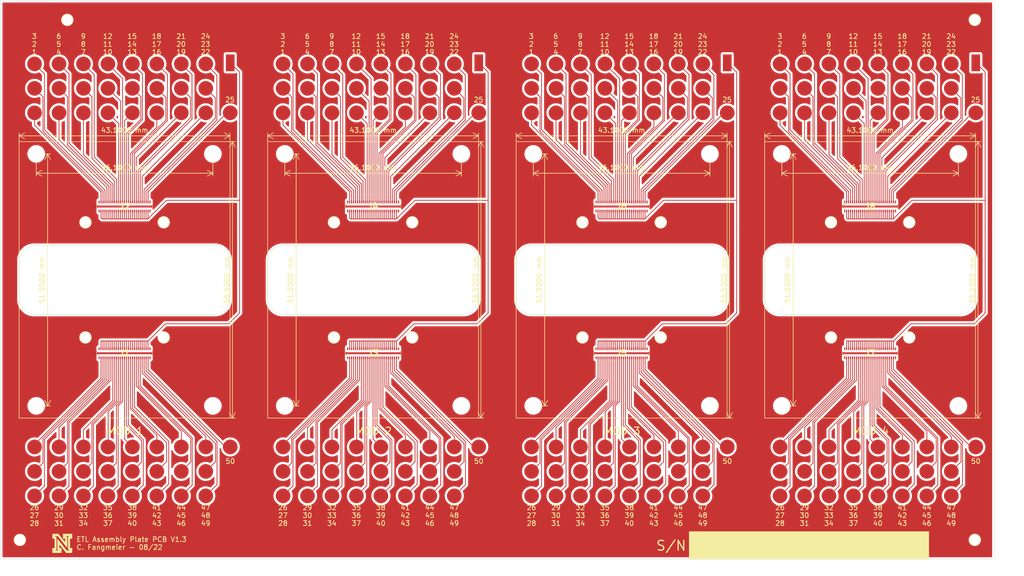
<source format=kicad_pcb>
(kicad_pcb (version 20211014) (generator pcbnew)
  (layers (0 "F.Cu" signal) (31 "B.Cu" signal) (34 "B.Paste" user) (35 "F.Paste" user) (36 "B.SilkS" user "B.Silkscreen") (37 "F.SilkS" user "F.Silkscreen") (38 "B.Mask" user) (39 "F.Mask" user) (44 "Edge.Cuts" user))
  (net 0 "")
  (net 1 "Net-(J1-PadMP4)")
  (net 2 "Net-(J1-PadMP3)")
  (net 3 "Net-(J1-PadMP2)")
  (net 4 "Net-(J1-PadMP1)")
  (net 5 "Net-(J2-PadMP4)")
  (net 6 "Net-(J2-PadMP3)")
  (net 7 "Net-(J2-PadMP2)")
  (net 8 "Net-(J2-PadMP1)")
  (net 9 "/D01")
  (net 10 "/P1")
  (net 11 "/D02")
  (net 12 "/D03")
  (net 13 "/D04")
  (net 14 "/D05")
  (net 15 "/D06")
  (net 16 "/D07")
  (net 17 "/D08")
  (net 18 "/D09")
  (net 19 "/D10")
  (net 20 "/D11")
  (net 21 "/D12")
  (net 22 "/D13")
  (net 23 "/D14")
  (net 24 "/D15")
  (net 25 "/D16")
  (net 26 "/D17")
  (net 27 "/D18")
  (net 28 "/D19")
  (net 29 "/D20")
  (net 30 "/D21")
  (net 31 "/D22")
  (net 32 "/D23")
  (net 33 "/D24")
  (net 34 "/D25")
  (net 35 "/D26")
  (net 36 "/D27")
  (net 37 "/D28")
  (net 38 "/D29")
  (net 39 "/D30")
  (net 40 "/D31")
  (net 41 "/D32")
  (net 42 "/D33")
  (net 43 "/D34")
  (net 44 "/D35")
  (net 45 "/D36")
  (net 46 "/D37")
  (net 47 "/D38")
  (net 48 "/D39")
  (net 49 "/D40")
  (net 50 "/D41")
  (net 51 "/D42")
  (net 52 "/D43")
  (net 53 "/D44")
  (net 54 "/D45")
  (net 55 "/D46")
  (net 56 "/D47")
  (net 57 "/D48")
  (net 58 "/D49")
  (net 59 "/D50")
  (footprint "SamacSys_Parts:WP7BP050VA1R8000" (layer "F.Cu") (at 25.4 72.15)
    (fp_text reference "J1")
    (fp_text value "WP7B-P050VA1-R8000" hide)
  )
  (footprint "SamacSys_Parts:WP7BP050VA1R8000" (layer "F.Cu") (at 25.4 42.15)
    (fp_text reference "J2")
    (fp_text value "WP7B-P050VA1-R8000" hide)
  )
  (footprint "MountingHole:MountingHole_2.7mm" (layer "F.Cu") (at 7.35 31.4)
    (fp_text reference "REF**" hide)
    (fp_text value "MountingHole_2.7mm" hide)
  )
  (footprint "unl_silab:1p6mmHole" (layer "F.Cu") (at 17.4 45.3845)
    (fp_text reference "REF**" hide)
    (fp_text value "1p6mmHole")
  )
  (footprint "unl_silab:1p6mmHole" (layer "F.Cu") (at 33.4 45.3845)
    (fp_text reference "REF**" hide)
    (fp_text value "1p6mmHole")
  )
  (footprint "unl_silab:1p6mmHole" (layer "F.Cu") (at 17.4 68.9155)
    (fp_text reference "REF**" hide)
    (fp_text value "1p6mmHole")
  )
  (footprint "unl_silab:1p6mmHole" (layer "F.Cu") (at 33.4 68.9155)
    (fp_text reference "REF**" hide)
    (fp_text value "1p6mmHole")
  )
  (footprint "MountingHole:MountingHole_2.7mm" (layer "F.Cu") (at 43.45 31.4)
    (fp_text reference "REF**" hide)
    (fp_text value "MountingHole_2.7mm" hide)
  )
  (footprint "MountingHole:MountingHole_2.7mm" (layer "F.Cu") (at 7.35 82.9)
    (fp_text reference "REF**" hide)
    (fp_text value "MountingHole_2.7mm" hide)
  )
  (footprint "MountingHole:MountingHole_2.7mm" (layer "F.Cu") (at 43.45 82.9)
    (fp_text reference "REF**" hide)
    (fp_text value "MountingHole_2.7mm" hide)
  )
  (footprint "unl_silab:NLOGO" (layer "F.Cu") (at 12 111)
    (fp_text reference "G***" hide)
    (fp_text value "LOGO" hide)
  )
  (footprint "unl_silab:1p6mmHole" (layer "F.Cu") (at 199.2 110.3)
    (fp_text reference "REF**" hide)
    (fp_text value "1p6mmHole" hide)
  )
  (footprint "unl_silab:TestPoint_Pad_D3.0mm" (layer "F.Cu") (at 7 23)
    (fp_text reference "TP1" hide)
    (fp_text value "TestPoint" hide)
  )
  (footprint "unl_silab:TestPoint_Pad_D3.0mm" (layer "F.Cu") (at 7 13)
    (fp_text reference "TP3" hide)
    (fp_text value "TestPoint" hide)
  )
  (footprint "unl_silab:TestPoint_Pad_D3.0mm" (layer "F.Cu") (at 12 18)
    (fp_text reference "TP5" hide)
    (fp_text value "TestPoint" hide)
  )
  (footprint "unl_silab:TestPoint_Pad_D3.0mm" (layer "F.Cu") (at 12 13)
    (fp_text reference "TP6" hide)
    (fp_text value "TestPoint" hide)
  )
  (footprint "unl_silab:TestPoint_Pad_D3.0mm" (layer "F.Cu") (at 17 23)
    (fp_text reference "TP7" hide)
    (fp_text value "TestPoint" hide)
  )
  (footprint "unl_silab:TestPoint_Pad_D3.0mm" (layer "F.Cu") (at 17 18)
    (fp_text reference "TP8" hide)
    (fp_text value "TestPoint" hide)
  )
  (footprint "unl_silab:TestPoint_Pad_D3.0mm" (layer "F.Cu") (at 17 13)
    (fp_text reference "TP9" hide)
    (fp_text value "TestPoint" hide)
  )
  (footprint "unl_silab:TestPoint_Pad_D3.0mm" (layer "F.Cu") (at 22 23)
    (fp_text reference "TP10" hide)
    (fp_text value "TestPoint" hide)
  )
  (footprint "unl_silab:TestPoint_Pad_D3.0mm" (layer "F.Cu") (at 22 18)
    (fp_text reference "TP11" hide)
    (fp_text value "TestPoint" hide)
  )
  (footprint "unl_silab:TestPoint_Pad_D3.0mm" (layer "F.Cu") (at 22 13)
    (fp_text reference "TP12" hide)
    (fp_text value "TestPoint" hide)
  )
  (footprint "unl_silab:TestPoint_Pad_D3.0mm" (layer "F.Cu") (at 27 23)
    (fp_text reference "TP13" hide)
    (fp_text value "TestPoint" hide)
  )
  (footprint "unl_silab:TestPoint_Pad_D3.0mm" (layer "F.Cu") (at 27 18)
    (fp_text reference "TP14" hide)
    (fp_text value "TestPoint" hide)
  )
  (footprint "unl_silab:TestPoint_Pad_D3.0mm" (layer "F.Cu") (at 27 13)
    (fp_text reference "TP15" hide)
    (fp_text value "TestPoint" hide)
  )
  (footprint "unl_silab:TestPoint_Pad_D3.0mm" (layer "F.Cu") (at 32 23)
    (fp_text reference "TP16" hide)
    (fp_text value "TestPoint" hide)
  )
  (footprint "unl_silab:TestPoint_Pad_D3.0mm" (layer "F.Cu") (at 32 18)
    (fp_text reference "TP17" hide)
    (fp_text value "TestPoint" hide)
  )
  (footprint "unl_silab:TestPoint_Pad_D3.0mm" (layer "F.Cu") (at 32 13)
    (fp_text reference "TP18" hide)
    (fp_text value "TestPoint" hide)
  )
  (footprint "unl_silab:TestPoint_Pad_D3.0mm" (layer "F.Cu") (at 37 23)
    (fp_text reference "TP19" hide)
    (fp_text value "TestPoint" hide)
  )
  (footprint "unl_silab:TestPoint_Pad_D3.0mm" (layer "F.Cu") (at 37 18)
    (fp_text reference "TP20" hide)
    (fp_text value "TestPoint" hide)
  )
  (footprint "unl_silab:TestPoint_Pad_D3.0mm" (layer "F.Cu") (at 7 91.3)
    (fp_text reference "TP26" hide)
    (fp_text value "TestPoint" hide)
  )
  (footprint "unl_silab:TestPoint_Pad_D3.0mm" (layer "F.Cu") (at 7 96.3)
    (fp_text reference "TP27" hide)
    (fp_text value "TestPoint" hide)
  )
  (footprint "unl_silab:TestPoint_Pad_D3.0mm" (layer "F.Cu") (at 7 101.3)
    (fp_text reference "TP28" hide)
    (fp_text value "TestPoint" hide)
  )
  (footprint "unl_silab:TestPoint_Pad_D3.0mm" (layer "F.Cu") (at 12 91.3)
    (fp_text reference "TP29" hide)
    (fp_text value "TestPoint" hide)
  )
  (footprint "unl_silab:TestPoint_Pad_D3.0mm" (layer "F.Cu") (at 12 96.3)
    (fp_text reference "TP30" hide)
    (fp_text value "TestPoint" hide)
  )
  (footprint "unl_silab:TestPoint_Pad_D3.0mm" (layer "F.Cu") (at 12 101.3)
    (fp_text reference "TP31" hide)
    (fp_text value "TestPoint" hide)
  )
  (footprint "unl_silab:TestPoint_Pad_D3.0mm" (layer "F.Cu") (at 17 91.3)
    (fp_text reference "TP32" hide)
    (fp_text value "TestPoint" hide)
  )
  (footprint "unl_silab:TestPoint_Pad_D3.0mm" (layer "F.Cu") (at 17 96.3)
    (fp_text reference "TP33" hide)
    (fp_text value "TestPoint" hide)
  )
  (footprint "unl_silab:TestPoint_Pad_D3.0mm" (layer "F.Cu") (at 17 101.3)
    (fp_text reference "TP34" hide)
    (fp_text value "TestPoint" hide)
  )
  (footprint "unl_silab:TestPoint_Pad_D3.0mm" (layer "F.Cu") (at 22 91.3)
    (fp_text reference "TP35" hide)
    (fp_text value "TestPoint" hide)
  )
  (footprint "unl_silab:TestPoint_Pad_D3.0mm" (layer "F.Cu") (at 22 96.3)
    (fp_text reference "TP36" hide)
    (fp_text value "TestPoint" hide)
  )
  (footprint "unl_silab:TestPoint_Pad_D3.0mm" (layer "F.Cu") (at 22 101.3)
    (fp_text reference "TP37" hide)
    (fp_text value "TestPoint" hide)
  )
  (footprint "unl_silab:TestPoint_Pad_D3.0mm" (layer "F.Cu") (at 27 91.3)
    (fp_text reference "TP38" hide)
    (fp_text value "TestPoint" hide)
  )
  (footprint "unl_silab:TestPoint_Pad_D3.0mm" (layer "F.Cu") (at 27 96.3)
    (fp_text reference "TP39" hide)
    (fp_text value "TestPoint" hide)
  )
  (footprint "unl_silab:TestPoint_Pad_D3.0mm" (layer "F.Cu") (at 27 101.3)
    (fp_text reference "TP40" hide)
    (fp_text value "TestPoint" hide)
  )
  (footprint "unl_silab:TestPoint_Pad_D3.0mm" (layer "F.Cu") (at 32 91.3)
    (fp_text reference "TP41" hide)
    (fp_text value "TestPoint" hide)
  )
  (footprint "unl_silab:TestPoint_Pad_D3.0mm" (layer "F.Cu") (at 32 96.3)
    (fp_text reference "TP42" hide)
    (fp_text value "TestPoint" hide)
  )
  (footprint "unl_silab:TestPoint_Pad_D3.0mm" (layer "F.Cu") (at 32 101.3)
    (fp_text reference "TP43" hide)
    (fp_text value "TestPoint" hide)
  )
  (footprint "unl_silab:TestPoint_Pad_D3.0mm" (layer "F.Cu") (at 37 91.3)
    (fp_text reference "TP44" hide)
    (fp_text value "TestPoint" hide)
  )
  (footprint "unl_silab:TestPoint_Pad_D3.0mm" (layer "F.Cu") (at 37 96.3)
    (fp_text reference "TP45" hide)
    (fp_text value "TestPoint" hide)
  )
  (footprint "unl_silab:TestPoint_Pad_D3.0mm" (layer "F.Cu") (at 37 101.3)
    (fp_text reference "TP46" hide)
    (fp_text value "TestPoint" hide)
  )
  (footprint "unl_silab:TestPoint_Pad_D3.0mm" (layer "F.Cu") (at 42 91.3)
    (fp_text reference "TP47" hide)
    (fp_text value "TestPoint" hide)
  )
  (footprint "unl_silab:TestPoint_Pad_D3.0mm" (layer "F.Cu") (at 42 96.3)
    (fp_text reference "TP48" hide)
    (fp_text value "TestPoint" hide)
  )
  (footprint "unl_silab:TestPoint_Pad_D3.0mm" (layer "F.Cu") (at 42 101.3)
    (fp_text reference "TP49" hide)
    (fp_text value "TestPoint" hide)
  )
  (footprint "unl_silab:TestPoint_Pad_D3.0mm" (layer "F.Cu") (at 47 91.3)
    (fp_text reference "TP50" hide)
    (fp_text value "TestPoint" hide)
  )
  (footprint "unl_silab:TestPoint_Pad_D3.0mm" (layer "F.Cu") (at 12 23)
    (fp_text reference "TP4" hide)
    (fp_text value "TestPoint" hide)
  )
  (footprint "unl_silab:TestPoint_Pad_D3.0mm" (layer "F.Cu") (at 7 18)
    (fp_text reference "TP2" hide)
    (fp_text value "TestPoint" hide)
  )
  (footprint "unl_silab:TestPoint_Pad_D3.0mm" (layer "F.Cu") (at 42 13)
    (fp_text reference "TP24" hide)
    (fp_text value "TestPoint" hide)
  )
  (footprint "unl_silab:TestPoint_Pad_D3.0mm" (layer "F.Cu") (at 37 13)
    (fp_text reference "TP21" hide)
    (fp_text value "TestPoint" hide)
  )
  (footprint "unl_silab:TestPoint_Pad_D3.0mm" (layer "F.Cu") (at 42 23)
    (fp_text reference "TP22" hide)
    (fp_text value "TestPoint" hide)
  )
  (footprint "unl_silab:TestPoint_Pad_D3.0mm" (layer "F.Cu") (at 42 18)
    (fp_text reference "TP23" hide)
    (fp_text value "TestPoint" hide)
  )
  (footprint "unl_silab:TestPoint_Pad_D3.0mm" (layer "F.Cu") (at 47 23)
    (fp_text reference "TP25" hide)
    (fp_text value "TestPoint" hide)
  )
  (footprint "unl_silab:Keystone-5084-Test-Point" (layer "F.Cu") (at 47 12.775 -90)
    (fp_text reference "TP51" hide)
    (fp_text value "TestPoint" hide)
  )
  (footprint "unl_silab:TestPoint_Pad_D3.0mm" (layer "F.Cu") (at 184.4 91.3)
    (fp_text reference "TP194" hide)
    (fp_text value "TestPoint" hide)
  )
  (footprint "unl_silab:TestPoint_Pad_D3.0mm" (layer "F.Cu") (at 138.6 91.3)
    (fp_text reference "TP146" hide)
    (fp_text value "TestPoint" hide)
  )
  (footprint "unl_silab:TestPoint_Pad_D3.0mm" (layer "F.Cu") (at 57.8 23)
    (fp_text reference "TP52" hide)
    (fp_text value "TestPoint" hide)
  )
  (footprint "MountingHole:MountingHole_2.7mm" (layer "F.Cu") (at 108.95 82.9)
    (fp_text reference "REF**9" hide)
    (fp_text value "MountingHole_2.7mm" hide)
  )
  (footprint "unl_silab:TestPoint_Pad_D3.0mm" (layer "F.Cu") (at 108.6 18)
    (fp_text reference "TP104" hide)
    (fp_text value "TestPoint" hide)
  )
  (footprint "unl_silab:TestPoint_Pad_D3.0mm" (layer "F.Cu") (at 57.8 13)
    (fp_text reference "TP54" hide)
    (fp_text value "TestPoint" hide)
  )
  (footprint "unl_silab:TestPoint_Pad_D3.0mm" (layer "F.Cu") (at 128.6 23)
    (fp_text reference "TP115" hide)
    (fp_text value "TestPoint" hide)
  )
  (footprint "unl_silab:TestPoint_Pad_D3.0mm" (layer "F.Cu") (at 133.6 13)
    (fp_text reference "TP120" hide)
    (fp_text value "TestPoint" hide)
  )
  (footprint "unl_silab:TestPoint_Pad_D3.0mm" (layer "F.Cu") (at 123.6 23)
    (fp_text reference "TP112" hide)
    (fp_text value "TestPoint" hide)
  )
  (footprint "unl_silab:TestPoint_Pad_D3.0mm" (layer "F.Cu") (at 159.4 23)
    (fp_text reference "TP154" hide)
    (fp_text value "TestPoint" hide)
  )
  (footprint "unl_silab:TestPoint_Pad_D3.0mm" (layer "F.Cu") (at 159.4 96.3)
    (fp_text reference "TP180" hide)
    (fp_text value "TestPoint" hide)
  )
  (footprint "unl_silab:TestPoint_Pad_D3.0mm" (layer "F.Cu") (at 169.4 91.3)
    (fp_text reference "TP185" hide)
    (fp_text value "TestPoint" hide)
  )
  (footprint "unl_silab:TestPoint_Pad_D3.0mm" (layer "F.Cu") (at 194.4 91.3)
    (fp_text reference "TP200" hide)
    (fp_text value "TestPoint" hide)
  )
  (footprint "unl_silab:1p6mmHole" (layer "F.Cu") (at 199.2 4)
    (fp_text reference "REF**" hide)
    (fp_text value "1p6mmHole" hide)
  )
  (footprint "unl_silab:TestPoint_Pad_D3.0mm" (layer "F.Cu") (at 189.4 13)
    (fp_text reference "TP174" hide)
    (fp_text value "TestPoint" hide)
  )
  (footprint "unl_silab:TestPoint_Pad_D3.0mm" (layer "F.Cu") (at 92.8 101.3)
    (fp_text reference "TP100" hide)
    (fp_text value "TestPoint" hide)
  )
  (footprint "MountingHole:MountingHole_2.7mm" (layer "F.Cu") (at 159.75 31.4)
    (fp_text reference "REF**23" hide)
    (fp_text value "MountingHole_2.7mm" hide)
  )
  (footprint "unl_silab:TestPoint_Pad_D3.0mm" (layer "F.Cu") (at 164.4 101.3)
    (fp_text reference "TP184" hide)
    (fp_text value "TestPoint" hide)
  )
  (footprint "unl_silab:TestPoint_Pad_D3.0mm" (layer "F.Cu") (at 118.6 101.3)
    (fp_text reference "TP136" hide)
    (fp_text value "TestPoint" hide)
  )
  (footprint "unl_silab:TestPoint_Pad_D3.0mm" (layer "F.Cu") (at 82.8 91.3)
    (fp_text reference "TP92" hide)
    (fp_text value "TestPoint" hide)
  )
  (footprint "unl_silab:TestPoint_Pad_D3.0mm" (layer "F.Cu") (at 77.8 101.3)
    (fp_text reference "TP91" hide)
    (fp_text value "TestPoint" hide)
  )
  (footprint "unl_silab:TestPoint_Pad_D3.0mm" (layer "F.Cu") (at 159.4 18)
    (fp_text reference "TP155" hide)
    (fp_text value "TestPoint" hide)
  )
  (footprint "unl_silab:TestPoint_Pad_D3.0mm" (layer "F.Cu") (at 138.6 13)
    (fp_text reference "TP123" hide)
    (fp_text value "TestPoint" hide)
  )
  (footprint "unl_silab:TestPoint_Pad_D3.0mm" (layer "F.Cu") (at 113.6 91.3)
    (fp_text reference "TP131" hide)
    (fp_text value "TestPoint" hide)
  )
  (footprint "MountingHole:MountingHole_2.7mm" (layer "F.Cu") (at 159.75 82.9)
    (fp_text reference "REF**17" hide)
    (fp_text value "MountingHole_2.7mm" hide)
  )
  (footprint "unl_silab:TestPoint_Pad_D3.0mm" (layer "F.Cu") (at 159.4 13)
    (fp_text reference "TP156" hide)
    (fp_text value "TestPoint" hide)
  )
  (footprint "MountingHole:MountingHole_2.7mm" (layer "F.Cu") (at 145.05 31.4)
    (fp_text reference "REF**16" hide)
    (fp_text value "MountingHole_2.7mm" hide)
  )
  (footprint "unl_silab:TestPoint_Pad_D3.0mm" (layer "F.Cu") (at 138.6 96.3)
    (fp_text reference "TP147" hide)
    (fp_text value "TestPoint" hide)
  )
  (footprint "unl_silab:TestPoint_Pad_D3.0mm" (layer "F.Cu") (at 169.4 96.3)
    (fp_text reference "TP186" hide)
    (fp_text value "TestPoint" hide)
  )
  (footprint "MountingHole:MountingHole_2.7mm" (layer "F.Cu") (at 94.25 31.4)
    (fp_text reference "REF**8" hide)
    (fp_text value "MountingHole_2.7mm" hide)
  )
  (footprint "SamacSys_Parts:WP7BP050VA1R8000" (layer "F.Cu") (at 76.2 42.15)
    (fp_text reference "J4")
    (fp_text value "WP7B-P050VA1-R8000" hide)
  )
  (footprint "unl_silab:TestPoint_Pad_D3.0mm" (layer "F.Cu") (at 82.8 18)
    (fp_text reference "TP68" hide)
    (fp_text value "TestPoint" hide)
  )
  (footprint "unl_silab:TestPoint_Pad_D3.0mm" (layer "F.Cu") (at 164.4 23)
    (fp_text reference "TP157" hide)
    (fp_text value "TestPoint" hide)
  )
  (footprint "unl_silab:TestPoint_Pad_D3.0mm" (layer "F.Cu") (at 67.8 101.3)
    (fp_text reference "TP85" hide)
    (fp_text value "TestPoint" hide)
  )
  (footprint "unl_silab:TestPoint_Pad_D3.0mm" (layer "F.Cu") (at 87.8 96.3)
    (fp_text reference "TP96" hide)
    (fp_text value "TestPoint" hide)
  )
  (footprint "SamacSys_Parts:WP7BP050VA1R8000" (layer "F.Cu") (at 127 42.15)
    (fp_text reference "J6")
    (fp_text value "WP7B-P050VA1-R8000" hide)
  )
  (footprint "unl_silab:TestPoint_Pad_D3.0mm" (layer "F.Cu") (at 123.6 91.3)
    (fp_text reference "TP137" hide)
    (fp_text value "TestPoint" hide)
  )
  (footprint "unl_silab:TestPoint_Pad_D3.0mm" (layer "F.Cu") (at 108.6 13)
    (fp_text reference "TP105" hide)
    (fp_text value "TestPoint" hide)
  )
  (footprint "MountingHole:MountingHole_2.7mm" (layer "F.Cu") (at 145.05 82.9)
    (fp_text reference "REF**10" hide)
    (fp_text value "MountingHole_2.7mm" hide)
  )
  (footprint "MountingHole:MountingHole_2.7mm" (layer "F.Cu") (at 195.85 31.4)
    (fp_text reference "REF**24" hide)
    (fp_text value "MountingHole_2.7mm" hide)
  )
  (footprint "unl_silab:TestPoint_Pad_D3.0mm" (layer "F.Cu") (at 184.4 96.3)
    (fp_text reference "TP195" hide)
    (fp_text value "TestPoint" hide)
  )
  (footprint "unl_silab:TestPoint_Pad_D3.0mm" (layer "F.Cu") (at 123.6 101.3)
    (fp_text reference "TP139" hide)
    (fp_text value "TestPoint" hide)
  )
  (footprint "unl_silab:1p6mmHole" (layer "F.Cu") (at 4 110.3)
    (fp_text reference "REF**" hide)
    (fp_text value "1p6mmHole" hide)
  )
  (footprint "unl_silab:TestPoint_Pad_D3.0mm" (layer "F.Cu") (at 62.8 101.3)
    (fp_text reference "TP82" hide)
    (fp_text value "TestPoint" hide)
  )
  (footprint "unl_silab:TestPoint_Pad_D3.0mm" (layer "F.Cu") (at 179.4 101.3)
    (fp_text reference "TP193" hide)
    (fp_text value "TestPoint" hide)
  )
  (footprint "unl_silab:TestPoint_Pad_D3.0mm" (layer "F.Cu") (at 133.6 96.3)
    (fp_text reference "TP144" hide)
    (fp_text value "TestPoint" hide)
  )
  (footprint "unl_silab:TestPoint_Pad_D3.0mm" (layer "F.Cu") (at 128.6 101.3)
    (fp_text reference "TP142" hide)
    (fp_text value "TestPoint" hide)
  )
  (footprint "unl_silab:TestPoint_Pad_D3.0mm" (layer "F.Cu") (at 179.4 23)
    (fp_text reference "TP166" hide)
    (fp_text value "TestPoint" hide)
  )
  (footprint "unl_silab:Keystone-5084-Test-Point" (layer "F.Cu") (at 199.4 12.775 -90)
    (fp_text reference "TP204" hide)
    (fp_text value "TestPoint" hide)
  )
  (footprint "unl_silab:TestPoint_Pad_D3.0mm" (layer "F.Cu") (at 118.6 96.3)
    (fp_text reference "TP135" hide)
    (fp_text value "TestPoint" hide)
  )
  (footprint "unl_silab:TestPoint_Pad_D3.0mm" (layer "F.Cu") (at 159.4 101.3)
    (fp_text reference "TP181" hide)
    (fp_text value "TestPoint" hide)
  )
  (footprint "unl_silab:TestPoint_Pad_D3.0mm" (layer "F.Cu") (at 92.8 96.3)
    (fp_text reference "TP99" hide)
    (fp_text value "TestPoint" hide)
  )
  (footprint "unl_silab:1p6mmHole" (layer "F.Cu") (at 169.8 68.9155)
    (fp_text reference "REF**19" hide)
    (fp_text value "1p6mmHole")
  )
  (footprint "SamacSys_Parts:WP7BP050VA1R8000" (layer "F.Cu") (at 177.8 42.15)
    (fp_text reference "J8")
    (fp_text value "WP7B-P050VA1-R8000" hide)
  )
  (footprint "unl_silab:TestPoint_Pad_D3.0mm" (layer "F.Cu") (at 62.8 91.3)
    (fp_text reference "TP80" hide)
    (fp_text value "TestPoint" hide)
  )
  (footprint "unl_silab:TestPoint_Pad_D3.0mm" (layer "F.Cu") (at 108.6 23)
    (fp_text reference "TP103" hide)
    (fp_text value "TestPoint" hide)
  )
  (footprint "unl_silab:TestPoint_Pad_D3.0mm" (layer "F.Cu") (at 169.4 13)
    (fp_text reference "TP162" hide)
    (fp_text value "TestPoint" hide)
  )
  (footprint "unl_silab:1p6mmHole" (layer "F.Cu") (at 185.8 45.3845)
    (fp_text reference "REF**22" hide)
    (fp_text value "1p6mmHole")
  )
  (footprint "unl_silab:1p6mmHole" (layer "F.Cu") (at 68.2 68.9155)
    (fp_text reference "REF**3" hide)
    (fp_text value "1p6mmHole")
  )
  (footprint "unl_silab:TestPoint_Pad_D3.0mm" (layer "F.Cu") (at 57.8 18)
    (fp_text reference "TP53" hide)
    (fp_text value "TestPoint" hide)
  )
  (footprint "unl_silab:TestPoint_Pad_D3.0mm" (layer "F.Cu") (at 174.4 101.3)
    (fp_text reference "TP190" hide)
    (fp_text value "TestPoint" hide)
  )
  (footprint "unl_silab:TestPoint_Pad_D3.0mm" (layer "F.Cu") (at 113.6 18)
    (fp_text reference "TP107" hide)
    (fp_text value "TestPoint" hide)
  )
  (footprint "unl_silab:TestPoint_Pad_D3.0mm" (layer "F.Cu") (at 174.4 96.3)
    (fp_text reference "TP189" hide)
    (fp_text value "TestPoint" hide)
  )
  (footprint "SamacSys_Parts:WP7BP050VA1R8000" (layer "F.Cu") (at 177.8 72.15)
    (fp_text reference "J7")
    (fp_text value "WP7B-P050VA1-R8000" hide)
  )
  (footprint "unl_silab:TestPoint_Pad_D3.0mm" (layer "F.Cu") (at 113.6 96.3)
    (fp_text reference "TP132" hide)
    (fp_text value "TestPoint" hide)
  )
  (footprint "unl_silab:1p6mmHole" (layer "F.Cu") (at 135 45.3845)
    (fp_text reference "REF**14" hide)
    (fp_text value "1p6mmHole")
  )
  (footprint "unl_silab:TestPoint_Pad_D3.0mm" (layer "F.Cu") (at 72.8 101.3)
    (fp_text reference "TP88" hide)
    (fp_text value "TestPoint" hide)
  )
  (footprint "unl_silab:TestPoint_Pad_D3.0mm" (layer "F.Cu") (at 194.4 18)
    (fp_text reference "TP176" hide)
    (fp_text value "TestPoint" hide)
  )
  (footprint "unl_silab:TestPoint_Pad_D3.0mm" (layer "F.Cu") (at 108.6 101.3)
    (fp_text reference "TP130" hide)
    (fp_text value "TestPoint" hide)
  )
  (footprint "unl_silab:TestPoint_Pad_D3.0mm" (layer "F.Cu") (at 57.8 91.3)
    (fp_text reference "TP77" hide)
    (fp_text value "TestPoint" hide)
  )
  (footprint "unl_silab:TestPoint_Pad_D3.0mm" (layer "F.Cu") (at 67.8 96.3)
    (fp_text reference "TP84" hide)
    (fp_text value "TestPoint" hide)
  )
  (footprint "unl_silab:TestPoint_Pad_D3.0mm" (layer "F.Cu") (at 164.4 18)
    (fp_text reference "TP158" hide)
    (fp_text value "TestPoint" hide)
  )
  (footprint "unl_silab:TestPoint_Pad_D3.0mm" (layer "F.Cu") (at 169.4 101.3)
    (fp_text reference "TP187" hide)
    (fp_text value "TestPoint" hide)
  )
  (footprint "unl_silab:TestPoint_Pad_D3.0mm" (layer "F.Cu") (at 87.8 101.3)
    (fp_text reference "TP97" hide)
    (fp_text value "TestPoint" hide)
  )
  (footprint "unl_silab:TestPoint_Pad_D3.0mm" (layer "F.Cu") (at 77.8 18)
    (fp_text reference "TP65" hide)
    (fp_text value "TestPoint" hide)
  )
  (footprint "unl_silab:TestPoint_Pad_D3.0mm" (layer "F.Cu") (at 67.8 13)
    (fp_text reference "TP60" hide)
    (fp_text value "TestPoint" hide)
  )
  (footprint "unl_silab:TestPoint_Pad_D3.0mm" (layer "F.Cu") (at 184.4 18)
    (fp_text reference "TP170" hide)
    (fp_text value "TestPoint" hide)
  )
  (footprint "unl_silab:TestPoint_Pad_D3.0mm" (layer "F.Cu") (at 133.6 23)
    (fp_text reference "TP118" hide)
    (fp_text value "TestPoint" hide)
  )
  (footprint "unl_silab:TestPoint_Pad_D3.0mm" (layer "F.Cu") (at 143.6 96.3)
    (fp_text reference "TP150" hide)
    (fp_text value "TestPoint" hide)
  )
  (footprint "unl_silab:TestPoint_Pad_D3.0mm" (layer "F.Cu") (at 118.6 91.3)
    (fp_text reference "TP134" hide)
    (fp_text value "TestPoint" hide)
  )
  (footprint "unl_silab:TestPoint_Pad_D3.0mm" (layer "F.Cu") (at 62.8 96.3)
    (fp_text reference "TP81" hide)
    (fp_text value "TestPoint" hide)
  )
  (footprint "unl_silab:TestPoint_Pad_D3.0mm" (layer "F.Cu") (at 143.6 13)
    (fp_text reference "TP126" hide)
    (fp_text value "TestPoint" hide)
  )
  (footprint "unl_silab:TestPoint_Pad_D3.0mm" (layer "F.Cu") (at 169.4 23)
    (fp_text reference "TP160" hide)
    (fp_text value "TestPoint" hide)
  )
  (footprint "unl_silab:TestPoint_Pad_D3.0mm" (layer "F.Cu") (at 179.4 13)
    (fp_text reference "TP168" hide)
    (fp_text value "TestPoint" hide)
  )
  (footprint "unl_silab:TestPoint_Pad_D3.0mm" (layer "F.Cu") (at 143.6 23)
    (fp_text reference "TP124" hide)
    (fp_text value "TestPoint" hide)
  )
  (footprint "unl_silab:TestPoint_Pad_D3.0mm" (layer "F.Cu") (at 108.6 91.3)
    (fp_text reference "TP128" hide)
    (fp_text value "TestPoint" hide)
  )
  (footprint "SamacSys_Parts:WP7BP050VA1R8000" (layer "F.Cu") (at 76.2 72.15)
    (fp_text reference "J3")
    (fp_text value "WP7B-P050VA1-R8000" hide)
  )
  (footprint "unl_silab:TestPoint_Pad_D3.0mm" (layer "F.Cu") (at 62.8 13)
    (fp_text reference "TP57" hide)
    (fp_text value "TestPoint" hide)
  )
  (footprint "unl_silab:TestPoint_Pad_D3.0mm" (layer "F.Cu") (at 189.4 91.3)
    (fp_text reference "TP197" hide)
    (fp_text value "TestPoint" hide)
  )
  (footprint "unl_silab:1p6mmHole" (layer "F.Cu") (at 13.7 4)
    (fp_text reference "REF**" hide)
    (fp_text value "1p6mmHole" hide)
  )
  (footprint "unl_silab:TestPoint_Pad_D3.0mm" (layer "F.Cu") (at 113.6 23)
    (fp_text reference "TP106" hide)
    (fp_text value "TestPoint" hide)
  )
  (footprint "unl_silab:TestPoint_Pad_D3.0mm" (layer "F.Cu") (at 138.6 18)
    (fp_text reference "TP122" hide)
    (fp_text value "TestPoint" hide)
  )
  (footprint "unl_silab:1p6mmHole" (layer "F.Cu") (at 185.8 68.9155)
    (fp_text reference "REF**20" hide)
    (fp_text value "1p6mmHole")
  )
  (footprint "unl_silab:TestPoint_Pad_D3.0mm" (layer "F.Cu") (at 189.4 23)
    (fp_text reference "TP172" hide)
    (fp_text value "TestPoint" hide)
  )
  (footprint "unl_silab:TestPoint_Pad_D3.0mm" (layer "F.Cu") (at 72.8 23)
    (fp_text reference "TP61" hide)
    (fp_text value "TestPoint" hide)
  )
  (footprint "unl_silab:TestPoint_Pad_D3.0mm" (layer "F.Cu") (at 87.8 91.3)
    (fp_text reference "TP95" hide)
    (fp_text value "TestPoint" hide)
  )
  (footprint "unl_silab:TestPoint_Pad_D3.0mm" (layer "F.Cu") (at 138.6 101.3)
    (fp_text reference "TP148" hide)
    (fp_text value "TestPoint" hide)
  )
  (footprint "unl_silab:TestPoint_Pad_D3.0mm" (layer "F.Cu") (at 87.8 13)
    (fp_text reference "TP72" hide)
    (fp_text value "TestPoint" hide)
  )
  (footprint "MountingHole:MountingHole_2.7mm" (layer "F.Cu") (at 94.25 82.9)
    (fp_text reference "REF**2" hide)
    (fp_text value "MountingHole_2.7mm" hide)
  )
  (footprint "unl_silab:TestPoint_Pad_D3.0mm" (layer "F.Cu") (at 133.6 91.3)
    (fp_text reference "TP143" hide)
    (fp_text value "TestPoint" hide)
  )
  (footprint "unl_silab:TestPoint_Pad_D3.0mm" (layer "F.Cu") (at 128.6 18)
    (fp_text reference "TP116" hide)
    (fp_text value "TestPoint" hide)
  )
  (footprint "unl_silab:TestPoint_Pad_D3.0mm" (layer "F.Cu") (at 67.8 91.3)
    (fp_text reference "TP83" hide)
    (fp_text value "TestPoint" hide)
  )
  (footprint "unl_silab:TestPoint_Pad_D3.0mm" (layer "F.Cu") (at 57.8 101.3)
    (fp_text reference "TP79" hide)
    (fp_text value "TestPoint" hide)
  )
  (footprint "unl_silab:TestPoint_Pad_D3.0mm" (layer "F.Cu") (at 174.4 23)
    (fp_text reference "TP163" hide)
    (fp_text value "TestPoint" hide)
  )
  (footprint "unl_silab:TestPoint_Pad_D3.0mm" (layer "F.Cu") (at 184.4 101.3)
    (fp_text reference "TP196" hide)
    (fp_text value "TestPoint" hide)
  )
  (footprint "unl_silab:TestPoint_Pad_D3.0mm" (layer "F.Cu") (at 194.4 13)
    (fp_text reference "TP177" hide)
    (fp_text value "TestPoint" hide)
  )
  (footprint "unl_silab:TestPoint_Pad_D3.0mm" (layer "F.Cu") (at 174.4 13)
    (fp_text reference "TP165" hide)
    (fp_text value "TestPoint" hide)
  )
  (footprint "unl_silab:TestPoint_Pad_D3.0mm" (layer "F.Cu") (at 189.4 101.3)
    (fp_text reference "TP199" hide)
    (fp_text value "TestPoint" hide)
  )
  (footprint "unl_silab:TestPoint_Pad_D3.0mm" (layer "F.Cu") (at 143.6 101.3)
    (fp_text reference "TP151" hide)
    (fp_text value "TestPoint" hide)
  )
  (footprint "SamacSys_Parts:WP7BP050VA1R8000" (layer "F.Cu") (at 127 72.15)
    (fp_text reference "J5")
    (fp_text value "WP7B-P050VA1-R8000" hide)
  )
  (footprint "unl_silab:TestPoint_Pad_D3.0mm" (layer "F.Cu") (at 174.4 18)
    (fp_text reference "TP164" hide)
    (fp_text value "TestPoint" hide)
  )
  (footprint "unl_silab:TestPoint_Pad_D3.0mm" (layer "F.Cu") (at 82.8 23)
    (fp_text reference "TP67" hide)
    (fp_text value "TestPoint" hide)
  )
  (footprint "unl_silab:TestPoint_Pad_D3.0mm" (layer "F.Cu") (at 194.4 101.3)
    (fp_text reference "TP202" hide)
    (fp_text value "TestPoint" hide)
  )
  (footprint "unl_silab:TestPoint_Pad_D3.0mm" (layer "F.Cu") (at 82.8 13)
    (fp_text reference "TP69" hide)
    (fp_text value "TestPoint" hide)
  )
  (footprint "unl_silab:TestPoint_Pad_D3.0mm" (layer "F.Cu") (at 113.6 13)
    (fp_text reference "TP108" hide)
    (fp_text value "TestPoint" hide)
  )
  (footprint "MountingHole:MountingHole_2.7mm" (layer "F.Cu") (at 58.15 31.4)
    (fp_text reference "REF**7" hide)
    (fp_text value "MountingHole_2.7mm" hide)
  )
  (footprint "unl_silab:TestPoint_Pad_D3.0mm" (layer "F.Cu") (at 194.4 23)
    (fp_text reference "TP175" hide)
    (fp_text value "TestPoint" hide)
  )
  (footprint "unl_silab:1p6mmHole" (layer "F.Cu") (at 119 68.9155)
    (fp_text reference "REF**11" hide)
    (fp_text value "1p6mmHole")
  )
  (footprint "unl_silab:1p6mmHole" (layer "F.Cu") (at 119 45.3845)
    (fp_text reference "REF**13" hide)
    (fp_text value "1p6mmHole")
  )
  (footprint "unl_silab:TestPoint_Pad_D3.0mm" (layer "F.Cu") (at 199.4 91.3)
    (fp_text reference "TP203" hide)
    (fp_text value "TestPoint" hide)
  )
  (footprint "unl_silab:1p6mmHole" (layer "F.Cu") (at 135 68.9155)
    (fp_text reference "REF**12" hide)
    (fp_text value "1p6mmHole")
  )
  (footprint "unl_silab:TestPoint_Pad_D3.0mm" (layer "F.Cu") (at 169.4 18)
    (fp_text reference "TP161" hide)
    (fp_text value "TestPoint" hide)
  )
  (footprint "unl_silab:TestPoint_Pad_D3.0mm" (layer "F.Cu") (at 67.8 18)
    (fp_text reference "TP59" hide)
    (fp_text value "TestPoint" hide)
  )
  (footprint "MountingHole:MountingHole_2.7mm" (layer "F.Cu") (at 58.15 82.9)
    (fp_text reference "REF**1" hide)
    (fp_text value "MountingHole_2.7mm" hide)
  )
  (footprint "unl_silab:TestPoint_Pad_D3.0mm" (layer "F.Cu") (at 92.8 18)
    (fp_text reference "TP74" hide)
    (fp_text value "TestPoint" hide)
  )
  (footprint "unl_silab:TestPoint_Pad_D3.0mm" (layer "F.Cu") (at 128.6 91.3)
    (fp_text reference "TP140" hide)
    (fp_text value "TestPoint" hide)
  )
  (footprint "unl_silab:TestPoint_Pad_D3.0mm" (layer "F.Cu") (at 179.4 91.3)
    (fp_text reference "TP191" hide)
    (fp_text value "TestPoint" hide)
  )
  (footprint "unl_silab:TestPoint_Pad_D3.0mm" (layer "F.Cu") (at 113.6 101.3)
    (fp_text reference "TP133" hide)
    (fp_text value "TestPoint" hide)
  )
  (footprint "unl_silab:TestPoint_Pad_D3.0mm" (layer "F.Cu") (at 92.8 91.3)
    (fp_text reference "TP98" hide)
    (fp_text value "TestPoint" hide)
  )
  (footprint "unl_silab:TestPoint_Pad_D3.0mm" (layer "F.Cu") (at 82.8 101.3)
    (fp_text reference "TP94" hide)
    (fp_text value "TestPoint" hide)
  )
  (footprint "unl_silab:TestPoint_Pad_D3.0mm" (layer "F.Cu") (at 118.6 13)
    (fp_text reference "TP111" hide)
    (fp_text value "TestPoint" hide)
  )
  (footprint "unl_silab:TestPoint_Pad_D3.0mm" (layer "F.Cu") (at 82.8 96.3)
    (fp_text reference "TP93" hide)
    (fp_text value "TestPoint" hide)
  )
  (footprint "unl_silab:TestPoint_Pad_D3.0mm" (layer "F.Cu") (at 77.8 13)
    (fp_text reference "TP66" hide)
    (fp_text value "TestPoint" hide)
  )
  (footprint "unl_silab:TestPoint_Pad_D3.0mm" (layer "F.Cu") (at 133.6 18)
    (fp_text reference "TP119" hide)
    (fp_text value "TestPoint" hide)
  )
  (footprint "unl_silab:TestPoint_Pad_D3.0mm" (layer "F.Cu") (at 97.8 91.3)
    (fp_text reference "TP101" hide)
    (fp_text value "TestPoint" hide)
  )
  (footprint "unl_silab:TestPoint_Pad_D3.0mm" (layer "F.Cu") (at 179.4 96.3)
    (fp_text reference "TP192" hide)
    (fp_text value "TestPoint" hide)
  )
  (footprint "unl_silab:TestPoint_Pad_D3.0mm" (layer "F.Cu") (at 62.8 18)
    (fp_text reference "TP56" hide)
    (fp_text value "TestPoint" hide)
  )
  (footprint "unl_silab:TestPoint_Pad_D3.0mm" (layer "F.Cu") (at 77.8 23)
    (fp_text reference "TP64" hide)
    (fp_text value "TestPoint" hide)
  )
  (footprint "unl_silab:TestPoint_Pad_D3.0mm" (layer "F.Cu") (at 184.4 23)
    (fp_text reference "TP169" hide)
    (fp_text value "TestPoint" hide)
  )
  (footprint "unl_silab:TestPoint_Pad_D3.0mm" (layer "F.Cu") (at 123.6 18)
    (fp_text reference "TP113" hide)
    (fp_text value "TestPoint" hide)
  )
  (footprint "unl_silab:TestPoint_Pad_D3.0mm" (layer "F.Cu") (at 148.6 23)
    (fp_text reference "TP127" hide)
    (fp_text value "TestPoint" hide)
  )
  (footprint "unl_silab:TestPoint_Pad_D3.0mm" (layer "F.Cu") (at 128.6 96.3)
    (fp_text reference "TP141" hide)
    (fp_text value "TestPoint" hide)
  )
  (footprint "unl_silab:TestPoint_Pad_D3.0mm" (layer "F.Cu") (at 123.6 96.3)
    (fp_text reference "TP138" hide)
    (fp_text value "TestPoint" hide)
  )
  (footprint "unl_silab:TestPoint_Pad_D3.0mm" (layer "F.Cu") (at 184.4 13)
    (fp_text reference "TP171" hide)
    (fp_text value "TestPoint" hide)
  )
  (footprint "unl_silab:1p6mmHole" (layer "F.Cu") (at 169.8 45.3845)
    (fp_text reference "REF**21" hide)
    (fp_text value "1p6mmHole")
  )
  (footprint "unl_silab:TestPoint_Pad_D3.0mm" (layer "F.Cu") (at 128.6 13)
    (fp_text reference "TP117" hide)
    (fp_text value "TestPoint" hide)
  )
  (footprint "unl_silab:TestPoint_Pad_D3.0mm" (layer "F.Cu") (at 143.6 91.3)
    (fp_text reference "TP149" hide)
    (fp_text value "TestPoint" hide)
  )
  (footprint "unl_silab:TestPoint_Pad_D3.0mm" (layer "F.Cu") (at 159.4 91.3)
    (fp_text reference "TP179" hide)
    (fp_text value "TestPoint" hide)
  )
  (footprint "unl_silab:TestPoint_Pad_D3.0mm" (layer "F.Cu") (at 138.6 23)
    (fp_text reference "TP121" hide)
    (fp_text value "TestPoint" hide)
  )
  (footprint "unl_silab:TestPoint_Pad_D3.0mm" (layer "F.Cu") (at 92.8 23)
    (fp_text reference "TP73" hide)
    (fp_text value "TestPoint" hide)
  )
  (footprint "unl_silab:TestPoint_Pad_D3.0mm" (layer "F.Cu") (at 72.8 18)
    (fp_text reference "TP62" hide)
    (fp_text value "TestPoint" hide)
  )
  (footprint "MountingHole:MountingHole_2.7mm" (layer "F.Cu") (at 108.95 31.4)
    (fp_text reference "REF**15" hide)
    (fp_text value "MountingHole_2.7mm" hide)
  )
  (footprint "unl_silab:TestPoint_Pad_D3.0mm" (layer "F.Cu") (at 72.8 13)
    (fp_text reference "TP63" hide)
    (fp_text value "TestPoint" hide)
  )
  (footprint "unl_silab:TestPoint_Pad_D3.0mm" (layer "F.Cu") (at 164.4 96.3)
    (fp_text reference "TP183" hide)
    (fp_text value "TestPoint" hide)
  )
  (footprint "unl_silab:1p6mmHole" (layer "F.Cu") (at 68.2 45.3845)
    (fp_text reference "REF**5" hide)
    (fp_text value "1p6mmHole")
  )
  (footprint "unl_silab:TestPoint_Pad_D3.0mm" (layer "F.Cu") (at 179.4 18)
    (fp_text reference "TP167" hide)
    (fp_text value "TestPoint" hide)
  )
  (footprint "unl_silab:1p6mmHole" (layer "F.Cu") (at 84.2 68.9155)
    (fp_text reference "REF**4" hide)
    (fp_text value "1p6mmHole")
  )
  (footprint "unl_silab:Keystone-5084-Test-Point" (layer "F.Cu") (at 97.8 12.775 -90)
    (fp_text reference "TP102" hide)
    (fp_text value "TestPoint" hide)
  )
  (footprint "unl_silab:TestPoint_Pad_D3.0mm" (layer "F.Cu") (at 57.8 96.3)
    (fp_text reference "TP78" hide)
    (fp_text value "TestPoint" hide)
  )
  (footprint "unl_silab:TestPoint_Pad_D3.0mm" (layer "F.Cu") (at 108.6 96.3)
    (fp_text reference "TP129" hide)
    (fp_text value "TestPoint" hide)
  )
  (footprint "unl_silab:TestPoint_Pad_D3.0mm" (layer "F.Cu") (at 87.8 23)
    (fp_text reference "TP70" hide)
    (fp_text value "TestPoint" hide)
  )
  (footprint "unl_silab:TestPoint_Pad_D3.0mm" (layer "F.Cu") (at 143.6 18)
    (fp_text reference "TP125" hide)
    (fp_text value "TestPoint" hide)
  )
  (footprint "unl_silab:TestPoint_Pad_D3.0mm" (layer "F.Cu") (at 77.8 96.3)
    (fp_text reference "TP90" hide)
    (fp_text value "TestPoint" hide)
  )
  (footprint "unl_silab:TestPoint_Pad_D3.0mm" (layer "F.Cu") (at 72.8 96.3)
    (fp_text reference "TP87" hide)
    (fp_text value "TestPoint" hide)
  )
  (footprint "unl_silab:TestPoint_Pad_D3.0mm" (layer "F.Cu") (at 189.4 96.3)
    (fp_text reference "TP198" hide)
    (fp_text value "TestPoint" hide)
  )
  (footprint "unl_silab:TestPoint_Pad_D3.0mm" (layer "F.Cu") (at 123.6 13)
    (fp_text reference "TP114" hide)
    (fp_text value "TestPoint" hide)
  )
  (footprint "unl_silab:TestPoint_Pad_D3.0mm" (layer "F.Cu") (at 164.4 91.3)
    (fp_text reference "TP182" hide)
    (fp_text value "TestPoint" hide)
  )
  (footprint "unl_silab:TestPoint_Pad_D3.0mm" (layer "F.Cu") (at 118.6 23)
    (fp_text reference "TP109" hide)
    (fp_text value "TestPoint" hide)
  )
  (footprint "unl_silab:TestPoint_Pad_D3.0mm" (layer "F.Cu") (at 194.4 96.3)
    (fp_text reference "TP201" hide)
    (fp_text value "TestPoint" hide)
  )
  (footprint "unl_silab:TestPoint_Pad_D3.0mm" (layer "F.Cu") (at 133.6 101.3)
    (fp_text reference "TP145" hide)
    (fp_text value "TestPoint" hide)
  )
  (footprint "unl_silab:TestPoint_Pad_D3.0mm" (layer "F.Cu") (at 87.8 18)
    (fp_text reference "TP71" hide)
    (fp_text value "TestPoint" hide)
  )
  (footprint "unl_silab:TestPoint_Pad_D3.0mm" (layer "F.Cu") (at 148.6 91.3)
    (fp_text reference "TP152" hide)
    (fp_text value "TestPoint" hide)
  )
  (footprint "unl_silab:TestPoint_Pad_D3.0mm" (layer "F.Cu") (at 62.8 23)
    (fp_text reference "TP55" hide)
    (fp_text value "TestPoint" hide)
  )
  (footprint "unl_silab:TestPoint_Pad_D3.0mm" (layer "F.Cu") (at 77.8 91.3)
    (fp_text reference "TP89" hide)
    (fp_text value "TestPoint" hide)
  )
  (footprint "unl_silab:TestPoint_Pad_D3.0mm" (layer "F.Cu") (at 67.8 23)
    (fp_text reference "TP58" hide)
    (fp_text value "TestPoint" hide)
  )
  (footprint "unl_silab:Keystone-5084-Test-Point" (layer "F.Cu") (at 148.6 12.775 -90)
    (fp_text reference "TP153" hide)
    (fp_text value "TestPoint" hide)
  )
  (footprint "unl_silab:TestPoint_Pad_D3.0mm" (layer "F.Cu") (at 72.8 91.3)
    (fp_text reference "TP86" hide)
    (fp_text value "TestPoint" hide)
  )
  (footprint "unl_silab:TestPoint_Pad_D3.0mm" (layer "F.Cu") (at 174.4 91.3)
    (fp_text reference "TP188" hide)
    (fp_text value "TestPoint" hide)
  )
  (footprint "unl_silab:TestPoint_Pad_D3.0mm" (layer "F.Cu") (at 97.8 23)
    (fp_text reference "TP76" hide)
    (fp_text value "TestPoint" hide)
  )
  (footprint "unl_silab:TestPoint_Pad_D3.0mm" (layer "F.Cu") (at 189.4 18)
    (fp_text reference "TP173" hide)
    (fp_text value "TestPoint" hide)
  )
  (footprint "MountingHole:MountingHole_2.7mm" (layer "F.Cu") (at 195.85 82.9)
    (fp_text reference "REF**18" hide)
    (fp_text value "MountingHole_2.7mm" hide)
  )
  (footprint "unl_silab:TestPoint_Pad_D3.0mm" (layer "F.Cu") (at 199.4 23)
    (fp_text reference "TP178" hide)
    (fp_text value "TestPoint" hide)
  )
  (footprint "unl_silab:TestPoint_Pad_D3.0mm" (layer "F.Cu") (at 164.4 13)
    (fp_text reference "TP159" hide)
    (fp_text value "TestPoint" hide)
  )
  (footprint "unl_silab:1p6mmHole" (layer "F.Cu") (at 84.2 45.3845)
    (fp_text reference "REF**6" hide)
    (fp_text value "1p6mmHole")
  )
  (footprint "unl_silab:TestPoint_Pad_D3.0mm" (layer "F.Cu") (at 118.6 18)
    (fp_text reference "TP110" hide)
    (fp_text value "TestPoint" hide)
  )
  (footprint "unl_silab:TestPoint_Pad_D3.0mm" (layer "F.Cu") (at 92.8 13)
    (fp_text reference "TP75" hide)
    (fp_text value "TestPoint" hide)
  )
  (gr_line (start 3.85 28.9) (end 3.85 85.4) (layer "F.SilkS") (width 0.12))
  (gr_line (start 148.55 28.9) (end 148.55 85.4) (layer "F.SilkS") (width 0.12))
  (gr_line (start 97.75 28.9) (end 97.75 85.4) (layer "F.SilkS") (width 0.12))
  (gr_line (start 3.85 85.4) (end 46.95 85.4) (layer "F.SilkS") (width 0.12))
  (gr_poly (pts (xy 189.8 114.175) (xy 140.825 114.175) (xy 140.825 108.6) (xy 189.8 108.6)) (layer "F.SilkS") (width 0.1) (fill solid))
  (gr_line (start 105.45 85.4) (end 148.55 85.4) (layer "F.SilkS") (width 0.12))
  (gr_line (start 105.45 28.9) (end 148.55 28.9) (layer "F.SilkS") (width 0.12))
  (gr_line (start 54.65 28.9) (end 97.75 28.9) (layer "F.SilkS") (width 0.12))
  (gr_line (start 156.25 28.9) (end 199.35 28.9) (layer "F.SilkS") (width 0.12))
  (gr_line (start 156.25 85.4) (end 199.35 85.4) (layer "F.SilkS") (width 0.12))
  (gr_line (start 3.85 28.9) (end 46.95 28.9) (layer "F.SilkS") (width 0.12))
  (gr_line (start 54.65 85.4) (end 97.75 85.4) (layer "F.SilkS") (width 0.12))
  (gr_line (start 46.95 28.9) (end 46.95 85.4) (layer "F.SilkS") (width 0.12))
  (gr_line (start 156.25 28.9) (end 156.25 85.4) (layer "F.SilkS") (width 0.12))
  (gr_line (start 105.45 28.9) (end 105.45 85.4) (layer "F.SilkS") (width 0.12))
  (gr_line (start 54.65 28.9) (end 54.65 85.4) (layer "F.SilkS") (width 0.12))
  (gr_line (start 199.35 28.9) (end 199.35 85.4) (layer "F.SilkS") (width 0.12))
  (gr_line (start 0 0) (end 0 114.3) (layer "Edge.Cuts") (width 0.05))
  (gr_line (start 6.9 50.15) (end 43.9 50.15) (layer "Edge.Cuts") (width 0.05))
  (gr_arc (start 46.9 61.15) (mid 46.02132 63.27132) (end 43.9 64.15) (layer "Edge.Cuts") (width 0.05))
  (gr_line (start 46.9 61.15) (end 46.9 53.15) (layer "Edge.Cuts") (width 0.05))
  (gr_arc (start 3.9 53.15) (mid 4.77868 51.02868) (end 6.9 50.15) (layer "Edge.Cuts") (width 0.05))
  (gr_arc (start 43.9 50.15) (mid 46.02132 51.02868) (end 46.9 53.15) (layer "Edge.Cuts") (width 0.05))
  (gr_line (start 156.3 61.15) (end 156.3 53.15) (layer "Edge.Cuts") (width 0.05))
  (gr_line (start 148.5 61.15) (end 148.5 53.15) (layer "Edge.Cuts") (width 0.05))
  (gr_line (start 199.3 61.15) (end 199.3 53.15) (layer "Edge.Cuts") (width 0.05))
  (gr_line (start 108.5 64.15) (end 145.5 64.15) (layer "Edge.Cuts") (width 0.05))
  (gr_line (start 6.9 64.15) (end 43.9 64.15) (layer "Edge.Cuts") (width 0.05))
  (gr_line (start 159.3 50.15) (end 196.3 50.15) (layer "Edge.Cuts") (width 0.05))
  (gr_line (start 159.3 64.15) (end 196.3 64.15) (layer "Edge.Cuts") (width 0.05))
  (gr_arc (start 108.5 64.15) (mid 106.37868 63.27132) (end 105.5 61.15) (layer "Edge.Cuts") (width 0.05))
  (gr_arc (start 6.9 64.15) (mid 4.77868 63.27132) (end 3.9 61.15) (layer "Edge.Cuts") (width 0.05))
  (gr_line (start 97.7 61.15) (end 97.7 53.15) (layer "Edge.Cuts") (width 0.05))
  (gr_line (start 54.7 61.15) (end 54.7 53.15) (layer "Edge.Cuts") (width 0.05))
  (gr_line (start 0 114.3) (end 203.2 114.3) (layer "Edge.Cuts") (width 0.05))
  (gr_line (start 108.5 50.15) (end 145.5 50.15) (layer "Edge.Cuts") (width 0.05))
  (gr_arc (start 145.5 50.15) (mid 147.62132 51.02868) (end 148.5 53.15) (layer "Edge.Cuts") (width 0.05))
  (gr_arc (start 54.7 53.15) (mid 55.57868 51.02868) (end 57.7 50.15) (layer "Edge.Cuts") (width 0.05))
  (gr_arc (start 105.5 53.15) (mid 106.37868 51.02868) (end 108.5 50.15) (layer "Edge.Cuts") (width 0.05))
  (gr_arc (start 156.3 53.15) (mid 157.17868 51.02868) (end 159.3 50.15) (layer "Edge.Cuts") (width 0.05))
  (gr_arc (start 159.3 64.15) (mid 157.17868 63.27132) (end 156.3 61.15) (layer "Edge.Cuts") (width 0.05))
  (gr_line (start 57.7 50.15) (end 94.7 50.15) (layer "Edge.Cuts") (width 0.05))
  (gr_line (start 203.2 0) (end 203.2 114.3) (layer "Edge.Cuts") (width 0.05))
  (gr_line (start 3.9 61.15) (end 3.9 53.15) (layer "Edge.Cuts") (width 0.05))
  (gr_arc (start 196.3 50.15) (mid 198.42132 51.02868) (end 199.3 53.15) (layer "Edge.Cuts") (width 0.05))
  (gr_arc (start 94.7 50.15) (mid 96.82132 51.02868) (end 97.7 53.15) (layer "Edge.Cuts") (width 0.05))
  (gr_line (start 57.7 64.15) (end 94.7 64.15) (layer "Edge.Cuts") (width 0.05))
  (gr_arc (start 57.7 64.15) (mid 55.57868 63.27132) (end 54.7 61.15) (layer "Edge.Cuts") (width 0.05))
  (gr_line (start 0 0) (end 203.2 0) (layer "Edge.Cuts") (width 0.05))
  (gr_arc (start 97.7 61.15) (mid 96.82132 63.27132) (end 94.7 64.15) (layer "Edge.Cuts") (width 0.05))
  (gr_arc (start 148.5 61.15) (mid 147.62132 63.27132) (end 145.5 64.15) (layer "Edge.Cuts") (width 0.05))
  (gr_line (start 105.5 61.15) (end 105.5 53.15) (layer "Edge.Cuts") (width 0.05))
  (gr_arc (start 199.3 61.15) (mid 198.42132 63.27132) (end 196.3 64.15) (layer "Edge.Cuts") (width 0.05))
  (gr_text "6\n5\n4" (at 11.95 8.975) (layer "F.SilkS") (effects (font (size 1 1))))
  (gr_text "9\n8\n7" (at 16.95 8.975) (layer "F.SilkS") (effects (font (size 1 1))))
  (gr_text "12\n11\n10" (at 21.95 8.975) (layer "F.SilkS") (effects (font (size 1 1))))
  (gr_text "15\n14\n13" (at 26.95 8.975) (layer "F.SilkS") (effects (font (size 1 1))))
  (gr_text "18\n17\n16" (at 31.95 8.975) (layer "F.SilkS") (effects (font (size 1 1))))
  (gr_text "21\n20\n19" (at 36.95 8.975) (layer "F.SilkS") (effects (font (size 1 1))))
  (gr_text "24\n23\n22" (at 41.95 8.975) (layer "F.SilkS") (effects (font (size 1 1))))
  (gr_text "25" (at 46.95 20.325) (layer "F.SilkS") (effects (font (size 1 1))))
  (gr_text "26\n27\n28" (at 6.975 105.3) (layer "F.SilkS") (effects (font (size 1 1))))
  (gr_text "29\n30\n31" (at 11.975 105.3) (layer "F.SilkS") (effects (font (size 1 1))))
  (gr_text "32\n33\n34" (at 16.975 105.3) (layer "F.SilkS") (effects (font (size 1 1))))
  (gr_text "35\n36\n37" (at 21.975 105.3) (layer "F.SilkS") (effects (font (size 1 1))))
  (gr_text "38\n39\n40" (at 26.975 105.3) (layer "F.SilkS") (effects (font (size 1 1))))
  (gr_text "41\n42\n43" (at 31.975 105.3) (layer "F.SilkS") (effects (font (size 1 1))))
  (gr_text "44\n45\n46" (at 36.975 105.3) (layer "F.SilkS") (effects (font (size 1 1))))
  (gr_text "47\n48\n49" (at 41.975 105.3) (layer "F.SilkS") (effects (font (size 1 1))))
  (gr_text "50" (at 47 94.225) (layer "F.SilkS") (effects (font (size 1 1))))
  (gr_text "MOD 2" (at 76.35 88.05) (layer "F.SilkS") (effects (font (size 1.5 1.5) (thickness 0.2))))
  (gr_text "MOD 3" (at 127.15 88.05) (layer "F.SilkS") (effects (font (size 1.5 1.5) (thickness 0.2))))
  (gr_text "MOD 4" (at 177.95 88.05) (layer "F.SilkS") (effects (font (size 1.5 1.5) (thickness 0.2))))
  (gr_text "21\n20\n19" (at 189.35 8.975) (layer "F.SilkS") (effects (font (size 1 1))))
  (gr_text "24\n23\n22" (at 143.55 8.975) (layer "F.SilkS") (effects (font (size 1 1))))
  (gr_text "44\n45\n46" (at 87.775 105.3) (layer "F.SilkS") (effects (font (size 1 1))))
  (gr_text "25" (at 97.75 20.325) (layer "F.SilkS") (effects (font (size 1 1))))
  (gr_text "18\n17\n16" (at 133.55 8.975) (layer "F.SilkS") (effects (font (size 1 1))))
  (gr_text "25" (at 199.35 20.325) (layer "F.SilkS") (effects (font (size 1 1))))
  (gr_text "18\n17\n16" (at 184.35 8.975) (layer "F.SilkS") (effects (font (size 1 1))))
  (gr_text "MOD 1" (at 25.55 88.05) (layer "F.SilkS") (effects (font (size 1.5 1.5) (thickness 0.2))))
  (gr_text "47\n48\n49" (at 92.775 105.3) (layer "F.SilkS") (effects (font (size 1 1))))
  (gr_text "47\n48\n49" (at 143.575 105.3) (layer "F.SilkS") (effects (font (size 1 1))))
  (gr_text "15\n14\n13" (at 179.35 8.975) (layer "F.SilkS") (effects (font (size 1 1))))
  (gr_text "32\n33\n34" (at 67.775 105.3) (layer "F.SilkS") (effects (font (size 1 1))))
  (gr_text "6\n5\n4" (at 62.75 8.975) (layer "F.SilkS") (effects (font (size 1 1))))
  (gr_text "6\n5\n4" (at 164.35 8.975) (layer "F.SilkS") (effects (font (size 1 1))))
  (gr_text "38\n39\n40" (at 128.575 105.3) (layer "F.SilkS") (effects (font (size 1 1))))
  (gr_text "3\n2\n1" (at 108.55 8.975) (layer "F.SilkS") (effects (font (size 1 1))))
  (gr_text "35\n36\n37" (at 174.375 105.3) (layer "F.SilkS") (effects (font (size 1 1))))
  (gr_text "24\n23\n22" (at 92.75 8.975) (layer "F.SilkS") (effects (font (size 1 1))))
  (gr_text "21\n20\n19" (at 138.55 8.975) (layer "F.SilkS") (effects (font (size 1 1))))
  (gr_text "47\n48\n49" (at 194.375 105.3) (layer "F.SilkS") (effects (font (size 1 1))))
  (gr_text "32\n33\n34" (at 169.375 105.3) (layer "F.SilkS") (effects (font (size 1 1))))
  (gr_text "38\n39\n40" (at 77.775 105.3) (layer "F.SilkS") (effects (font (size 1 1))))
  (gr_text "3\n2\n1" (at 6.95 8.975) (layer "F.SilkS") (effects (font (size 1 1))))
  (gr_text "12\n11\n10" (at 123.55 8.975) (layer "F.SilkS") (effects (font (size 1 1))))
  (gr_text "3\n2\n1" (at 57.75 8.975) (layer "F.SilkS") (effects (font (size 1 1))))
  (gr_text "50" (at 97.8 94.225) (layer "F.SilkS") (effects (font (size 1 1))))
  (gr_text "29\n30\n31" (at 164.375 105.3) (layer "F.SilkS") (effects (font (size 1 1))))
  (gr_text "29\n30\n31" (at 113.575 105.3) (layer "F.SilkS") (effects (font (size 1 1))))
  (gr_text "44\n45\n46" (at 189.375 105.3) (layer "F.SilkS") (effects (font (size 1 1))))
  (gr_text "12\n11\n10" (at 72.75 8.975) (layer "F.SilkS") (effects (font (size 1 1))))
  (gr_text "24\n23\n22" (at 194.35 8.975) (layer "F.SilkS") (effects (font (size 1 1))))
  (gr_text "15\n14\n13" (at 77.75 8.975) (layer "F.SilkS") (effects (font (size 1 1))))
  (gr_text "26\n27\n28" (at 108.575 105.3) (layer "F.SilkS") (effects (font (size 1 1))))
  (gr_text "35\n36\n37" (at 72.775 105.3) (layer "F.SilkS") (effects (font (size 1 1))))
  (gr_text "21\n20\n19" (at 87.75 8.975) (layer "F.SilkS") (effects (font (size 1 1))))
  (gr_text "ETL Assembly Plate PCB V1.3\nC. Fangmeier - 08/22" (at 15.5 111) (layer "F.SilkS") (effects (font (size 1 1)) (justify left)))
  (gr_text "41\n42\n43" (at 133.575 105.3) (layer "F.SilkS") (effects (font (size 1 1))))
  (gr_text "3\n2\n1" (at 159.35 8.975) (layer "F.SilkS") (effects (font (size 1 1))))
  (gr_text "S/N" (at 137.13 111.48) (layer "F.SilkS") (effects (font (size 2 2) (thickness 0.25))))
  (gr_text "6\n5\n4" (at 113.55 8.975) (layer "F.SilkS") (effects (font (size 1 1))))
  (gr_text "50" (at 148.6 94.225) (layer "F.SilkS") (effects (font (size 1 1))))
  (gr_text "12\n11\n10" (at 174.35 8.975) (layer "F.SilkS") (effects (font (size 1 1))))
  (gr_text "32\n33\n34" (at 118.575 105.3) (layer "F.SilkS") (effects (font (size 1 1))))
  (gr_text "41\n42\n43" (at 82.775 105.3) (layer "F.SilkS") (effects (font (size 1 1))))
  (gr_text "50" (at 199.4 94.225) (layer "F.SilkS") (effects (font (size 1 1))))
  (gr_text "18\n17\n16" (at 82.75 8.975) (layer "F.SilkS") (effects (font (size 1 1))))
  (gr_text "44\n45\n46" (at 138.575 105.3) (layer "F.SilkS") (effects (font (size 1 1))))
  (gr_text "9\n8\n7" (at 118.55 8.975) (layer "F.SilkS") (effects (font (size 1 1))))
  (gr_text "25" (at 148.55 20.325) (layer "F.SilkS") (effects (font (size 1 1))))
  (gr_text "38\n39\n40" (at 179.375 105.3) (layer "F.SilkS") (effects (font (size 1 1))))
  (gr_text "9\n8\n7" (at 67.75 8.975) (layer "F.SilkS") (effects (font (size 1 1))))
  (gr_text "26\n27\n28" (at 159.375 105.3) (layer "F.SilkS") (effects (font (size 1 1))))
  (gr_text "29\n30\n31" (at 62.775 105.3) (layer "F.SilkS") (effects (font (size 1 1))))
  (gr_text "26\n27\n28" (at 57.775 105.3) (layer "F.SilkS") (effects (font (size 1 1))))
  (gr_text "35\n36\n37" (at 123.575 105.3) (layer "F.SilkS") (effects (font (size 1 1))))
  (gr_text "15\n14\n13" (at 128.55 8.975) (layer "F.SilkS") (effects (font (size 1 1))))
  (gr_text "41\n42\n43" (at 184.375 105.3) (layer "F.SilkS") (effects (font (size 1 1))))
  (gr_text "9\n8\n7" (at 169.35 8.975) (layer "F.SilkS") (effects (font (size 1 1))))
  (dimension (type aligned) (layer "F.SilkS") (pts (xy 7.35 31.4) (xy 43.45 31.4)) (height 3.95) (gr_text "36.1000 mm" (at 25.4 34.2) (layer "F.SilkS") (effects (font (size 1 1) (thickness 0.15)))) (format (units 2) (units_format 1) (precision 4)) (style (thickness 0.127) (arrow_length 1.27) (text_position_mode 0) (extension_height 0.58642) (extension_offset 0) keep_text_aligned))
  (dimension (type aligned) (layer "F.SilkS") (pts (xy 97.75 85.4) (xy 97.75 28.9)) (height 0.5) (gr_text "56.5000 mm" (at 97.1 57.15 90) (layer "F.SilkS") (effects (font (size 1 1) (thickness 0.15)))) (format (units 2) (units_format 1) (precision 4)) (style (thickness 0.127) (arrow_length 1.27) (text_position_mode 0) (extension_height 0.58642) (extension_offset 0) keep_text_aligned))
  (dimension (type aligned) (layer "F.SilkS") (pts (xy 199.35 85.4) (xy 199.35 28.9)) (height 0.5) (gr_text "56.5000 mm" (at 198.7 57.15 90) (layer "F.SilkS") (effects (font (size 1 1) (thickness 0.15)))) (format (units 2) (units_format 1) (precision 4)) (style (thickness 0.127) (arrow_length 1.27) (text_position_mode 0) (extension_height 0.58642) (extension_offset 0) keep_text_aligned))
  (dimension (type aligned) (layer "F.SilkS") (pts (xy 159.75 31.4) (xy 195.85 31.4)) (height 3.95) (gr_text "36.1000 mm" (at 177.8 34.2) (layer "F.SilkS") (effects (font (size 1 1) (thickness 0.15)))) (format (units 2) (units_format 1) (precision 4)) (style (thickness 0.127) (arrow_length 1.27) (text_position_mode 0) (extension_height 0.58642) (extension_offset 0) keep_text_aligned))
  (dimension (type aligned) (layer "F.SilkS") (pts (xy 199.35 28.9) (xy 156.25 28.9)) (height 1.2) (gr_text "43.1000 mm" (at 177.8 26.55) (layer "F.SilkS") (effects (font (size 1 1) (thickness 0.15)))) (format (units 2) (units_format 1) (precision 4)) (style (thickness 0.127) (arrow_length 1.27) (text_position_mode 0) (extension_height 0.58642) (extension_offset 0) keep_text_aligned))
  (dimension (type aligned) (layer "F.SilkS") (pts (xy 58.15 82.9) (xy 58.15 31.4)) (height 2.325) (gr_text "51.5000 mm" (at 59.325 57.15 90) (layer "F.SilkS") (effects (font (size 1 1) (thickness 0.15)))) (format (units 2) (units_format 1) (precision 4)) (style (thickness 0.127) (arrow_length 1.27) (text_position_mode 0) (extension_height 0.58642) (extension_offset 0) keep_text_aligned))
  (dimension (type aligned) (layer "F.SilkS") (pts (xy 159.75 82.9) (xy 159.75 31.4)) (height 2.325) (gr_text "51.5000 mm" (at 160.925 57.15 90) (layer "F.SilkS") (effects (font (size 1 1) (thickness 0.15)))) (format (units 2) (units_format 1) (precision 4)) (style (thickness 0.127) (arrow_length 1.27) (text_position_mode 0) (extension_height 0.58642) (extension_offset 0) keep_text_aligned))
  (dimension (type aligned) (layer "F.SilkS") (pts (xy 108.95 31.4) (xy 145.05 31.4)) (height 3.95) (gr_text "36.1000 mm" (at 127 34.2) (layer "F.SilkS") (effects (font (size 1 1) (thickness 0.15)))) (format (units 2) (units_format 1) (precision 4)) (style (thickness 0.127) (arrow_length 1.27) (text_position_mode 0) (extension_height 0.58642) (extension_offset 0) keep_text_aligned))
  (dimension (type aligned) (layer "F.SilkS") (pts (xy 148.55 85.4) (xy 148.55 28.9)) (height 0.5) (gr_text "56.5000 mm" (at 147.9 57.15 90) (layer "F.SilkS") (effects (font (size 1 1) (thickness 0.15)))) (format (units 2) (units_format 1) (precision 4)) (style (thickness 0.127) (arrow_length 1.27) (text_position_mode 0) (extension_height 0.58642) (extension_offset 0) keep_text_aligned))
  (dimension (type aligned) (layer "F.SilkS") (pts (xy 58.15 31.4) (xy 94.25 31.4)) (height 3.95) (gr_text "36.1000 mm" (at 76.2 34.2) (layer "F.SilkS") (effects (font (size 1 1) (thickness 0.15)))) (format (units 2) (units_format 1) (precision 4)) (style (thickness 0.127) (arrow_length 1.27) (text_position_mode 0) (extension_height 0.58642) (extension_offset 0) keep_text_aligned))
  (dimension (type aligned) (layer "F.SilkS") (pts (xy 148.55 28.9) (xy 105.45 28.9)) (height 1.2) (gr_text "43.1000 mm" (at 127 26.55) (layer "F.SilkS") (effects (font (size 1 1) (thickness 0.15)))) (format (units 2) (units_format 1) (precision 4)) (style (thickness 0.127) (arrow_length 1.27) (text_position_mode 0) (extension_height 0.58642) (extension_offset 0) keep_text_aligned))
  (dimension (type aligned) (layer "F.SilkS") (pts (xy 46.95 28.9) (xy 3.85 28.9)) (height 1.2) (gr_text "43.1000 mm" (at 25.4 26.55) (layer "F.SilkS") (effects (font (size 1 1) (thickness 0.15)))) (format (units 2) (units_format 1) (precision 4)) (style (thickness 0.127) (arrow_length 1.27) (text_position_mode 0) (extension_height 0.58642) (extension_offset 0) keep_text_aligned))
  (dimension (type aligned) (layer "F.SilkS") (pts (xy 7.35 82.9) (xy 7.35 31.4)) (height 2.325) (gr_text "51.5000 mm" (at 8.525 57.15 90) (layer "F.SilkS") (effects (font (size 1 1) (thickness 0.15)))) (format (units 2) (units_format 1) (precision 4)) (style (thickness 0.127) (arrow_length 1.27) (text_position_mode 0) (extension_height 0.58642) (extension_offset 0) keep_text_aligned))
  (dimension (type aligned) (layer "F.SilkS") (pts (xy 108.95 82.9) (xy 108.95 31.4)) (height 2.325) (gr_text "51.5000 mm" (at 110.125 57.15 90) (layer "F.SilkS") (effects (font (size 1 1) (thickness 0.15)))) (format (units 2) (units_format 1) (precision 4)) (style (thickness 0.127) (arrow_length 1.27) (text_position_mode 0) (extension_height 0.58642) (extension_offset 0) keep_text_aligned))
  (dimension (type aligned) (layer "F.SilkS") (pts (xy 46.95 85.4) (xy 46.95 28.9)) (height 0.5) (gr_text "56.5000 mm" (at 46.3 57.15 90) (layer "F.SilkS") (effects (font (size 1 1) (thickness 0.15)))) (format (units 2) (units_format 1) (precision 4)) (style (thickness 0.127) (arrow_length 1.27) (text_position_mode 0) (extension_height 0.58642) (extension_offset 0) keep_text_aligned))
  (dimension (type aligned) (layer "F.SilkS") (pts (xy 97.75 28.9) (xy 54.65 28.9)) (height 1.2) (gr_text "43.1000 mm" (at 76.2 26.55) (layer "F.SilkS") (effects (font (size 1 1) (thickness 0.15)))) (format (units 2) (units_format 1) (precision 4)) (style (thickness 0.127) (arrow_length 1.27) (text_position_mode 0) (extension_height 0.58642) (extension_offset 0) keep_text_aligned))
  (segment (start 108.6 90.825) (end 108.6 91.3) (width 0.1524) (layer "F.Cu") (net 9))
  (segment (start 71.4 77.225) (end 57.8 90.825) (width 0.1524) (layer "F.Cu") (net 9))
  (segment (start 122.2 77.225) (end 108.6 90.825) (width 0.1524) (layer "F.Cu") (net 9))
  (segment (start 20.6 77.225) (end 7 90.825) (width 0.1524) (layer "F.Cu") (net 9))
  (segment (start 57.8 90.825) (end 57.8 91.3) (width 0.1524) (layer "F.Cu") (net 9))
  (segment (start 173 77.225) (end 159.4 90.825) (width 0.1524) (layer "F.Cu") (net 9))
  (segment (start 122.2 77.225) (end 122.2 73.075) (width 0.1524) (layer "F.Cu") (net 9))
  (segment (start 20.6 77.225) (end 20.6 73.075) (width 0.1524) (layer "F.Cu") (net 9))
  (segment (start 173 77.225) (end 173 73.075) (width 0.1524) (layer "F.Cu") (net 9))
  (segment (start 7 90.825) (end 7 91.3) (width 0.1524) (layer "F.Cu") (net 9))
  (segment (start 71.4 77.225) (end 71.4 73.075) (width 0.1524) (layer "F.Cu") (net 9))
  (segment (start 159.4 90.825) (end 159.4 91.3) (width 0.1524) (layer "F.Cu") (net 9))
  (segment (start 26.99 71.23275) (end 26.99 69.64225) (width 0.1524) (layer "F.Cu") (net 10))
  (segment (start 173.79 43.06) (end 173.79 44.6755) (width 0.1524) (layer "F.Cu") (net 10))
  (segment (start 20.99 69.64225) (end 20.615 69.64225) (width 0.1524) (layer "F.Cu") (net 10))
  (segment (start 77.79 69.64225) (end 77.39 69.64225) (width 0.1524) (layer "F.Cu") (net 10))
  (segment (start 176.59 44.6755) (end 176.215 44.6755) (width 0.1524) (layer "F.Cu") (net 10))
  (segment (start 22.99 44.6505) (end 23.015 44.6755) (width 0.1524) (layer "F.Cu") (net 10))
  (segment (start 178.99 71.23275) (end 178.99 69.64225) (width 0.1524) (layer "F.Cu") (net 10))
  (segment (start 182.565 44.6755) (end 182.34 44.6755) (width 0.1524) (layer "F.Cu") (net 10))
  (segment (start 72.59 71.23275) (end 72.59 69.64225) (width 0.1524) (layer "F.Cu") (net 10))
  (segment (start 84.7555 40.885) (end 99.725 40.885) (width 0.1524) (layer "F.Cu") (net 10))
  (segment (start 74.19 44.6755) (end 73.815 44.6755) (width 0.1524) (layer "F.Cu") (net 10))
  (segment (start 74.615 44.6755) (end 74.19 44.6755) (width 0.1524) (layer "F.Cu") (net 10))
  (segment (start 124.615 44.6755) (end 124.19 44.6755) (width 0.1524) (layer "F.Cu") (net 10))
  (segment (start 78.99 44.6505) (end 78.965 44.6755) (width 0.1524) (layer "F.Cu") (net 10))
  (segment (start 20.99 43.06) (end 20.99 44.6755) (width 0.1524) (layer "F.Cu") (net 10))
  (segment (start 124.59 71.23275) (end 124.59 69.66725) (width 0.1524) (layer "F.Cu") (net 10))
  (segment (start 72.99 71.23275) (end 72.99 69.66725) (width 0.1524) (layer "F.Cu") (net 10))
  (segment (start 76.59 43.06) (end 76.59 44.6755) (width 0.1524) (layer "F.Cu") (net 10))
  (segment (start 174.59 43.06) (end 174.59 44.6755) (width 0.1524) (layer "F.Cu") (net 10))
  (segment (start 124.19 43.06) (end 124.19 44.6755) (width 0.1524) (layer "F.Cu") (net 10))
  (segment (start 26.1995 43.06) (end 26.19 43.0695) (width 0.1524) (layer "F.Cu") (net 10))
  (segment (start 77.79 71.23275) (end 77.79 69.64225) (width 0.1524) (layer "F.Cu") (net 10))
  (segment (start 80.165 69.64225) (end 79.765 69.64225) (width 0.1524) (layer "F.Cu") (net 10))
  (segment (start 125.79 71.23275) (end 125.79 69.71725) (width 0.1524) (layer "F.Cu") (net 10))
  (segment (start 201.325 14.7) (end 201.325 40.885) (width 0.1524) (layer "F.Cu") (net 10))
  (segment (start 175.365 69.64225) (end 174.965 69.64225) (width 0.1524) (layer "F.Cu") (net 10))
  (segment (start 173.79 69.64225) (end 173.39 69.64225) (width 0.1524) (layer "F.Cu") (net 10))
  (segment (start 72.59 44.6755) (end 72.19 44.6755) (width 0.1524) (layer "F.Cu") (net 10))
  (segment (start 28.99 71.23275) (end 28.99 69.66725) (width 0.1524) (layer "F.Cu") (net 10))
  (segment (start 129.79 71.23275) (end 129.79 69.64225) (width 0.1524) (layer "F.Cu") (net 10))
  (segment (start 129.79 44.6505) (end 129.765 44.6755) (width 0.1524) (layer "F.Cu") (net 10))
  (segment (start 72.19 69.64225) (end 71.79 69.64225) (width 0.1524) (layer "F.Cu") (net 10))
  (segment (start 78.565 44.6755) (end 78.19 44.6755) (width 0.1524) (layer "F.Cu") (net 10))
  (segment (start 135.33725 66.12) (end 148.305 66.12) (width 0.1524) (layer "F.Cu") (net 10))
  (segment (start 128.59 43.06) (end 128.59 44.6505) (width 0.1524) (layer "F.Cu") (net 10))
  (segment (start 131.39 43.06) (end 131.39 44.6505) (width 0.1524) (layer "F.Cu") (net 10))
  (segment (start 76.99 71.23275) (end 76.99 69.66725) (width 0.1524) (layer "F.Cu") (net 10))
  (segment (start 180.99 44.6255) (end 180.94 44.6755) (width 0.1524) (layer "F.Cu") (net 10))
  (segment (start 129.39 71.23275) (end 129.39 69.64225) (width 0.1524) (layer "F.Cu") (net 10))
  (segment (start 25.015 69.64225) (end 24.59 69.64225) (width 0.1524) (layer "F.Cu") (net 10))
  (segment (start 175.39 44.6505) (end 175.415 44.6755) (width 0.1524) (layer "F.Cu") (net 10))
  (segment (start 22.59 71.23275) (end 22.59 69.66725) (width 0.1524) (layer "F.Cu") (net 10))
  (segment (start 29.365 69.64225) (end 28.965 69.64225) (width 0.1524) (layer "F.Cu") (net 10))
  (segment (start 79.79 71.23275) (end 79.79 69.66725) (width 0.1524) (layer "F.Cu") (net 10))
  (segment (start 127.39 44.6755) (end 126.99 44.6755) (width 0.1524) (layer "F.Cu") (net 10))
  (segment (start 26.19 43.06) (end 26.1995 43.06) (width 0.1524) (layer "F.Cu") (net 10))
  (segment (start 123.79 43.06) (end 123.79 44.6755) (width 0.1524) (layer "F.Cu") (net 10))
  (segment (start 76.19 43.06) (end 76.19 44.6755) (width 0.1524) (layer "F.Cu") (net 10))
  (segment (start 48.925 14.7) (end 48.925 40.885) (width 0.1524) (layer "F.Cu") (net 10))
  (segment (start 22.19 69.66725) (end 22.165 69.64225) (width 0.1524) (layer "F.Cu") (net 10))
  (segment (start 128.59 44.6505) (end 128.615 44.6755) (width 0.1524) (layer "F.Cu") (net 10))
  (segment (start 74.99 71.23275) (end 74.99 69.71725) (width 0.1524) (layer "F.Cu") (net 10))
  (segment (start 33.9555 40.885) (end 48.925 40.885) (width 0.1524) (layer "F.Cu") (net 10))
  (segment (start 130.99 44.6505) (end 131.015 44.6755) (width 0.1524) (layer "F.Cu") (net 10))
  (segment (start 78.24 69.64225) (end 77.79 69.64225) (width 0.1524) (layer "F.Cu") (net 10))
  (segment (start 79.365 69.64225) (end 78.99 69.64225) (width 0.1524) (layer "F.Cu") (net 10))
  (segment (start 123.39 43.06) (end 123.39 44.6755) (width 0.1524) (layer "F.Cu") (net 10))
  (segment (start 28.59 71.23275) (end 28.59 69.66725) (width 0.1524) (layer "F.Cu") (net 10))
  (segment (start 75.39 44.6505) (end 75.365 44.6755) (width 0.1524) (layer "F.Cu") (net 10))
  (segment (start 173.39 44.6755) (end 173.19 44.6755) (width 0.1524) (layer "F.Cu") (net 10))
  (segment (start 129.79 43.06) (end 129.79 44.6505) (width 0.1524) (layer "F.Cu") (net 10))
  (segment (start 178.99 69.64225) (end 178.615 69.64225) (width 0.1524) (layer "F.Cu") (net 10))
  (segment (start 128.19 44.6755) (end 127.79 44.6755) (width 0.1524) (layer "F.Cu") (net 10))
  (segment (start 46.705 66.12) (end 48.925 63.9) (width 0.1524) (layer "F.Cu") (net 10))
  (segment (start 20.59 69.66725) (end 20.59 71.23275) (width 0.1524) (layer "F.Cu") (net 10))
  (segment (start 20.79 44.6755) (end 20.59 44.4755) (width 0.1524) (layer "F.Cu") (net 10))
  (segment (start 179.39 69.64225) (end 178.99 69.64225) (width 0.1524) (layer "F.Cu") (net 10))
  (segment (start 79.79 43.06) (end 79.79 44.6755) (width 0.1524) (layer "F.Cu") (net 10))
  (segment (start 22.99 71.23275) (end 22.99 69.66725) (width 0.1524) (layer "F.Cu") (net 10))
  (segment (start 180.19 71.23275) (end 180.19 69.64225) (width 0.1524) (layer "F.Cu") (net 10))
  (segment (start 80.59 43.06) (end 80.59 44.6505) (width 0.1524) (layer "F.Cu") (net 10))
  (segment (start 176.19 71.23275) (end 176.19 69.66725) (width 0.1524) (layer "F.Cu") (net 10))
  (segment (start 72.19 44.6755) (end 71.79 44.6755) (width 0.1524) (layer "F.Cu") (net 10))
  (segment (start 21.39 71.23275) (end 21.39 69.64225) (width 0.1524) (layer "F.Cu") (net 10))
  (segment (start 182.34 44.6755) (end 182.165 44.6755) (width 0.1524) (layer "F.Cu") (net 10))
  (segment (start 24.965 44.6755) (end 24.565 44.6755) (width 0.1524) (layer "F.Cu") (net 10))
  (segment (start 23.415 69.64225) (end 22.965 69.64225) (width 0.1524) (layer "F.Cu") (net 10))
  (segment (start 129.39 43.06) (end 129.39 44.6505) (width 0.1524) (layer "F.Cu") (net 10))
  (segment (start 25.39 69.64225) (end 25.015 69.64225) (width 0.1524) (layer "F.Cu") (net 10))
  (segment (start 128.19 69.64225) (end 127.815 69.64225) (width 0.1524) (layer "F.Cu") (net 10))
  (segment (start 176.215 69.64225) (end 175.815 69.64225) (width 0.1524) (layer "F.Cu") (net 10))
  (segment (start 30.19 44.6505) (end 30.165 44.6755) (width 0.1524) (layer "F.Cu") (net 10))
  (segment (start 124.99 71.23275) (end 124.99 69.66725) (width 0.1524) (layer "F.Cu") (net 10))
  (segment (start 23.79 43.06) (end 23.79 44.6505) (width 0.1524) (layer "F.Cu") (net 10))
  (segment (start 173.19 44.6755) (end 172.99 44.4755) (width 0.1524) (layer "F.Cu") (net 10))
  (segment (start 124.19 69.66725) (end 124.165 69.64225) (width 0.1524) (layer "F.Cu") (net 10))
  (segment (start 122.59 44.6755) (end 122.39 44.6755) (width 0.1524) (layer "F.Cu") (net 10))
  (segment (start 28.59 44.6255) (end 28.54 44.6755) (width 0.1524) (layer "F.Cu") (net 10))
  (segment (start 180.19 69.64225) (end 179.84 69.64225) (width 0.1524) (layer "F.Cu") (net 10))
  (segment (start 78.19 71.23275) (end 78.19 69.69225) (width 0.1524) (layer "F.Cu") (net 10))
  (segment (start 131.79 71.23275) (end 131.79 69.66725) (width 0.1524) (layer "F.Cu") (net 10))
  (segment (start 122.99 71.23275) (end 122.99 69.64225) (width 0.1524) (layer "F.Cu") (net 10))
  (segment (start 81.015 69.64225) (end 80.565 69.64225) (width 0.1524) (layer "F.Cu") (net 10))
  (segment (start 175.79 71.23275) (end 175.79 69.66725) (width 0.1524) (layer "F.Cu") (net 10))
  (segment (start 172.99 69.66725) (end 172.99 71.23275) (width 0.1524) (layer "F.Cu") (net 10))
  (segment (start 23.39 71.23275) (end 23.39 69.66725) (width 0.1524) (layer "F.Cu") (net 10))
  (segment (start 79.39 71.23275) (end 79.39 69.66725) (width 0.1524) (layer "F.Cu") (net 10))
  (segment (start 27.39 71.23275) (end 27.39 69.69225) (width 0.1524) (layer "F.Cu") (net 10))
  (segment (start 175.79 69.66725) (end 175.815 69.64225) (width 0.1524) (layer "F.Cu") (net 10))
  (segment (start 127.39 43.06) (end 127.39 44.6755) (width 0.1524) (layer "F.Cu") (net 10))
  (segment (start 74.99 43.06) (end 74.99 44.6755) (width 0.1524) (layer "F.Cu") (net 10))
  (segment (start 181.39 43.06) (end 181.39 44.6755) (width 0.1524) (layer "F.Cu") (net 10))
  (segment (start 125.415 69.64225) (end 125.015 69.64225) (width 0.1524) (layer "F.Cu") (net 10))
  (segment (start 126.165 44.6755) (end 125.79 44.6755) (width 0.1524) (layer "F.Cu") (net 10))
  (segment (start 124.19 44.6755) (end 123.79 44.6755) (width 0.1524) (layer "F.Cu") (net 10))
  (segment (start 129.79 69.64225) (end 129.39 69.64225) (width 0.1524) (layer "F.Cu") (net 10))
  (segment (start 24.19 44.6755) (end 23.815 44.6755) (width 0.1524) (layer "F.Cu") (net 10))
  (segment (start 24.565 44.6755) (end 24.19 44.6755) (width 0.1524) (layer "F.Cu") (net 10))
  (segment (start 80.99 43.06) (end 80.99 44.6505) (width 0.1524) (layer "F.Cu") (net 10))
  (segment (start 122.19 69.66725) (end 122.19 71.23275) (width 0.1524) (layer "F.Cu") (net 10))
  (segment (start 130.565 69.64225) (end 130.165 69.64225) (width 0.1524) (layer "F.Cu") (net 10))
  (segment (start 131.54 44.6755) (end 131.365 44.6755) (width 0.1524) (layer "F.Cu") (net 10))
  (segment (start 23.39 43.06) (end 23.39 44.6755) (width 0.1524) (layer "F.Cu") (net 10))
  (segment (start 130.19 71.23275) (end 130.19 69.66725) (width 0.1524) (layer "F.Cu") (net 10))
  (segment (start 24.19 69.71725) (end 24.265 69.64225) (width 0.1524) (layer "F.Cu") (net 10))
  (segment (start 148.6 12.775) (end 150.525 14.7) (width 0.1524) (layer "F.Cu") (net 10))
  (segment (start 74.59 43.06) (end 74.59 44.6505) (width 0.1524) (layer "F.Cu") (net 10))
  (segment (start 73.79 71.23275) (end 73.79 69.66725) (width 0.1524) (layer "F.Cu") (net 10))
  (segment (start 78.19 44.6755) (end 77.815 44.6755) (width 0.1524) (layer "F.Cu") (net 10))
  (segment (start 24.99 44.6505) (end 24.965 44.6755) (width 0.1524) (layer "F.Cu") (net 10))
  (segment (start 26.59 69.64225) (end 26.215 69.64225) (width 0.1524) (layer "F.Cu") (net 10))
  (segment (start 24.59 43.06) (end 24.59 44.6505) (width 0.1524) (layer "F.Cu") (net 10))
  (segment (start 126.99 44.6755) (end 126.565 44.6755) (width 0.1524) (layer "F.Cu") (net 10))
  (segment (start 29.94 44.6755) (end 29.765 44.6755) (width 0.1524) (layer "F.Cu") (net 10))
  (segment (start 75.39 71.23275) (end 75.39 69.64225) (width 0.1524) (layer "F.Cu") (net 10))
  (segment (start 130.59 43.06) (end 130.59 44.6755) (width 0.1524) (layer "F.Cu") (net 10))
  (segment (start 73.765 69.64225) (end 73.365 69.64225) (width 0.1524) (layer "F.Cu") (net 10))
  (segment (start 131.39 44.6505) (end 131.365 44.6755) (width 0.1524) (layer "F.Cu") (net 10))
  (segment (start 80.965 44.6755) (end 80.74 44.6755) (width 0.1524) (layer "F.Cu") (net 10))
  (segment (start 178.165 69.64225) (end 177.79 69.64225) (width 0.1524) (layer "F.Cu") (net 10))
  (segment (start 127.79 43.06) (end 127.7995 43.06) (width 0.1524) (layer "F.Cu") (net 10))
  (segment (start 72.99 69.66725) (end 72.965 69.64225) (width 0.1524) (layer "F.Cu") (net 10))
  (segment (start 174.59 44.6755) (end 174.19 44.6755) (width 0.1524) (layer "F.Cu") (net 10))
  (segment (start 75.765 44.6755) (end 75.365 44.6755) (width 0.1524) (layer "F.Cu") (net 10))
  (segment (start 28.19 69.64225) (end 27.79 69.64225) (width 0.1524) (layer "F.Cu") (net 10))
  (segment (start 30.19 71.23275) (end 30.19 69.66725) (width 0.1524) (layer "F.Cu") (net 10))
  (segment (start 28.99 69.66725) (end 28.965 69.64225) (width 0.1524) (layer "F.Cu") (net 10))
  (segment (start 74.615 69.64225) (end 74.215 69.64225) (width 0.1524) (layer "F.Cu") (net 10))
  (segment (start 181.815 44.6755) (end 181.39 44.6755) (width 0.1524) (layer "F.Cu") (net 10))
  (segment (start 131.365 69.64225) (end 130.965 69.64225) (width 0.1524) (layer "F.Cu") (net 10))
  (segment (start 128.19 43.06) (end 128.19 44.6755) (width 0.1524) (layer "F.Cu") (net 10))
  (segment (start 77.015 69.64225) (end 76.565 69.64225) (width 0.1524) (layer "F.Cu") (net 10))
  (segment (start 73.79 43.06) (end 73.79 44.6505) (width 0.1524) (layer "F.Cu") (net 10))
  (segment (start 79.79 44.6755) (end 79.34 44.6755) (width 0.1524) (layer "F.Cu") (net 10))
  (segment (start 80.19 43.06) (end 80.19 44.6505) (width 0.1524) (layer "F.Cu") (net 10))
  (segment (start 174.565 69.64225) (end 174.19 69.64225) (width 0.1524) (layer "F.Cu") (net 10))
  (segment (start 126.19 71.23275) (end 126.19 69.64225) (width 0.1524) (layer "F.Cu") (net 10))
  (segment (start 182.615 69.64225) (end 186.13725 66.12) (width 0.1524) (layer "F.Cu") (net 10))
  (segment (start 28.59 43.06) (end 28.59 44.6255) (width 0.1524) (layer "F.Cu") (net 10))
  (segment (start 129.365 44.6755) (end 128.99 44.6755) (width 0.1524) (layer "F.Cu") (net 10))
  (segment (start 29.79 71.23275) (end 29.79 69.66725) (width 0.1524) (layer "F.Cu") (net 10))
  (segment (start 180.19 43.06) (end 180.19 44.6505) (width 0.1524) (layer "F.Cu") (net 10))
  (segment (start 177.365 44.6755) (end 176.965 44.6755) (width 0.1524) (layer "F.Cu") (net 10))
  (segment (start 76.59 71.23275) (end 76.59 69.66725) (width 0.1524) (layer "F.Cu") (net 10))
  (segment (start 180.94 44.6755) (end 180.565 44.6755) (width 0.1524) (layer "F.Cu") (net 10))
  (segment (start 174.99 69.66725) (end 174.965 69.64225) (width 0.1524) (layer "F.Cu") (net 10))
  (segment (start 72.19 43.06) (end 72.19 44.6755) (width 0.1524) (layer "F.Cu") (net 10))
  (segment (start 22.165 69.64225) (end 21.79 69.64225) (width 0.1524) (layer "F.Cu") (net 10))
  (segment (start 177.79 43.06) (end 177.79 44.6755) (width 0.1524) (layer "F.Cu") (net 10))
  (segment (start 135.5555 40.885) (end 150.525 40.885) (width 0.1524) (layer "F.Cu") (net 10))
  (segment (start 181.765 69.64225) (end 181.365 69.64225) (width 0.1524) (layer "F.Cu") (net 10))
  (segment (start 75.065 69.64225) (end 74.615 69.64225) (width 0.1524) (layer "F.Cu") (net 10))
  (segment (start 30.165 44.6755) (end 33.9555 40.885) (width 0.1524) (layer "F.Cu") (net 10))
  (segment (start 21.79 71.23275) (end 21.79 69.64225) (width 0.1524) (layer "F.Cu") (net 10))
  (segment (start 22.59 43.06) (end 22.59 44.6755) (width 0.1524) (layer "F.Cu") (net 10))
  (segment (start 131.39 71.23275) (end 131.39 69.66725) (width 0.1524) (layer "F.Cu") (net 10))
  (segment (start 25.765 69.64225) (end 25.39 69.64225) (width 0.1524) (layer "F.Cu") (net 10))
  (segment (start 177.39 71.23275) (end 177.39 69.66725) (width 0.1524) (layer "F.Cu") (net 10))
  (segment (start 128.99 44.6755) (end 128.615 44.6755) (width 0.1524) (layer "F.Cu") (net 10))
  (segment (start 24.99 43.06) (end 24.99 44.6505) (width 0.1524) (layer "F.Cu") (net 10))
  (segment (start 76.19 44.6755) (end 75.765 44.6755) (width 0.1524) (layer "F.Cu") (net 10))
  (segment (start 180.565 44.6755) (end 180.165 44.6755) (width 0.1524) (layer "F.Cu") (net 10))
  (segment (start 23.79 71.23275) (end 23.79 69.66725) (width 0.1524) (layer "F.Cu") (net 10))
  (segment (start 176.19 44.6505) (end 176.215 44.6755) (width 0.1524) (layer "F.Cu") (net 10))
  (segment (start 25.79 71.23275) (end 25.79 69.66725) (width 0.1524) (layer "F.Cu") (net 10))
  (segment (start 73.79 69.66725) (end 73.765 69.64225) (width 0.1524) (layer "F.Cu") (net 10))
  (segment (start 182.615 69.64225) (end 182.165 69.64225) (width 0.1524) (layer "F.Cu") (net 10))
  (segment (start 77.39 44.6755) (end 76.99 44.6755) (width 0.1524) (layer "F.Cu") (net 10))
  (segment (start 75.79 69.66725) (end 75.815 69.64225) (width 0.1524) (layer "F.Cu") (net 10))
  (segment (start 182.165 44.6755) (end 181.815 44.6755) (width 0.1524) (layer "F.Cu") (net 10))
  (segment (start 26.99 69.64225) (end 26.59 69.64225) (width 0.1524) (layer "F.Cu") (net 10))
  (segment (start 25.79 44.6755) (end 25.39 44.6755) (width 0.1524) (layer "F.Cu") (net 10))
  (segment (start 128.59 69.64225) (end 128.19 69.64225) (width 0.1524) (layer "F.Cu") (net 10))
  (segment (start 178.19 44.6755) (end 177.79 44.6755) (width 0.1524) (layer "F.Cu") (net 10))
  (segment (start 124.99 44.6755) (end 124.615 44.6755) (width 0.1524) (layer "F.Cu") (net 10))
  (segment (start 148.305 66.12) (end 150.525 63.9) (width 0.1524) (layer "F.Cu") (net 10))
  (segment (start 28.54 44.6755) (end 28.165 44.6755) (width 0.1524) (layer "F.Cu") (net 10))
  (segment (start 174.19 69.64225) (end 173.79 69.64225) (width 0.1524) (layer "F.Cu") (net 10))
  (segment (start 77.79 43.06) (end 77.79 44.6505) (width 0.1524) (layer "F.Cu") (net 10))
  (segment (start 22.99 69.66725) (end 22.965 69.64225) (width 0.1524) (layer "F.Cu") (net 10))
  (segment (start 78.59 71.23275) (end 78.59 69.64225) (width 0.1524) (layer "F.Cu") (net 10))
  (segment (start 178.99 44.6755) (end 178.59 44.6755) (width 0.1524) (layer "F.Cu") (net 10))
  (segment (start 29.39 44.6505) (end 29.415 44.6755) (width 0.1524) (layer "F.Cu") (net 10))
  (segment (start 179.79 43.06) (end 179.79 44.6755) (width 0.1524) (layer "F.Cu") (net 10))
  (segment (start 73.39 44.6755) (end 72.99 44.6755) (width 0.1524) (layer "F.Cu") (net 10))
  (segment (start 23.79 44.6505) (end 23.815 44.6755) (width 0.1524) (layer "F.Cu") (net 10))
  (segment (start 80.74 44.6755) (end 80.565 44.6755) (width 0.1524) (layer "F.Cu") (net 10))
  (segment (start 74.59 44.6505) (end 74.615 44.6755) (width 0.1524) (layer "F.Cu") (net 10))
  (segment (start 29.39 69.66725) (end 29.365 69.64225) (width 0.1524) (layer "F.Cu") (net 10))
  (segment (start 175.415 44.6755) (end 174.99 44.6755) (width 0.1524) (layer "F.Cu") (net 10))
  (segment (start 180.165 44.6755) (end 179.79 44.6755) (width 0.1524) (layer "F.Cu") (net 10))
  (segment (start 20.99 44.6755) (end 20.79 44.6755) (width 0.1524) (layer "F.Cu") (net 10))
  (segment (start 75.79 44.6505) (end 75.765 44.6755) (width 0.1524) (layer "F.Cu") (net 10))
  (segment (start 180.59 43.06) (end 180.59 44.6505) (width 0.1524) (layer "F.Cu") (net 10))
  (segment (start 176.59 43.06) (end 176.59 44.6755) (width 0.1524) (layer "F.Cu") (net 10))
  (segment (start 80.965 44.6755) (end 84.7555 40.885) (width 0.1524) (layer "F.Cu") (net 10))
  (segment (start 80.19 44.6505) (end 80.215 44.6755) (width 0.1524) (layer "F.Cu") (net 10))
  (segment (start 176.99 69.64225) (end 176.665 69.64225) (width 0.1524) (layer "F.Cu") (net 10))
  (segment (start 131.79 44.6505) (end 131.765 44.6755) (width 0.1524) (layer "F.Cu") (net 10))
  (segment (start 27.015 44.6755) (end 26.59 44.6755) (width 0.1524) (layer "F.Cu") (net 10))
  (segment (start 182.59 69.66725) (end 182.615 69.64225) (width 0.1524) (layer "F.Cu") (net 10))
  (segment (start 122.59 71.23275) (end 122.59 69.64225) (width 0.1524) (layer "F.Cu") (net 10))
  (segment (start 173.79 44.6755) (end 173.39 44.6755) (width 0.1524) (layer "F.Cu") (net 10))
  (segment (start 180.99 71.23275) (end 180.99 69.66725) (width 0.1524) (layer "F.Cu") (net 10))
  (segment (start 126.19 69.64225) (end 125.865 69.64225) (width 0.1524) (layer "F.Cu") (net 10))
  (segment (start 127.365 69.64225) (end 126.99 69.64225) (width 0.1524) (layer "F.Cu") (net 10))
  (segment (start 22.19 44.6755) (end 21.79 44.6755) (width 0.1524) (layer "F.Cu") (net 10))
  (segment (start 180.965 69.64225) (end 180.59 69.64225) (width 0.1524) (layer "F.Cu") (net 10))
  (segment (start 78.59 43.06) (end 78.59 44.6505) (width 0.1524) (layer "F.Cu") (net 10))
  (segment (start 178.59 69.66725) (end 178.615 69.64225) (width 0.1524) (layer "F.Cu") (net 10))
  (segment (start 77.39 43.06) (end 77.39 44.6755) (width 0.1524) (layer "F.Cu") (net 10))
  (segment (start 128.99 69.69225) (end 129.04 69.64225) (width 0.1524) (layer "F.Cu") (net 10))
  (segment (start 175.39 69.66725) (end 175.365 69.64225) (width 0.1524) (layer "F.Cu") (net 10))
  (segment (start 80.99 44.6505) (end 80.965 44.6755) (width 0.1524) (layer "F.Cu") (net 10))
  (segment (start 74.19 69.66725) (end 74.215 69.64225) (width 0.1524) (layer "F.Cu") (net 10))
  (segment (start 122.59 43.06) (end 122.59 44.6755) (width 0.1524) (layer "F.Cu") (net 10))
  (segment (start 74.19 71.23275) (end 74.19 69.66725) (width 0.1524) (layer "F.Cu") (net 10))
  (segment (start 126.59 43.06) (end 126.59 44.6505) (width 0.1524) (layer "F.Cu") (net 10))
  (segment (start 27.79 71.23275) (end 27.79 69.64225) (width 0.1524) (layer "F.Cu") (net 10))
  (segment (start 29.79 69.66725) (end 29.765 69.64225) (width 0.1524) (layer "F.Cu") (net 10))
  (segment (start 175.39 71.23275) (end 175.39 69.66725) (width 0.1524) (layer "F.Cu") (net 10))
  (segment (start 178.19 71.23275) (end 178.19 69.66725) (width 0.1524) (layer "F.Cu") (net 10))
  (segment (start 176.99 44.6505) (end 176.965 44.6755) (width 0.1524) (layer "F.Cu") (net 10))
  (segment (start 71.39 69.66725) (end 71.39 71.23275) (width 0.1524) (layer "F.Cu") (net 10))
  (segment (start 75.815 69.64225) (end 75.39 69.64225) (width 0.1524) (layer "F.Cu") (net 10))
  (segment (start 126.59 69.66725) (end 126.615 69.64225) (width 0.1524) (layer "F.Cu") (net 10))
  (segment (start 179.39 43.06) (end 179.39 44.6505) (width 0.1524) (layer "F.Cu") (net 10))
  (segment (start 29.39 71.23275) (end 29.39 69.66725) (width 0.1524) (layer "F.Cu") (net 10))
  (segment (start 26.19 43.06) (end 26.19 44.6755) (width 0.1524) (layer "F.Cu") (net 10))
  (segment (start 84.53725 66.12) (end 97.505 66.12) (width 0.1524) (layer "F.Cu") (net 10))
  (segment (start 76.19 69.64225) (end 75.815 69.64225) (width 0.1524) (layer "F.Cu") (net 10))
  (segment (start 182.19 71.23275) (end 182.19 69.66725) (width 0.1524) (layer "F.Cu") (net 10))
  (segment (start 201.325 46.525) (end 201.325 63.9) (width 0.1524) (layer "F.Cu") (net 10))
  (segment (start 81.015 69.64225) (end 84.53725 66.12) (width 0.1524) (layer "F.Cu") (net 10))
  (segment (start 24.59 71.23275) (end 24.59 69.64225) (width 0.1524) (layer "F.Cu") (net 10))
  (segment (start 127.815 69.64225) (end 127.365 69.64225) (width 0.1524) (layer "F.Cu") (net 10))
  (segment (start 123.79 69.66725) (end 123.765 69.64225) (width 0.1524) (layer "F.Cu") (net 10))
  (segment (start 176.19 69.66725) (end 176.215 69.64225) (width 0.1524) (layer "F.Cu") (net 10))
  (segment (start 175.39 43.06) (end 175.39 44.6505) (width 0.1524) (layer "F.Cu") (net 10))
  (segment (start 20.59 44.4755) (end 20.59 43.06) (width 0.1524) (layer "F.Cu") (net 10))
  (segment (start 71.79 43.06) (end 71.79 44.6755) (width 0.1524) (layer "F.Cu") (net 10))
  (segment (start 179.79 44.6755) (end 179.415 44.6755) (width 0.1524) (layer "F.Cu") (net 10))
  (segment (start 180.59 71.23275) (end 180.59 69.64225) (width 0.1524) (layer "F.Cu") (net 10))
  (segment (start 130.965 69.64225) (end 130.565 69.64225) (width 0.1524) (layer "F.Cu") (net 10))
  (segment (start 176.19 43.06) (end 176.19 44.6505) (width 0.1524) (layer "F.Cu") (net 10))
  (segment (start 72.19 71.23275) (end 72.19 69.64225) (width 0.1524) (layer "F.Cu") (net 10))
  (segment (start 124.59 44.6505) (end 124.615 44.6755) (width 0.1524) (layer "F.Cu") (net 10))
  (segment (start 29.79 44.6505) (end 29.765 44.6755) (width 0.1524) (layer "F.Cu") (net 10))
  (segment (start 21.79 43.06) (end 21.79 44.6755) (width 0.1524) (layer "F.Cu") (net 10))
  (segment (start 174.99 44.6755) (end 174.59 44.6755) (width 0.1524) (layer "F.Cu") (net 10))
  (segment (start 22.59 44.6755) (end 22.19 44.6755) (width 0.1524) (layer "F.Cu") (net 10))
  (segment (start 150.525 40.885) (end 150.525 46.525) (width 0.1524) (layer "F.Cu") (net 10))
  (segment (start 28.19 71.23275) (end 28.19 69.64225) (width 0.1524) (layer "F.Cu") (net 10))
  (segment (start 80.565 69.64225) (end 80.165 69.64225) (width 0.1524) (layer "F.Cu") (net 10))
  (segment (start 131.765 44.6755) (end 131.54 44.6755) (width 0.1524) (layer "F.Cu") (net 10))
  (segment (start 174.19 43.06) (end 174.19 44.6755) (width 0.1524) (layer "F.Cu") (net 10))
  (segment (start 76.565 69.64225) (end 76.19 69.64225) (width 0.1524) (layer "F.Cu") (net 10))
  (segment (start 73.39 71.23275) (end 73.39 69.66725) (width 0.1524) (layer "F.Cu") (net 10))
  (segment (start 174.99 43.06) (end 174.99 44.6755) (width 0.1524) (layer "F.Cu") (net 10))
  (segment (start 71.79 69.64225) (end 71.415 69.64225) (width 0.1524) (layer "F.Cu") (net 10))
  (segment (start 201.325 40.885) (end 201.325 46.525) (width 0.1524) (layer "F.Cu") (net 10))
  (segment (start 179.79 71.23275) (end 179.79 69.69225) (width 0.1524) (layer "F.Cu") (net 10))
  (segment (start 182.565 44.6755) (end 186.3555 40.885) (width 0.1524) (layer "F.Cu") (net 10))
  (segment (start 22.965 69.64225) (end 22.565 69.64225) (width 0.1524) (layer "F.Cu") (net 10))
  (segment (start 24.19 71.23275) (end 24.19 69.71725) (width 0.1524) (layer "F.Cu") (net 10))
  (segment (start 125.79 69.71725) (end 125.865 69.64225) (width 0.1524) (layer "F.Cu") (net 10))
  (segment (start 173.39 43.06) (end 173.39 44.6755) (width 0.1524) (layer "F.Cu") (net 10))
  (segment (start 124.99 43.06) (end 124.99 44.6755) (width 0.1524) (layer "F.Cu") (net 10))
  (segment (start 75.39 69.64225) (end 75.065 69.64225) (width 0.1524) (layer "F.Cu") (net 10))
  (segment (start 181.365 69.64225) (end 180.965 69.64225) (width 0.1524) (layer "F.Cu") (net 10))
  (segment (start 76.19 71.23275) (end 76.19 69.64225) (width 0.1524) (layer "F.Cu") (net 10))
  (segment (start 75.365 44.6755) (end 74.99 44.6755) (width 0.1524) (layer "F.Cu") (net 10))
  (segment (start 176.215 44.6755) (end 175.79 44.6755) (width 0.1524) (layer "F.Cu") (net 10))
  (segment (start 21.39 44.6755) (end 20.99 44.6755) (width 0.1524) (layer "F.Cu") (net 10))
  (segment (start 79.39 44.6255) (end 79.34 44.6755) (width 0.1524) (layer "F.Cu") (net 10))
  (segment (start 99.725 40.885) (end 99.725 46.525) (width 0.1524) (layer "F.Cu") (net 10))
  (segment (start 127.79 69.66725) (end 127.815 69.64225) (width 0.1524) (layer "F.Cu") (net 10))
  (segment (start 131.79 43.06) (end 131.79 44.6505) (width 0.1524) (layer "F.Cu") (net 10))
  (segment (start 25.79 43.06) (end 25.79 44.6755) (width 0.1524) (layer "F.Cu") (net 10))
  (segment (start 99.725 14.7) (end 99.725 40.885) (width 0.1524) (layer "F.Cu") (net 10))
  (segment (start 180.59 44.6505) (end 180.565 44.6755) (width 0.1524) (layer "F.Cu") (net 10))
  (segment (start 24.59 44.6505) (end 24.565 44.6755) (width 0.1524) (layer "F.Cu") (net 10))
  (segment (start 76.59 44.6755) (end 76.19 44.6755) (width 0.1524) (layer "F.Cu") (net 10))
  (segment (start 80.59 69.66725) (end 80.565 69.64225) (width 0.1524) (layer "F.Cu") (net 10))
  (segment (start 176.665 69.64225) (end 176.215 69.64225) (width 0.1524) (layer "F.Cu") (net 10))
  (segment (start 131.365 44.6755) (end 131.015 44.6755) (width 0.1524) (layer "F.Cu") (net 10))
  (segment (start 73.39 69.66725) (end 73.365 69.64225) (width 0.1524) (layer "F.Cu") (net 10))
  (segment (start 76.59 69.66725) (end 76.565 69.64225) (width 0.1524) (layer "F.Cu") (net 10))
  (segment (start 71.79 44.6755) (end 71.59 44.6755) (width 0.1524) (layer "F.Cu") (net 10))
  (segment (start 122.215 69.64225) (end 122.19 69.66725) (width 0.1524) (layer "F.Cu") (net 10))
  (segment (start 178.615 69.64225) (end 178.165 69.64225) (width 0.1524) (layer "F.Cu") (net 10))
  (segment (start 182.59 43.06) (end 182.59 44.6505) (width 0.1524) (layer "F.Cu") (net 10))
  (segment (start 126.19 44.6505) (end 126.165 44.6755) (width 0.1524) (layer "F.Cu") (net 10))
  (segment (start 97.8 12.775) (end 99.725 14.7) (width 0.1524) (layer "F.Cu") (net 10))
  (segment (start 80.59 71.23275) (end 80.59 69.66725) (width 0.1524) (layer "F.Cu") (net 10))
  (segment (start 26.215 69.64225) (end 25.765 69.64225) (width 0.1524) (layer "F.Cu") (net 10))
  (segment (start 174.19 71.23275) (end 174.19 69.64225) (width 0.1524) (layer "F.Cu") (net 10))
  (segment (start 75.79 71.23275) (end 75.79 69.66725) (width 0.1524) (layer "F.Cu") (net 10))
  (segment (start 175.79 44.6755) (end 175.415 44.6755) (width 0.1524) (layer "F.Cu") (net 10))
  (segment (start 130.14 44.6755) (end 129.765 44.6755) (width 0.1524) (layer "F.Cu") (net 10))
  (segment (start 72.59 43.06) (end 72.59 44.6755) (width 0.1524) (layer "F.Cu") (net 10))
  (segment (start 78.99 43.06) (end 78.99 44.6505) (width 0.1524) (layer "F.Cu") (net 10))
  (segment (start 25.39 44.6755) (end 24.965 44.6755) (width 0.1524) (layer "F.Cu") (net 10))
  (segment (start 75.39 43.06) (end 75.39 44.6505) (width 0.1524) (layer "F.Cu") (net 10))
  (segment (start 173.79 71.23275) (end 173.79 69.64225) (width 0.1524) (layer "F.Cu") (net 10))
  (segment (start 80.565 44.6755) (end 80.215 44.6755) (width 0.1524) (layer "F.Cu") (net 10))
  (segment (start 72.99 44.6755) (end 72.59 44.6755) (width 0.1524) (layer "F.Cu") (net 10))
  (segment (start 186.13725 66.12) (end 199.105 66.12) (width 0.1524) (layer "F.Cu") (net 10))
  (segment (start 127.39 69.66725) (end 127.365 69.64225) (width 0.1524) (layer "F.Cu") (net 10))
  (segment (start 48.925 46.525) (end 48.925 63.9) (width 0.1524) (layer "F.Cu") (net 10))
  (segment (start 123.79 71.23275) (end 123.79 69.66725) (width 0.1524) (layer "F.Cu") (net 10))
  (segment (start 125.39 44.6505) (end 125.415 44.6755) (width 0.1524) (layer "F.Cu") (net 10))
  (segment (start 27.39 69.69225) (end 27.44 69.64225) (width 0.1524) (layer "F.Cu") (net 10))
  (segment (start 79.39 43.06) (end 79.39 44.6255) (width 0.1524) (layer "F.Cu") (net 10))
  (segment (start 150.525 46.525) (end 150.525 63.9) (width 0.1524) (layer "F.Cu") (net 10))
  (segment (start 123.765 69.64225) (end 123.39 69.64225) (width 0.1524) (layer "F.Cu") (net 10))
  (segment (start 130.59 69.66725) (end 130.565 69.64225) (width 0.1524) (layer "F.Cu") (net 10))
  (segment (start 131.79 69.66725) (end 131.815 69.64225) (width 0.1524) (layer "F.Cu") (net 10))
  (segment (start 130.19 69.66725) (end 130.165 69.64225) (width 0.1524) (layer "F.Cu") (net 10))
  (segment (start 199.105 66.12) (end 201.325 63.9) (width 0.1524) (layer "F.Cu") (net 10))
  (segment (start 23.39 44.6755) (end 23.015 44.6755) (width 0.1524) (layer "F.Cu") (net 10))
  (segment (start 29.765 69.64225) (end 29.365 69.64225) (width 0.1524) (layer "F.Cu") (net 10))
  (segment (start 180.59 69.64225) (end 180.19 69.64225) (width 0.1524) (layer "F.Cu") (net 10))
  (segment (start 178.59 71.23275) (end 178.59 69.66725) (width 0.1524) (layer "F.Cu") (net 10))
  (segment (start 23.815 69.64225) (end 23.415 69.64225) (width 0.1524) (layer "F.Cu") (net 10))
  (segment (start 179.415 44.6755) (end 178.99 44.6755) (width 0.1524) (layer "F.Cu") (net 10))
  (segment (start 176.99 71.23275) (end 176.99 69.64225) (width 0.1524) (layer "F.Cu") (net 10))
  (segment (start 27.79 44.6505) (end 27.765 44.6755) (width 0.1524) (layer "F.Cu") (net 10))
  (segment (start 178.59 43.06) (end 178.5995 43.06) (width 0.1524) (layer "F.Cu") (net 10))
  (segment (start 79.34 44.6755) (end 78.965 44.6755) (width 0.1524) (layer "F.Cu") (net 10))
  (segment (start 124.165 69.64225) (end 123.765 69.64225) (width 0.1524) (layer "F.Cu") (net 10))
  (segment (start 125.39 69.66725) (end 125.415 69.64225) (width 0.1524) (layer "F.Cu") (net 10))
  (segment (start 26.99 44.6505) (end 27.015 44.6755) (width 0.1524) (layer "F.Cu") (net 10))
  (segment (start 79.79 69.66725) (end 79.765 69.64225) (width 0.1524) (layer "F.Cu") (net 10))
  (segment (start 123.39 69.64225) (end 122.99 69.64225) (width 0.1524) (layer "F.Cu") (net 10))
  (segment (start 23.815 44.6755) (end 23.39 44.6755) (width 0.1524) (layer "F.Cu") (net 10))
  (segment (start 29.39 43.06) (end 29.39 44.6505) (width 0.1524) (layer "F.Cu") (net 10))
  (segment (start 28.965 69.64225) (end 28.565 69.64225) (width 0.1524) (layer "F.Cu") (net 10))
  (segment (start 177.79 44.6755) (end 177.365 44.6755) (width 0.1524) (layer "F.Cu") (net 10))
  (segment (start 130.99 43.06) (end 130.99 44.6505) (width 0.1524) (layer "F.Cu") (net 10))
  (segment (start 28.99 44.6755) (end 28.54 44.6755) (width 0.1524) (layer "F.Cu") (net 10))
  (segment (start 80.59 44.6505) (end 80.565 44.6755) (width 0.1524) (layer "F.Cu") (net 10))
  (segment (start 178.19 69.66725) (end 178.165 69.64225) (width 0.1524) (layer "F.Cu") (net 10))
  (segment (start 173.015 69.64225) (end 172.99 69.66725) (width 0.1524) (layer "F.Cu") (net 10))
  (segment (start 72.965 69.64225) (end 72.59 69.64225) (width 0.1524) (layer "F.Cu") (net 10))
  (segment (start 24.59 69.64225) (end 24.265 69.64225) (width 0.1524) (layer "F.Cu") (net 10))
  (segment (start 180.99 69.66725) (end 180.965 69.64225) (width 0.1524) (layer "F.Cu") (net 10))
  (segment (start 123.79 44.6755) (end 123.39 44.6755) (width 0.1524) (layer "F.Cu") (net 10))
  (segment (start 76.99 43.06) (end 76.99 44.6755) (width 0.1524) (layer "F.Cu") (net 10))
  (segment (start 27.79 69.64225) (end 27.44 69.64225) (width 0.1524) (layer "F.Cu") (net 10))
  (segment (start 177.415 69.64225) (end 176.99 69.64225) (width 0.1524) (layer "F.Cu") (net 10))
  (segment (start 126.59 71.23275) (end 126.59 69.66725) (width 0.1524) (layer "F.Cu") (net 10))
  (segment (start 179.39 71.23275) (end 179.39 69.64225) (width 0.1524) (layer "F.Cu") (net 10))
  (segment (start 73.39 43.06) (end 73.39 44.6755) (width 0.1524) (layer "F.Cu") (net 10))
  (segment (start 128.19 71.23275) (end 128.19 69.64225) (width 0.1524) (layer "F.Cu") (net 10))
  (segment (start 76.99 69.66725) (end 77.015 69.64225) (width 0.1524) (layer "F.Cu") (net 10))
  (segment (start 122.19 44.4755) (end 122.19 43.06) (width 0.1524) (layer "F.Cu") (net 10))
  (segment (start 71.415 69.64225) (end 71.39 69.66725) (width 0.1524) (layer "F.Cu") (net 10))
  (segment (start 122.99 44.6755) (end 122.59 44.6755) (width 0.1524) (layer "F.Cu") (net 10))
  (segment (start 28.59 69.66725) (end 28.565 69.64225) (width 0.1524) (layer "F.Cu") (net 10))
  (segment (start 122.39 44.6755) (end 122.19 44.4755) (width 0.1524) (layer "F.Cu") (net 10))
  (segment (start 124.19 71.23275) (end 124.19 69.66725) (width 0.1524) (layer "F.Cu") (net 10))
  (segment (start 126.99 69.64225) (end 126.615 69.64225) (width 0.1524) (layer "F.Cu") (net 10))
  (segment (start 71.59 44.6755) (end 71.39 44.4755) (width 0.1524) (layer "F.Cu") (net 10))
  (segment (start 124.59 43.06) (end 124.59 44.6505) (width 0.1524) (layer "F.Cu") (net 10))
  (segment (start 127.39 71.23275) (end 127.39 69.66725) (width 0.1524) (layer "F.Cu") (net 10))
  (segment (start 79.39 69.66725) (end 79.365 69.64225) (width 0.1524) (layer "F.Cu") (net 10))
  (segment (start 99.725 46.525) (end 99.725 63.9) (width 0.1524) (layer "F.Cu") (net 10))
  (segment (start 26.19 71.23275) (end 26.19 69.66725) (width 0.1524) (layer "F.Cu") (net 10))
  (segment (start 23.015 44.6755) (end 22.59 44.6755) (width 0.1524) (layer "F.Cu") (net 10))
  (segment (start 25.79 69.66725) (end 25.765 69.64225) (width 0.1524) (layer "F.Cu") (net 10))
  (segment (start 26.59 44.6755) (end 26.19 44.6755) (width 0.1524) (layer "F.Cu") (net 10))
  (segment (start 78.99 71.23275) (end 78.99 69.64225) (width 0.1524) (layer "F.Cu") (net 10))
  (segment (start 20.615 69.64225) (end 20.59 69.66725) (width 0.1524) (layer "F.Cu") (net 10))
  (segment (start 178.5995 43.06) (end 178.59 43.0695) (width 0.1524) (layer "F.Cu") (net 10))
  (segment (start 25.39 71.23275) (end 25.39 69.64225) (width 0.1524) (layer "F.Cu") (net 10))
  (segment (start 20.99 71.23275) (end 20.99 69.64225) (width 0.1524) (layer "F.Cu") (net 10))
  (segment (start 22.59 69.66725) (end 22.565 69.64225) (width 0.1524) (layer "F.Cu") (net 10))
  (segment (start 23.79 69.66725) (end 23.815 69.64225) (width 0.1524) (layer "F.Cu") (net 10))
  (segment (start 173.39 69.64225) (end 173.015 69.64225) (width 0.1524) (layer "F.Cu") (net 10))
  (segment (start 22.99 43.06) (end 22.99 44.6505) (width 0.1524) (layer "F.Cu") (net 10))
  (segment (start 28.19 44.6505) (end 28.165 44.6755) (width 0.1524) (layer "F.Cu") (net 10))
  (segment (start 124.565 69.64225) (end 124.165 69.64225) (width 0.1524) (layer "F.Cu") (net 10))
  (segment (start 176.99 43.06) (end 176.99 44.6505) (width 0.1524) (layer "F.Cu") (net 10))
  (segment (start 125.79 44.6755) (end 125.415 44.6755) (width 0.1524) (layer "F.Cu") (net 10))
  (segment (start 77.815 44.6755) (end 77.39 44.6755) (width 0.1524) (layer "F.Cu") (net 10))
  (segment (start 24.19 43.06) (end 24.19 44.6755) (width 0.1524) (layer "F.Cu") (net 10))
  (segment (start 71.39 44.4755) (end 71.39 43.06) (width 0.1524) (layer "F.Cu") (net 10))
  (segment (start 182.165 69.64225) (end 181.765 69.64225) (width 0.1524) (layer "F.Cu") (net 10))
  (segment (start 123.39 71.23275) (end 123.39 69.64225) (width 0.1524) (layer "F.Cu") (net 10))
  (segment (start 22.565 69.64225) (end 22.165 69.64225) (width 0.1524) (layer "F.Cu") (net 10))
  (segment (start 186.3555 40.885) (end 201.325 40.885) (width 0.1524) (layer "F.Cu") (net 10))
  (segment (start 47 12.775) (end 48.925 14.7) (width 0.1524) (layer "F.Cu") (net 10))
  (segment (start 24.99 71.23275) (end 24.99 69.66725) (width 0.1524) (layer "F.Cu") (net 10))
  (segment (start 174.965 69.64225) (end 174.565 69.64225) (width 0.1524) (layer "F.Cu") (net 10))
  (segment (start 182.19 44.6505) (end 182.165 44.6755) (width 0.1524) (layer "F.Cu") (net 10))
  (segment (start 74.215 69.64225) (end 73.765 69.64225) (width 0.1524) (layer "F.Cu") (net 10))
  (segment (start 23.39 69.66725) (end 23.415 69.64225) (width 0.1524) (layer "F.Cu") (net 10))
  (segment (start 26.19 44.6755) (end 25.79 44.6755) (width 0.1524) (layer "F.Cu") (net 10))
  (segment (start 129.04 69.64225) (end 128.59 69.64225) (width 0.1524) (layer "F.Cu") (net 10))
  (segment (start 26.59 43.06) (end 26.59 44.6755) (width 0.1524) (layer "F.Cu") (net 10))
  (segment (start 123.39 44.6755) (end 122.99 44.6755) (width 0.1524) (layer "F.Cu") (net 10))
  (segment (start 178.99 43.06) (end 178.99 44.6755) (width 0.1524) (layer "F.Cu") (net 10))
  (segment (start 21.79 44.6755) (end 21.39 44.6755) (width 0.1524) (layer "F.Cu") (net 10))
  (segment (start 28.165 44.6755) (end 27.765 44.6755) (width 0.1524) (layer "F.Cu") (net 10))
  (segment (start 177.39 69.66725) (end 177.415 69.64225) (width 0.1524) (layer "F.Cu") (net 10))
  (segment (start 177.79 71.23275) (end 177.79 69.64225) (width 0.1524) (layer "F.Cu") (net 10))
  (segment (start 127.7995 43.06) (end 127.79 43.0695) (width 0.1524) (layer "F.Cu") (net 10))
  (segment (start 124.59 69.66725) (end 124.565 69.64225) (width 0.1524) (layer "F.Cu") (net 10))
  (segment (start 177.39 43.06) (end 177.39 44.6505) (width 0.1524) (layer "F.Cu") (net 10))
  (segment (start 125.39 43.06) (end 125.39 44.6505) (width 0.1524) (layer "F.Cu") (net 10))
  (segment (start 181.79 43.06) (end 181.79 44.6505) (width 0.1524) (layer "F.Cu") (net 10))
  (segment (start 125.79 43.06) (end 125.79 44.6755) (width 0.1524) (layer "F.Cu") (net 10))
  (segment (start 73.79 44.6505) (end 73.815 44.6755) (width 0.1524) (layer "F.Cu") (net 10))
  (segment (start 174.59 71.23275) (end 174.59 69.66725) (width 0.1524) (layer "F.Cu") (net 10))
  (segment (start 199.4 12.775) (end 201.325 14.7) (width 0.1524) (layer "F.Cu") (net 10))
  (segment (start 130.19 43.06) (end 130.19 44.6255) (width 0.1524) (layer "F.Cu") (net 10))
  (segment (start 125.865 69.64225) (end 125.415 69.64225) (width 0.1524) (layer "F.Cu") (net 10))
  (segment (start 172.99 44.4755) (end 172.99 43.06) (width 0.1524) (layer "F.Cu") (net 10))
  (segment (start 129.39 69.64225) (end 129.04 69.64225) (width 0.1524) (layer "F.Cu") (net 10))
  (segment (start 75.79 43.06) (end 75.79 44.6505) (width 0.1524) (layer "F.Cu") (net 10))
  (segment (start 71.79 71.23275) (end 71.79 69.64225) (width 0.1524) (layer "F.Cu") (net 10))
  (segment (start 72.99 43.06) (end 72.99 44.6755) (width 0.1524) (layer "F.Cu") (net 10))
  (segment (start 78.99 69.64225) (end 78.59 69.64225) (width 0.1524) (layer "F.Cu") (net 10))
  (segment (start 126.99 71.23275) (end 126.99 69.64225) (width 0.1524) (layer "F.Cu") (net 10))
  (segment (start 178.59 44.6755) (end 178.19 44.6755) (width 0.1524) (layer "F.Cu") (net 10))
  (segment (start 127.79 43.06) (end 127.79 44.6755) (width 0.1524) (layer "F.Cu") (net 10))
  (segment (start 125.39 71.23275) (end 125.39 69.66725) (width 0.1524) (layer "F.Cu") (net 10))
  (segment (start 78.59 44.6505) (end 78.565 44.6755) (width 0.1524) (layer "F.Cu") (net 10))
  (segment (start 28.19 43.06) (end 28.19 44.6505) (width 0.1524) (layer "F.Cu") (net 10))
  (segment (start 174.99 71.23275) (end 174.99 69.66725) (width 0.1524) (layer "F.Cu") (net 10))
  (segment (start 128.99 71.23275) (end 128.99 69.69225) (width 0.1524) (layer "F.Cu") (net 10))
  (segment (start 178.19 43.06) (end 178.19 44.6755) (width 0.1524) (layer "F.Cu") (net 10))
  (segment (start 80.99 69.66725) (end 81.015 69.64225) (width 0.1524) (layer "F.Cu") (net 10))
  (segment (start 125.015 69.64225) (end 124.565 69.64225) (width 0.1524) (layer "F.Cu") (net 10))
  (segment (start 74.99 69.71725) (end 75.065 69.64225) (width 0.1524) (layer "F.Cu") (net 10))
  (segment (start 181.39 44.6755) (end 180.94 44.6755) (width 0.1524) (layer "F.Cu") (net 10))
  (segment (start 21.79 69.64225) (end 21.39 69.64225) (width 0.1524) (layer "F.Cu") (net 10))
  (segment (start 130.59 44.6755) (end 130.14 44.6755) (width 0.1524) (layer "F.Cu") (net 10))
  (segment (start 77.39 69.64225) (end 77.015 69.64225) (width 0.1524) (layer "F.Cu") (net 10))
  (segment (start 181.79 44.6505) (end 181.815 44.6755) (width 0.1524) (layer "F.Cu") (net 10))
  (segment (start 174.59 69.66725) (end 174.565 69.64225) (width 0.1524) (layer "F.Cu") (net 10))
  (segment (start 27.79 43.06) (end 27.79 44.6505) (width 0.1524) (layer "F.Cu") (net 10))
  (segment (start 74.59 69.66725) (end 74.615 69.64225) (width 0.1524) (layer "F.Cu") (net 10))
  (segment (start 179.79 69.69225) (end 179.84 69.64225) (width 0.1524) (layer "F.Cu") (net 10))
  (segment (start 176.59 69.71725) (end 176.665 69.64225) (width 0.1524) (layer "F.Cu") (net 10))
  (segment (start 150.525 14.7) (end 150.525 40.885) (width 0.1524) (layer "F.Cu") (net 10))
  (segment (start 182.59 44.6505) (end 182.565 44.6755) (width 0.1524) (layer "F.Cu") (net 10))
  (segment (start 80.19 69.66725) (end 80.165 69.64225) (width 0.1524) (layer "F.Cu") (net 10))
  (segment (start 181.79 71.23275) (end 181.79 69.66725) (width 0.1524) (layer "F.Cu") (net 10))
  (segment (start 27.765 44.6755) (end 27.39 44.6755) (width 0.1524) (layer "F.Cu") (net 10))
  (segment (start 127.79 71.23275) (end 127.79 69.66725) (width 0.1524) (layer "F.Cu") (net 10))
  (segment (start 128.59 71.23275) (end 128.59 69.64225) (width 0.1524) (layer "F.Cu") (net 10))
  (segment (start 125.415 44.6755) (end 124.99 44.6755) (width 0.1524) (layer "F.Cu") (net 10))
  (segment (start 124.99 69.66725) (end 125.015 69.64225) (width 0.1524) (layer "F.Cu") (net 10))
  (segment (start 29.79 43.06) (end 29.79 44.6505) (width 0.1524) (layer "F.Cu") (net 10))
  (segment (start 79.765 69.64225) (end 79.365 69.64225) (width 0.1524) (layer "F.Cu") (net 10))
  (segment (start 27.39 44.6755) (end 27.015 44.6755) (width 0.1524) (layer "F.Cu") (net 10))
  (segment (start 128.615 44.6755) (end 128.19 44.6755) (width 0.1524) (layer "F.Cu") (net 10))
  (segment (start 181.39 71.23275) (end 181.39 69.66725) (width 0.1524) (layer "F.Cu") (net 10))
  (segment (start 33.73725 66.12) (end 46.705 66.12) (width 0.1524) (layer "F.Cu") (net 10))
  (segment (start 25.39 43.06) (end 25.39 44.6755) (width 0.1524) (layer "F.Cu") (net 10))
  (segment (start 180.99 43.06) (end 180.99 44.6255) (width 0.1524) (layer "F.Cu") (net 10))
  (segment (start 130.99 71.23275) (end 130.99 69.66725) (width 0.1524) (layer "F.Cu") (net 10))
  (segment (start 26.19 69.66725) (end 26.215 69.64225) (width 0.1524) (layer "F.Cu") (net 10))
  (segment (start 21.39 69.64225) (end 20.99 69.64225) (width 0.1524) (layer "F.Cu") (net 10))
  (segment (start 29.765 44.6755) (end 29.415 44.6755) (width 0.1524) (layer "F.Cu") (net 10))
  (segment (start 131.765 44.6755) (end 135.5555 40.885) (width 0.1524) (layer "F.Cu") (net 10))
  (segment (start 131.815 69.64225) (end 131.365 69.64225) (width 0.1524) (layer "F.Cu") (net 10))
  (segment (start 128.99 43.06) (end 128.99 44.6755) (width 0.1524) (layer "F.Cu") (net 10))
  (segment (start 176.59 71.23275) (end 176.59 69.71725) (width 0.1524) (layer "F.Cu") (net 10))
  (segment (start 129.39 44.6505) (end 129.365 44.6755) (width 0.1524) (layer "F.Cu") (net 10))
  (segment (start 126.615 69.64225) (end 126.19 69.64225) (width 0.1524) (layer "F.Cu") (net 10))
  (segment (start 175.815 69.64225) (end 175.365 69.64225) (width 0.1524) (layer "F.Cu") (net 10))
  (segment (start 176.965 44.6755) (end 176.59 44.6755) (width 0.1524) (layer "F.Cu") (net 10))
  (segment (start 181.79 69.66725) (end 181.765 69.64225) (width 0.1524) (layer "F.Cu") (net 10))
  (segment (start 26.59 71.23275) (end 26.59 69.64225) (width 0.1524) (layer "F.Cu") (net 10))
  (segment (start 76.9995 43.06) (end 76.99 43.0695) (width 0.1524) (layer "F.Cu") (net 10))
  (segment (start 181.39 69.66725) (end 181.365 69.64225) (width 0.1524) (layer "F.Cu") (net 10))
  (segment (start 74.59 71.23275) (end 74.59 69.66725) (width 0.1524) (layer "F.Cu") (net 10))
  (segment (start 97.505 66.12) (end 99.725 63.9) (width 0.1524) (layer "F.Cu") (net 10))
  (segment (start 76.99 43.06) (end 76.9995 43.06) (width 0.1524) (layer "F.Cu") (net 10))
  (segment (start 30.19 43.06) (end 30.19 44.6505) (width 0.1524) (layer "F.Cu") (net 10))
  (segment (start 179.39 44.6505) (end 179.415 44.6755) (width 0.1524) (layer "F.Cu") (net 10))
  (segment (start 27.39 43.06) (end 27.39 44.6755) (width 0.1524) (layer "F.Cu") (net 10))
  (segment (start 29.415 44.6755) (end 28.99 44.6755) (width 0.1524) (layer "F.Cu") (net 10))
  (segment (start 30.215 69.64225) (end 33.73725 66.12) (width 0.1524) (layer "F.Cu") (net 10))
  (segment (start 77.39 71.23275) (end 77.39 69.64225) (width 0.1524) (layer "F.Cu") (net 10))
  (segment (start 173.39 71.23275) (end 173.39 69.64225) (width 0.1524) (layer "F.Cu") (net 10))
  (segment (start 76.99 44.6755) (end 76.59 44.6755) (width 0.1524) (layer "F.Cu") (net 10))
  (segment (start 78.19 69.69225) (end 78.24 69.64225) (width 0.1524) (layer "F.Cu") (net 10))
  (segment (start 182.19 43.06) (end 182.19 44.6505) (width 0.1524) (layer "F.Cu") (net 10))
  (segment (start 126.99 43.06) (end 126.99 44.6755) (width 0.1524) (layer "F.Cu") (net 10))
  (segment (start 130.19 44.6255) (end 130.14 44.6755) (width 0.1524) (layer "F.Cu") (net 10))
  (segment (start 27.44 69.64225) (end 26.99 69.64225) (width 0.1524) (layer "F.Cu") (net 10))
  (segment (start 21.39 43.06) (end 21.39 44.6755) (width 0.1524) (layer "F.Cu") (net 10))
  (segment (start 126.19 43.06) (end 126.19 44.6505) (width 0.1524) (layer "F.Cu") (net 10))
  (segment (start 74.19 43.06) (end 74.19 44.6755) (width 0.1524) (layer "F.Cu") (net 10))
  (segment (start 22.19 43.06) (end 22.19 44.6755) (width 0.1524) (layer "F.Cu") (net 10))
  (segment (start 177.79 69.64225) (end 177.415 69.64225) (width 0.1524) (layer "F.Cu") (net 10))
  (segment (start 24.99 69.66725) (end 25.015 69.64225) (width 0.1524) (layer "F.Cu") (net 10))
  (segment (start 179.84 69.64225) (end 179.39 69.64225) (width 0.1524) (layer "F.Cu") (net 10))
  (segment (start 127.79 44.6755) (end 127.39 44.6755) (width 0.1524) (layer "F.Cu") (net 10))
  (segment (start 131.015 44.6755) (end 130.59 44.6755) (width 0.1524) (layer "F.Cu") (net 10))
  (segment (start 78.965 44.6755) (end 78.565 44.6755) (width 0.1524) (layer "F.Cu") (net 10))
  (segment (start 78.59 69.64225) (end 78.24 69.64225) (width 0.1524) (layer "F.Cu") (net 10))
  (segment (start 122.99 43.06) (end 122.99 44.6755) (width 0.1524) (layer "F.Cu") (net 10))
  (segment (start 48.925 40.885) (end 48.925 46.525) (width 0.1524) (layer "F.Cu") (net 10))
  (segment (start 178.59 43.06) (end 178.59 44.6755) (width 0.1524) (layer "F.Cu") (net 10))
  (segment (start 80.215 44.6755) (end 79.79 44.6755) (width 0.1524) (layer "F.Cu") (net 10))
  (segment (start 131.815 69.64225) (end 135.33725 66.12) (width 0.1524) (layer "F.Cu") (net 10))
  (segment (start 174.19 44.6755) (end 173.79 44.6755) (width 0.1524) (layer "F.Cu") (net 10))
  (segment (start 122.59 69.64225) (end 122.215 69.64225) (width 0.1524) (layer "F.Cu") (net 10))
  (segment (start 73.365 69.64225) (end 72.965 69.64225) (width 0.1524) (layer "F.Cu") (net 10))
  (segment (start 30.165 44.6755) (end 29.94 44.6755) (width 0.1524) (layer "F.Cu") (net 10))
  (segment (start 74.99 44.6755) (end 74.615 44.6755) (width 0.1524) (layer "F.Cu") (net 10))
  (segment (start 24.265 69.64225) (end 23.815 69.64225) (width 0.1524) (layer "F.Cu") (net 10))
  (segment (start 26.99 43.06) (end 26.99 44.6505) (width 0.1524) (layer "F.Cu") (net 10))
  (segment (start 28.99 43.06) (end 28.99 44.6755) (width 0.1524) (layer "F.Cu") (net 10))
  (segment (start 177.39 44.6505) (end 177.365 44.6755) (width 0.1524) (layer "F.Cu") (net 10))
  (segment (start 28.565 69.64225) (end 28.19 69.64225) (width 0.1524) (layer "F.Cu") (net 10))
  (segment (start 182.19 69.66725) (end 182.165 69.64225) (width 0.1524) (layer "F.Cu") (net 10))
  (segment (start 130.99 69.66725) (end 130.965 69.64225) (width 0.1524) (layer "F.Cu") (net 10))
  (segment (start 182.59 71.23275) (end 182.59 69.66725) (width 0.1524) (layer "F.Cu") (net 10))
  (segment (start 126.565 44.6755) (end 126.165 44.6755) (width 0.1524) (layer "F.Cu") (net 10))
  (segment (start 131.39 69.66725) (end 131.365 69.64225) (width 0.1524) (layer "F.Cu") (net 10))
  (segment (start 130.165 69.64225) (end 129.79 69.64225) (width 0.1524) (layer "F.Cu") (net 10))
  (segment (start 129.765 44.6755) (end 129.365 44.6755) (width 0.1524) (layer "F.Cu") (net 10))
  (segment (start 180.19 44.6505) (end 180.165 44.6755) (width 0.1524) (layer "F.Cu") (net 10))
  (segment (start 175.79 43.06) (end 175.79 44.6755) (width 0.1524) (layer "F.Cu") (net 10))
  (segment (start 122.99 69.64225) (end 122.59 69.64225) (width 0.1524) (layer "F.Cu") (net 10))
  (segment (start 80.99 71.23275) (end 80.99 69.66725) (width 0.1524) (layer "F.Cu") (net 10))
  (segment (start 73.815 44.6755) (end 73.39 44.6755) (width 0.1524) (layer "F.Cu") (net 10))
  (segment (start 78.19 43.06) (end 78.19 44.6755) (width 0.1524) (layer "F.Cu") (net 10))
  (segment (start 30.215 69.64225) (end 29.765 69.64225) (width 0.1524) (layer "F.Cu") (net 10))
  (segment (start 72.59 69.64225) (end 72.19 69.64225) (width 0.1524) (layer "F.Cu") (net 10))
  (segment (start 77.79 44.6505) (end 77.815 44.6755) (width 0.1524) (layer "F.Cu") (net 10))
  (segment (start 30.19 69.66725) (end 30.215 69.64225) (width 0.1524) (layer "F.Cu") (net 10))
  (segment (start 126.59 44.6505) (end 126.565 44.6755) (width 0.1524) (layer "F.Cu") (net 10))
  (segment (start 130.59 71.23275) (end 130.59 69.66725) (width 0.1524) (layer "F.Cu") (net 10))
  (segment (start 80.19 71.23275) (end 80.19 69.66725) (width 0.1524) (layer "F.Cu") (net 10))
  (segment (start 22.19 71.23275) (end 22.19 69.66725) (width 0.1524) (layer "F.Cu") (net 10))
  (segment (start 110.328601 89.571399) (end 110.328601 94.571399) (width 0.1524) (layer "F.Cu") (net 11))
  (segment (start 71.8 77.3) (end 59.528601 89.571399) (width 0.1524) (layer "F.Cu") (net 11))
  (segment (start 173.4 77.3) (end 161.128601 89.571399) (width 0.1524) (layer "F.Cu") (net 11))
  (segment (start 8.728601 94.571399) (end 7 96.3) (width 0.1524) (layer "F.Cu") (net 11))
  (segment (start 110.328601 94.571399) (end 108.6 96.3) (width 0.1524) (layer "F.Cu") (net 11))
  (segment (start 59.528601 94.571399) (end 57.8 96.3) (width 0.1524) (layer "F.Cu") (net 11))
  (segment (start 8.728601 89.571399) (end 8.728601 94.571399) (width 0.1524) (layer "F.Cu") (net 11))
  (segment (start 173.4 77.3) (end 173.4 73.075) (width 0.1524) (layer "F.Cu") (net 11))
  (segment (start 71.8 77.3) (end 71.8 73.075) (width 0.1524) (layer "F.Cu") (net 11))
  (segment (start 161.128601 89.571399) (end 161.128601 94.571399) (width 0.1524) (layer "F.Cu") (net 11))
  (segment (start 161.128601 94.571399) (end 159.4 96.3) (width 0.1524) (layer "F.Cu") (net 11))
  (segment (start 122.6 77.3) (end 122.6 73.075) (width 0.1524) (layer "F.Cu") (net 11))
  (segment (start 21 77.3) (end 21 73.075) (width 0.1524) (layer "F.Cu") (net 11))
  (segment (start 21 77.3) (end 8.728601 89.571399) (width 0.1524) (layer "F.Cu") (net 11))
  (segment (start 122.6 77.3) (end 110.328601 89.571399) (width 0.1524) (layer "F.Cu") (net 11))
  (segment (start 59.528601 89.571399) (end 59.528601 94.571399) (width 0.1524) (layer "F.Cu") (net 11))
  (segment (start 110.633411 99.266589) (end 108.6 101.3) (width 0.1524) (layer "F.Cu") (net 12))
  (segment (start 72.2 77.4) (end 72.2 73.075) (width 0.1524) (layer "F.Cu") (net 12))
  (segment (start 21.4 77.4) (end 9.033411 89.766589) (width 0.1524) (layer "F.Cu") (net 12))
  (segment (start 161.433411 99.266589) (end 159.4 101.3) (width 0.1524) (layer "F.Cu") (net 12))
  (segment (start 59.833411 99.266589) (end 57.8 101.3) (width 0.1524) (layer "F.Cu") (net 12))
  (segment (start 9.033411 99.266589) (end 7 101.3) (width 0.1524) (layer "F.Cu") (net 12))
  (segment (start 59.833411 89.766589) (end 59.833411 99.266589) (width 0.1524) (layer "F.Cu") (net 12))
  (segment (start 123 77.4) (end 123 73.075) (width 0.1524) (layer "F.Cu") (net 12))
  (segment (start 72.2 77.4) (end 59.833411 89.766589) (width 0.1524) (layer "F.Cu") (net 12))
  (segment (start 123 77.4) (end 110.633411 89.766589) (width 0.1524) (layer "F.Cu") (net 12))
  (segment (start 110.633411 89.766589) (end 110.633411 99.266589) (width 0.1524) (layer "F.Cu") (net 12))
  (segment (start 9.033411 89.766589) (end 9.033411 99.266589) (width 0.1524) (layer "F.Cu") (net 12))
  (segment (start 21.4 77.4) (end 21.4 73.075) (width 0.1524) (layer "F.Cu") (net 12))
  (segment (start 161.433411 89.766589) (end 161.433411 99.266589) (width 0.1524) (layer "F.Cu") (net 12))
  (segment (start 173.8 77.4) (end 161.433411 89.766589) (width 0.1524) (layer "F.Cu") (net 12))
  (segment (start 173.8 77.4) (end 173.8 73.075) (width 0.1524) (layer "F.Cu") (net 12))
  (segment (start 72.6 77.525) (end 72.6 73.075) (width 0.1524) (layer "F.Cu") (net 13))
  (segment (start 62.8 87.325) (end 62.8 91.3) (width 0.1524) (layer "F.Cu") (net 13))
  (segment (start 123.4 77.525) (end 113.6 87.325) (width 0.1524) (layer "F.Cu") (net 13))
  (segment (start 21.8 77.525) (end 12 87.325) (width 0.1524) (layer "F.Cu") (net 13))
  (segment (start 164.4 87.325) (end 164.4 91.3) (width 0.1524) (layer "F.Cu") (net 13))
  (segment (start 72.6 77.525) (end 62.8 87.325) (width 0.1524) (layer "F.Cu") (net 13))
  (segment (start 113.6 87.325) (end 113.6 91.3) (width 0.1524) (layer "F.Cu") (net 13))
  (segment (start 174.2 77.525) (end 174.2 73.075) (width 0.1524) (layer "F.Cu") (net 13))
  (segment (start 21.8 77.525) (end 21.8 73.075) (width 0.1524) (layer "F.Cu") (net 13))
  (segment (start 12 87.325) (end 12 91.3) (width 0.1524) (layer "F.Cu") (net 13))
  (segment (start 174.2 77.525) (end 164.4 87.325) (width 0.1524) (layer "F.Cu") (net 13))
  (segment (start 123.4 77.525) (end 123.4 73.075) (width 0.1524) (layer "F.Cu") (net 13))
  (segment (start 115.328601 86.096399) (end 115.328601 94.571399) (width 0.1524) (layer "F.Cu") (net 14))
  (segment (start 73 77.625) (end 73 73.075) (width 0.1524) (layer "F.Cu") (net 14))
  (segment (start 166.128601 94.571399) (end 164.4 96.3) (width 0.1524) (layer "F.Cu") (net 14))
  (segment (start 13.728601 86.096399) (end 13.728601 94.571399) (width 0.1524) (layer "F.Cu") (net 14))
  (segment (start 22.2 77.625) (end 22.2 73.075) (width 0.1524) (layer "F.Cu") (net 14))
  (segment (start 123.8 77.625) (end 115.328601 86.096399) (width 0.1524) (layer "F.Cu") (net 14))
  (segment (start 64.528601 86.096399) (end 64.528601 94.571399) (width 0.1524) (layer "F.Cu") (net 14))
  (segment (start 123.8 77.625) (end 123.8 73.075) (width 0.1524) (layer "F.Cu") (net 14))
  (segment (start 174.6 77.625) (end 174.6 73.075) (width 0.1524) (layer "F.Cu") (net 14))
  (segment (start 115.328601 94.571399) (end 113.6 96.3) (width 0.1524) (layer "F.Cu") (net 14))
  (segment (start 174.6 77.625) (end 166.128601 86.096399) (width 0.1524) (layer "F.Cu") (net 14))
  (segment (start 64.528601 94.571399) (end 62.8 96.3) (width 0.1524) (layer "F.Cu") (net 14))
  (segment (start 73 77.625) (end 64.528601 86.096399) (width 0.1524) (layer "F.Cu") (net 14))
  (segment (start 22.2 77.625) (end 13.728601 86.096399) (width 0.1524) (layer "F.Cu") (net 14))
  (segment (start 13.728601 94.571399) (end 12 96.3) (width 0.1524) (layer "F.Cu") (net 14))
  (segment (start 166.128601 86.096399) (end 166.128601 94.571399) (width 0.1524) (layer "F.Cu") (net 14))
  (segment (start 64.833411 99.266589) (end 62.8 101.3) (width 0.1524) (layer "F.Cu") (net 15))
  (segment (start 73.4 77.675) (end 73.4 73.075) (width 0.1524) (layer "F.Cu") (net 15))
  (segment (start 73.4 77.675) (end 64.833411 86.241589) (width 0.1524) (layer "F.Cu") (net 15))
  (segment (start 115.633411 86.241589) (end 115.633411 99.266589) (width 0.1524) (layer "F.Cu") (net 15))
  (segment (start 22.6 77.675) (end 14.033411 86.241589) (width 0.1524) (layer "F.Cu") (net 15))
  (segment (start 14.033411 99.266589) (end 12 101.3) (width 0.1524) (layer "F.Cu") (net 15))
  (segment (start 175 77.675) (end 166.433411 86.241589) (width 0.1524) (layer "F.Cu") (net 15))
  (segment (start 166.433411 86.241589) (end 166.433411 99.266589) (width 0.1524) (layer "F.Cu") (net 15))
  (segment (start 166.433411 99.266589) (end 164.4 101.3) (width 0.1524) (layer "F.Cu") (net 15))
  (segment (start 22.6 77.675) (end 22.6 73.075) (width 0.1524) (layer "F.Cu") (net 15))
  (segment (start 124.2 77.675) (end 115.633411 86.241589) (width 0.1524) (layer "F.Cu") (net 15))
  (segment (start 175 77.675) (end 175 73.075) (width 0.1524) (layer "F.Cu") (net 15))
  (segment (start 64.833411 86.241589) (end 64.833411 99.266589) (width 0.1524) (layer "F.Cu") (net 15))
  (segment (start 14.033411 86.241589) (end 14.033411 99.266589) (width 0.1524) (layer "F.Cu") (net 15))
  (segment (start 124.2 77.675) (end 124.2 73.075) (width 0.1524) (layer "F.Cu") (net 15))
  (segment (start 115.633411 99.266589) (end 113.6 101.3) (width 0.1524) (layer "F.Cu") (net 15))
  (segment (start 23 81.8) (end 17 87.8) (width 0.1524) (layer "F.Cu") (net 16))
  (segment (start 124.6 81.8) (end 124.6 73.075) (width 0.1524) (layer "F.Cu") (net 16))
  (segment (start 175.4 81.8) (end 175.4 73.075) (width 0.1524) (layer "F.Cu") (net 16))
  (segment (start 175.4 81.8) (end 169.4 87.8) (width 0.1524) (layer "F.Cu") (net 16))
  (segment (start 169.4 87.8) (end 169.4 91.3) (width 0.1524) (layer "F.Cu") (net 16))
  (segment (start 124.6 81.8) (end 118.6 87.8) (width 0.1524) (layer "F.Cu") (net 16))
  (segment (start 67.8 87.8) (end 67.8 91.3) (width 0.1524) (layer "F.Cu") (net 16))
  (segment (start 73.8 81.8) (end 73.8 73.075) (width 0.1524) (layer "F.Cu") (net 16))
  (segment (start 73.8 81.8) (end 67.8 87.8) (width 0.1524) (layer "F.Cu") (net 16))
  (segment (start 17 87.8) (end 17 91.3) (width 0.1524) (layer "F.Cu") (net 16))
  (segment (start 23 81.8) (end 23 73.075) (width 0.1524) (layer "F.Cu") (net 16))
  (segment (start 118.6 87.8) (end 118.6 91.3) (width 0.1524) (layer "F.Cu") (net 16))
  (segment (start 23.4 81.85) (end 18.728601 86.521399) (width 0.1524) (layer "F.Cu") (net 17))
  (segment (start 74.2 81.85) (end 74.2 73.075) (width 0.1524) (layer "F.Cu") (net 17))
  (segment (start 120.328601 86.521399) (end 120.328601 94.571399) (width 0.1524) (layer "F.Cu") (net 17))
  (segment (start 120.328601 94.571399) (end 118.6 96.3) (width 0.1524) (layer "F.Cu") (net 17))
  (segment (start 69.528601 94.571399) (end 67.8 96.3) (width 0.1524) (layer "F.Cu") (net 17))
  (segment (start 18.728601 86.521399) (end 18.728601 94.571399) (width 0.1524) (layer "F.Cu") (net 17))
  (segment (start 125 81.85) (end 125 73.075) (width 0.1524) (layer "F.Cu") (net 17))
  (segment (start 171.128601 94.571399) (end 169.4 96.3) (width 0.1524) (layer "F.Cu") (net 17))
  (segment (start 74.2 81.85) (end 69.528601 86.521399) (width 0.1524) (layer "F.Cu") (net 17))
  (segment (start 23.4 81.85) (end 23.4 73.075) (width 0.1524) (layer "F.Cu") (net 17))
  (segment (start 125 81.85) (end 120.328601 86.521399) (width 0.1524) (layer "F.Cu") (net 17))
  (segment (start 18.728601 94.571399) (end 17 96.3) (width 0.1524) (layer "F.Cu") (net 17))
  (segment (start 171.128601 86.521399) (end 171.128601 94.571399) (width 0.1524) (layer "F.Cu") (net 17))
  (segment (start 175.8 81.85) (end 175.8 73.075) (width 0.1524) (layer "F.Cu") (net 17))
  (segment (start 69.528601 86.521399) (end 69.528601 94.571399) (width 0.1524) (layer "F.Cu") (net 17))
  (segment (start 175.8 81.85) (end 171.128601 86.521399) (width 0.1524) (layer "F.Cu") (net 17))
  (segment (start 74.6 81.881066) (end 74.6 73.075) (width 0.1524) (layer "F.Cu") (net 18))
  (segment (start 23.8 81.881066) (end 23.8 73.075) (width 0.1524) (layer "F.Cu") (net 18))
  (segment (start 19.033411 99.266589) (end 17 101.3) (width 0.1524) (layer "F.Cu") (net 18))
  (segment (start 125.4 81.881066) (end 120.633411 86.647655) (width 0.1524) (layer "F.Cu") (net 18))
  (segment (start 74.6 81.881066) (end 69.833411 86.647655) (width 0.1524) (layer "F.Cu") (net 18))
  (segment (start 120.633411 99.266589) (end 118.6 101.3) (width 0.1524) (layer "F.Cu") (net 18))
  (segment (start 125.4 81.881066) (end 125.4 73.075) (width 0.1524) (layer "F.Cu") (net 18))
  (segment (start 19.033411 86.647655) (end 19.033411 99.266589) (width 0.1524) (layer "F.Cu") (net 18))
  (segment (start 171.433411 99.266589) (end 169.4 101.3) (width 0.1524) (layer "F.Cu") (net 18))
  (segment (start 120.633411 86.647655) (end 120.633411 99.266589) (width 0.1524) (layer "F.Cu") (net 18))
  (segment (start 69.833411 99.266589) (end 67.8 101.3) (width 0.1524) (layer "F.Cu") (net 18))
  (segment (start 23.8 81.881066) (end 19.033411 86.647655) (width 0.1524) (layer "F.Cu") (net 18))
  (segment (start 176.2 81.881066) (end 176.2 73.075) (width 0.1524) (layer "F.Cu") (net 18))
  (segment (start 176.2 81.881066) (end 171.433411 86.647655) (width 0.1524) (layer "F.Cu") (net 18))
  (segment (start 171.433411 86.647655) (end 171.433411 99.266589) (width 0.1524) (layer "F.Cu") (net 18))
  (segment (start 69.833411 86.647655) (end 69.833411 99.266589) (width 0.1524) (layer "F.Cu") (net 18))
  (segment (start 174.45 91.25) (end 174.4 91.3) (width 0.1524) (layer "F.Cu") (net 19))
  (segment (start 176.6 81.925) (end 176.6 73.075) (width 0.1524) (layer "F.Cu") (net 19))
  (segment (start 75 81.925) (end 72.85 84.075) (width 0.1524) (layer "F.Cu") (net 19))
  (segment (start 75 81.925) (end 75 73.075) (width 0.1524) (layer "F.Cu") (net 19))
  (segment (start 123.65 91.25) (end 123.6 91.3) (width 0.1524) (layer "F.Cu") (net 19))
  (segment (start 176.6 81.925) (end 174.45 84.075) (width 0.1524) (layer "F.Cu") (net 19))
  (segment (start 22.05 84.075) (end 22.05 91.25) (width 0.1524) (layer "F.Cu") (net 19))
  (segment (start 22.05 91.25) (end 22 91.3) (width 0.1524) (layer "F.Cu") (net 19))
  (segment (start 125.8 81.925) (end 123.65 84.075) (width 0.1524) (layer "F.Cu") (net 19))
  (segment (start 123.65 84.075) (end 123.65 91.25) (width 0.1524) (layer "F.Cu") (net 19))
  (segment (start 174.45 84.075) (end 174.45 91.25) (width 0.1524) (layer "F.Cu") (net 19))
  (segment (start 72.85 84.075) (end 72.85 91.25) (width 0.1524) (layer "F.Cu") (net 19))
  (segment (start 24.2 81.925) (end 22.05 84.075) (width 0.1524) (layer "F.Cu") (net 19))
  (segment (start 24.2 81.925) (end 24.2 73.075) (width 0.1524) (layer "F.Cu") (net 19))
  (segment (start 72.85 91.25) (end 72.8 91.3) (width 0.1524) (layer "F.Cu") (net 19))
  (segment (start 125.8 81.925) (end 125.8 73.075) (width 0.1524) (layer "F.Cu") (net 19))
  (segment (start 126.2 81.956066) (end 126.2 73.075) (width 0.1524) (layer "F.Cu") (net 20))
  (segment (start 24.6 81.956066) (end 23.728601 82.827465) (width 0.1524) (layer "F.Cu") (net 20))
  (segment (start 126.2 81.956066) (end 125.328601 82.827465) (width 0.1524) (layer "F.Cu") (net 20))
  (segment (start 125.328601 82.827465) (end 125.328601 94.571399) (width 0.1524) (layer "F.Cu") (net 20))
  (segment (start 24.6 81.956066) (end 24.6 73.075) (width 0.1524) (layer "F.Cu") (net 20))
  (segment (start 75.4 81.956066) (end 75.4 73.075) (width 0.1524) (layer "F.Cu") (net 20))
  (segment (start 176.128601 94.571399) (end 174.4 96.3) (width 0.1524) (layer "F.Cu") (net 20))
  (segment (start 176.128601 82.827465) (end 176.128601 94.571399) (width 0.1524) (layer "F.Cu") (net 20))
  (segment (start 23.728601 82.827465) (end 23.728601 94.571399) (width 0.1524) (layer "F.Cu") (net 20))
  (segment (start 125.328601 94.571399) (end 123.6 96.3) (width 0.1524) (layer "F.Cu") (net 20))
  (segment (start 75.4 81.956066) (end 74.528601 82.827465) (width 0.1524) (layer "F.Cu") (net 20))
  (segment (start 177 81.956066) (end 177 73.075) (width 0.1524) (layer "F.Cu") (net 20))
  (segment (start 74.528601 82.827465) (end 74.528601 94.571399) (width 0.1524) (layer "F.Cu") (net 20))
  (segment (start 23.728601 94.571399) (end 22 96.3) (width 0.1524) (layer "F.Cu") (net 20))
  (segment (start 177 81.956066) (end 176.128601 82.827465) (width 0.1524) (layer "F.Cu") (net 20))
  (segment (start 74.528601 94.571399) (end 72.8 96.3) (width 0.1524) (layer "F.Cu") (net 20))
  (segment (start 126.6 81.987132) (end 125.7 82.887132) (width 0.1524) (layer "F.Cu") (net 21))
  (segment (start 25 81.987132) (end 25 73.075) (width 0.1524) (layer "F.Cu") (net 21))
  (segment (start 25 81.987132) (end 24.1 82.887132) (width 0.1524) (layer "F.Cu") (net 21))
  (segment (start 177.4 81.987132) (end 176.5 82.887132) (width 0.1524) (layer "F.Cu") (net 21))
  (segment (start 24.1 99.2) (end 22 101.3) (width 0.1524) (layer "F.Cu") (net 21))
  (segment (start 74.9 99.2) (end 72.8 101.3) (width 0.1524) (layer "F.Cu") (net 21))
  (segment (start 125.7 82.887132) (end 125.7 99.2) (width 0.1524) (layer "F.Cu") (net 21))
  (segment (start 74.9 82.887132) (end 74.9 99.2) (width 0.1524) (layer "F.Cu") (net 21))
  (segment (start 126.6 81.987132) (end 126.6 73.075) (width 0.1524) (layer "F.Cu") (net 21))
  (segment (start 177.4 81.987132) (end 177.4 73.075) (width 0.1524) (layer "F.Cu") (net 21))
  (segment (start 176.5 99.2) (end 174.4 101.3) (width 0.1524) (layer "F.Cu") (net 21))
  (segment (start 75.8 81.987132) (end 75.8 73.075) (width 0.1524) (layer "F.Cu") (net 21))
  (segment (start 24.1 82.887132) (end 24.1 99.2) (width 0.1524) (layer "F.Cu") (net 21))
  (segment (start 75.8 81.987132) (end 74.9 82.887132) (width 0.1524) (layer "F.Cu") (net 21))
  (segment (start 125.7 99.2) (end 123.6 101.3) (width 0.1524) (layer "F.Cu") (net 21))
  (segment (start 176.5 82.887132) (end 176.5 99.2) (width 0.1524) (layer "F.Cu") (net 21))
  (segment (start 25.4 89.7) (end 27 91.3) (width 0.1524) (layer "F.Cu") (net 22))
  (segment (start 76.2 89.7) (end 77.8 91.3) (width 0.1524) (layer "F.Cu") (net 22))
  (segment (start 177.8 89.7) (end 179.4 91.3) (width 0.1524) (layer "F.Cu") (net 22))
  (segment (start 177.8 89.7) (end 177.8 73.075) (width 0.1524) (layer "F.Cu") (net 22))
  (segment (start 76.2 89.7) (end 76.2 73.075) (width 0.1524) (layer "F.Cu") (net 22))
  (segment (start 25.4 89.7) (end 25.4 73.075) (width 0.1524) (layer "F.Cu") (net 22))
  (segment (start 127 89.7) (end 127 73.075) (width 0.1524) (layer "F.Cu") (net 22))
  (segment (start 127 89.7) (end 128.6 91.3) (width 0.1524) (layer "F.Cu") (net 22))
  (segment (start 130.475 94.425) (end 128.6 96.3) (width 0.1524) (layer "F.Cu") (net 23))
  (segment (start 130.475 90) (end 130.475 94.425) (width 0.1524) (layer "F.Cu") (net 23))
  (segment (start 79.675 90) (end 79.675 94.425) (width 0.1524) (layer "F.Cu") (net 23))
  (segment (start 28.875 94.425) (end 27 96.3) (width 0.1524) (layer "F.Cu") (net 23))
  (segment (start 127.4 86.925) (end 127.4 73.075) (width 0.1524) (layer "F.Cu") (net 23))
  (segment (start 178.2 86.925) (end 181.275 90) (width 0.1524) (layer "F.Cu") (net 23))
  (segment (start 25.8 86.925) (end 25.8 73.075) (width 0.1524) (layer "F.Cu") (net 23))
  (segment (start 178.2 86.925) (end 178.2 73.075) (width 0.1524) (layer "F.Cu") (net 23))
  (segment (start 79.675 94.425) (end 77.8 96.3) (width 0.1524) (layer "F.Cu") (net 23))
  (segment (start 25.8 86.925) (end 28.875 90) (width 0.1524) (layer "F.Cu") (net 23))
  (segment (start 127.4 86.925) (end 130.475 90) (width 0.1524) (layer "F.Cu") (net 23))
  (segment (start 28.875 90) (end 28.875 94.425) (width 0.1524) (layer "F.Cu") (net 23))
  (segment (start 76.6 86.925) (end 79.675 90) (width 0.1524) (layer "F.Cu") (net 23))
  (segment (start 76.6 86.925) (end 76.6 73.075) (width 0.1524) (layer "F.Cu") (net 23))
  (segment (start 181.275 94.425) (end 179.4 96.3) (width 0.1524) (layer "F.Cu") (net 23))
  (segment (start 181.275 90) (end 181.275 94.425) (width 0.1524) (layer "F.Cu") (net 23))
  (segment (start 26.2 86.8) (end 29.225 89.825) (width 0.1524) (layer "F.Cu") (net 24))
  (segment (start 181.625 99.075) (end 179.4 101.3) (width 0.1524) (layer "F.Cu") (net 24))
  (segment (start 29.225 89.825) (end 29.225 99.075) (width 0.1524) (layer "F.Cu") (net 24))
  (segment (start 130.825 89.825) (end 130.825 99.075) (width 0.1524) (layer "F.Cu") (net 24))
  (segment (start 127.8 86.8) (end 127.8 73.075) (width 0.1524) (layer "F.Cu") (net 24))
  (segment (start 77 86.8) (end 77 73.075) (width 0.1524) (layer "F.Cu") (net 24))
  (segment (start 29.225 99.075) (end 27 101.3) (width 0.1524) (layer "F.Cu") (net 24))
  (segment (start 80.025 99.075) (end 77.8 101.3) (width 0.1524) (layer "F.Cu") (net 24))
  (segment (start 80.025 89.825) (end 80.025 99.075) (width 0.1524) (layer "F.Cu") (net 24))
  (segment (start 178.6 86.8) (end 181.625 89.825) (width 0.1524) (layer "F.Cu") (net 24))
  (segment (start 181.625 89.825) (end 181.625 99.075) (width 0.1524) (layer "F.Cu") (net 24))
  (segment (start 130.825 99.075) (end 128.6 101.3) (width 0.1524) (layer "F.Cu") (net 24))
  (segment (start 26.2 86.8) (end 26.2 73.075) (width 0.1524) (layer "F.Cu") (net 24))
  (segment (start 77 86.8) (end 80.025 89.825) (width 0.1524) (layer "F.Cu") (net 24))
  (segment (start 127.8 86.8) (end 130.825 89.825) (width 0.1524) (layer "F.Cu") (net 24))
  (segment (start 178.6 86.8) (end 178.6 73.075) (width 0.1524) (layer "F.Cu") (net 24))
  (segment (start 184.4 88.875) (end 184.4 91.3) (width 0.1524) (layer "F.Cu") (net 25))
  (segment (start 26.6 83.475) (end 32 88.875) (width 0.1524) (layer "F.Cu") (net 25))
  (segment (start 26.6 83.475) (end 26.6 73.075) (width 0.1524) (layer "F.Cu") (net 25))
  (segment (start 77.4 83.475) (end 77.4 73.075) (width 0.1524) (layer "F.Cu") (net 25))
  (segment (start 32 88.875) (end 32 91.3) (width 0.1524) (layer "F.Cu") (net 25))
  (segment (start 82.8 88.875) (end 82.8 91.3) (width 0.1524) (layer "F.Cu") (net 25))
  (segment (start 77.4 83.475) (end 82.8 88.875) (width 0.1524) (layer "F.Cu") (net 25))
  (segment (start 179 83.475) (end 179 73.075) (width 0.1524) (layer "F.Cu") (net 25))
  (segment (start 133.6 88.875) (end 133.6 91.3) (width 0.1524) (layer "F.Cu") (net 25))
  (segment (start 179 83.475) (end 184.4 88.875) (width 0.1524) (layer "F.Cu") (net 25))
  (segment (start 128.2 83.475) (end 128.2 73.075) (width 0.1524) (layer "F.Cu") (net 25))
  (segment (start 128.2 83.475) (end 133.6 88.875) (width 0.1524) (layer "F.Cu") (net 25))
  (segment (start 84.775 90.4) (end 84.775 94.325) (width 0.1524) (layer "F.Cu") (net 26))
  (segment (start 27 83.425) (end 33.975 90.4) (width 0.1524) (layer "F.Cu") (net 26))
  (segment (start 33.975 94.325) (end 32 96.3) (width 0.1524) (layer "F.Cu") (net 26))
  (segment (start 186.375 94.325) (end 184.4 96.3) (width 0.1524) (layer "F.Cu") (net 26))
  (segment (start 33.975 90.4) (end 33.975 94.325) (width 0.1524) (layer "F.Cu") (net 26))
  (segment (start 77.8 83.425) (end 84.775 90.4) (width 0.1524) (layer "F.Cu") (net 26))
  (segment (start 179.4 83.425) (end 186.375 90.4) (width 0.1524) (layer "F.Cu") (net 26))
  (segment (start 135.575 90.4) (end 135.575 94.325) (width 0.1524) (layer "F.Cu") (net 26))
  (segment (start 77.8 83.425) (end 77.8 73.075) (width 0.1524) (layer "F.Cu") (net 26))
  (segment (start 186.375 90.4) (end 186.375 94.325) (width 0.1524) (layer "F.Cu") (net 26))
  (segment (start 128.6 83.425) (end 135.575 90.4) (width 0.1524) (layer "F.Cu") (net 26))
  (segment (start 135.575 94.325) (end 133.6 96.3) (width 0.1524) (layer "F.Cu") (net 26))
  (segment (start 27 83.425) (end 27 73.075) (width 0.1524) (layer "F.Cu") (net 26))
  (segment (start 84.775 94.325) (end 82.8 96.3) (width 0.1524) (layer "F.Cu") (net 26))
  (segment (start 179.4 83.425) (end 179.4 73.075) (width 0.1524) (layer "F.Cu") (net 26))
  (segment (start 128.6 83.425) (end 128.6 73.075) (width 0.1524) (layer "F.Cu") (net 26))
  (segment (start 179.8 83.1) (end 179.8 73.075) (width 0.1524) (layer "F.Cu") (net 27))
  (segment (start 136.025 98.875) (end 133.6 101.3) (width 0.1524) (layer "F.Cu") (net 27))
  (segment (start 34.425 98.875) (end 32 101.3) (width 0.1524) (layer "F.Cu") (net 27))
  (segment (start 186.825 90.125) (end 186.825 98.875) (width 0.1524) (layer "F.Cu") (net 27))
  (segment (start 27.4 83.1) (end 34.425 90.125) (width 0.1524) (layer "F.Cu") (net 27))
  (segment (start 136.025 90.125) (end 136.025 98.875) (width 0.1524) (layer "F.Cu") (net 27))
  (segment (start 27.4 83.1) (end 27.4 73.075) (width 0.1524) (layer "F.Cu") (net 27))
  (segment (start 34.425 90.125) (end 34.425 98.875) (width 0.1524) (layer "F.Cu") (net 27))
  (segment (start 186.825 98.875) (end 184.4 101.3) (width 0.1524) (layer "F.Cu") (net 27))
  (segment (start 78.2 83.1) (end 78.2 73.075) (width 0.1524) (layer "F.Cu") (net 27))
  (segment (start 78.2 83.1) (end 85.225 90.125) (width 0.1524) (layer "F.Cu") (net 27))
  (segment (start 85.225 98.875) (end 82.8 101.3) (width 0.1524) (layer "F.Cu") (net 27))
  (segment (start 85.225 90.125) (end 85.225 98.875) (width 0.1524) (layer "F.Cu") (net 27))
  (segment (start 129 83.1) (end 129 73.075) (width 0.1524) (layer "F.Cu") (net 27))
  (segment (start 179.8 83.1) (end 186.825 90.125) (width 0.1524) (layer "F.Cu") (net 27))
  (segment (start 129 83.1) (end 136.025 90.125) (width 0.1524) (layer "F.Cu") (net 27))
  (segment (start 138.6 88.075) (end 138.6 91.3) (width 0.1524) (layer "F.Cu") (net 28))
  (segment (start 37 88.075) (end 37 91.3) (width 0.1524) (layer "F.Cu") (net 28))
  (segment (start 189.4 88.075) (end 189.4 91.3) (width 0.1524) (layer "F.Cu") (net 28))
  (segment (start 180.2 78.875) (end 189.4 88.075) (width 0.1524) (layer "F.Cu") (net 28))
  (segment (start 180.2 78.875) (end 180.2 73.075) (width 0.1524) (layer "F.Cu") (net 28))
  (segment (start 27.8 78.875) (end 37 88.075) (width 0.1524) (layer "F.Cu") (net 28))
  (segment (start 129.4 78.875) (end 129.4 73.075) (width 0.1524) (layer "F.Cu") (net 28))
  (segment (start 129.4 78.875) (end 138.6 88.075) (width 0.1524) (layer "F.Cu") (net 28))
  (segment (start 78.6 78.875) (end 78.6 73.075) (width 0.1524) (layer "F.Cu") (net 28))
  (segment (start 27.8 78.875) (end 27.8 73.075) (width 0.1524) (layer "F.Cu") (net 28))
  (segment (start 87.8 88.075) (end 87.8 91.3) (width 0.1524) (layer "F.Cu") (net 28))
  (segment (start 78.6 78.875) (end 87.8 88.075) (width 0.1524) (layer "F.Cu") (net 28))
  (segment (start 180.6 78.843934) (end 191.325 89.568934) (width 0.1524) (layer "F.Cu") (net 29))
  (segment (start 89.725 89.568934) (end 89.725 94.375) (width 0.1524) (layer "F.Cu") (net 29))
  (segment (start 79 78.843934) (end 79 73.075) (width 0.1524) (layer "F.Cu") (net 29))
  (segment (start 89.725 94.375) (end 87.8 96.3) (width 0.1524) (layer "F.Cu") (net 29))
  (segment (start 129.8 78.843934) (end 140.525 89.568934) (width 0.1524) (layer "F.Cu") (net 29))
  (segment (start 191.325 89.568934) (end 191.325 94.375) (width 0.1524) (layer "F.Cu") (net 29))
  (segment (start 129.8 78.843934) (end 129.8 73.075) (width 0.1524) (layer "F.Cu") (net 29))
  (segment (start 28.2 78.843934) (end 38.925 89.568934) (width 0.1524) (layer "F.Cu") (net 29))
  (segment (start 191.325 94.375) (end 189.4 96.3) (width 0.1524) (layer "F.Cu") (net 29))
  (segment (start 79 78.843934) (end 89.725 89.568934) (width 0.1524) (layer "F.Cu") (net 29))
  (segment (start 180.6 78.843934) (end 180.6 73.075) (width 0.1524) (layer "F.Cu") (net 29))
  (segment (start 28.2 78.843934) (end 28.2 73.075) (width 0.1524) (layer "F.Cu") (net 29))
  (segment (start 38.925 89.568934) (end 38.925 94.375) (width 0.1524) (layer "F.Cu") (net 29))
  (segment (start 38.925 94.375) (end 37 96.3) (width 0.1524) (layer "F.Cu") (net 29))
  (segment (start 140.525 89.568934) (end 140.525 94.375) (width 0.1524) (layer "F.Cu") (net 29))
  (segment (start 140.525 94.375) (end 138.6 96.3) (width 0.1524) (layer "F.Cu") (net 29))
  (segment (start 130.2 78.812868) (end 140.82981 89.442678) (width 0.1524) (layer "F.Cu") (net 30))
  (segment (start 79.4 78.812868) (end 79.4 73.075) (width 0.1524) (layer "F.Cu") (net 30))
  (segment (start 90.02981 89.442678) (end 90.02981 99.07019) (width 0.1524) (layer "F.Cu") (net 30))
  (segment (start 140.82981 99.07019) (end 138.6 101.3) (width 0.1524) (layer "F.Cu") (net 30))
  (segment (start 140.82981 89.442678) (end 140.82981 99.07019) (width 0.1524) (layer "F.Cu") (net 30))
  (segment (start 181 78.812868) (end 191.62981 89.442678) (width 0.1524) (layer "F.Cu") (net 30))
  (segment (start 130.2 78.812868) (end 130.2 73.075) (width 0.1524) (layer "F.Cu") (net 30))
  (segment (start 28.6 78.812868) (end 39.22981 89.442678) (width 0.1524) (layer "F.Cu") (net 30))
  (segment (start 90.02981 99.07019) (end 87.8 101.3) (width 0.1524) (layer "F.Cu") (net 30))
  (segment (start 79.4 78.812868) (end 90.02981 89.442678) (width 0.1524) (layer "F.Cu") (net 30))
  (segment (start 28.6 78.812868) (end 28.6 73.075) (width 0.1524) (layer "F.Cu") (net 30))
  (segment (start 39.22981 89.442678) (end 39.22981 99.07019) (width 0.1524) (layer "F.Cu") (net 30))
  (segment (start 191.62981 99.07019) (end 189.4 101.3) (width 0.1524) (layer "F.Cu") (net 30))
  (segment (start 191.62981 89.442678) (end 191.62981 99.07019) (width 0.1524) (layer "F.Cu") (net 30))
  (segment (start 181 78.812868) (end 181 73.075) (width 0.1524) (layer "F.Cu") (net 30))
  (segment (start 39.22981 99.07019) (end 37 101.3) (width 0.1524) (layer "F.Cu") (net 30))
  (segment (start 79.8 76.175) (end 79.8 73.075) (width 0.1524) (layer "F.Cu") (net 31))
  (segment (start 79.8 76.175) (end 92.8 89.175) (width 0.1524) (layer "F.Cu") (net 31))
  (segment (start 194.4 89.175) (end 194.4 91.3) (width 0.1524) (layer "F.Cu") (net 31))
  (segment (start 29 76.175) (end 29 73.075) (width 0.1524) (layer "F.Cu") (net 31))
  (segment (start 92.8 89.175) (end 92.8 91.3) (width 0.1524) (layer "F.Cu") (net 31))
  (segment (start 181.4 76.175) (end 194.4 89.175) (width 0.1524) (layer "F.Cu") (net 31))
  (segment (start 130.6 76.175) (end 130.6 73.075) (width 0.1524) (layer "F.Cu") (net 31))
  (segment (start 42 89.175) (end 42 91.3) (width 0.1524) (layer "F.Cu") (net 31))
  (segment (start 29 76.175) (end 42 89.175) (width 0.1524) (layer "F.Cu") (net 31))
  (segment (start 181.4 76.175) (end 181.4 73.075) (width 0.1524) (layer "F.Cu") (net 31))
  (segment (start 143.6 89.175) (end 143.6 91.3) (width 0.1524) (layer "F.Cu") (net 31))
  (segment (start 130.6 76.175) (end 143.6 89.175) (width 0.1524) (layer "F.Cu") (net 31))
  (segment (start 94.795189 90.620189) (end 94.795189 94.304811) (width 0.1524) (layer "F.Cu") (net 32))
  (segment (start 131 76.025) (end 145.595189 90.620189) (width 0.1524) (layer "F.Cu") (net 32))
  (segment (start 94.795189 94.304811) (end 92.8 96.3) (width 0.1524) (layer "F.Cu") (net 32))
  (segment (start 43.995189 90.620189) (end 43.995189 94.304811) (width 0.1524) (layer "F.Cu") (net 32))
  (segment (start 29.4 76.025) (end 29.4 73.075) (width 0.1524) (layer "F.Cu") (net 32))
  (segment (start 181.8 76.025) (end 196.395189 90.620189) (width 0.1524) (layer "F.Cu") (net 32))
  (segment (start 43.995189 94.304811) (end 42 96.3) (width 0.1524) (layer "F.Cu") (net 32))
  (segment (start 196.395189 94.304811) (end 194.4 96.3) (width 0.1524) (layer "F.Cu") (net 32))
  (segment (start 181.8 76.025) (end 181.8 73.075) (width 0.1524) (layer "F.Cu") (net 32))
  (segment (start 80.2 76.025) (end 94.795189 90.620189) (width 0.1524) (layer "F.Cu") (net 32))
  (segment (start 196.395189 90.620189) (end 196.395189 94.304811) (width 0.1524) (layer "F.Cu") (net 32))
  (segment (start 29.4 76.025) (end 43.995189 90.620189) (width 0.1524) (layer "F.Cu") (net 32))
  (segment (start 145.595189 90.620189) (end 145.595189 94.304811) (width 0.1524) (layer "F.Cu") (net 32))
  (segment (start 80.2 76.025) (end 80.2 73.075) (width 0.1524) (layer "F.Cu") (net 32))
  (segment (start 145.595189 94.304811) (end 143.6 96.3) (width 0.1524) (layer "F.Cu") (net 32))
  (segment (start 131 76.025) (end 131 73.075) (width 0.1524) (layer "F.Cu") (net 32))
  (segment (start 145.9 90.225) (end 145.9 99) (width 0.1524) (layer "F.Cu") (net 33))
  (segment (start 182.2 75.725) (end 196.7 90.225) (width 0.1524) (layer "F.Cu") (net 33))
  (segment (start 131.4 75.725) (end 145.9 90.225) (width 0.1524) (layer "F.Cu") (net 33))
  (segment (start 80.6 75.725) (end 80.6 73.075) (width 0.1524) (layer "F.Cu") (net 33))
  (segment (start 95.1 90.225) (end 95.1 99) (width 0.1524) (layer "F.Cu") (net 33))
  (segment (start 145.9 99) (end 143.6 101.3) (width 0.1524) (layer "F.Cu") (net 33))
  (segment (start 196.7 99) (end 194.4 101.3) (width 0.1524) (layer "F.Cu") (net 33))
  (segment (start 182.2 75.725) (end 182.2 73.075) (width 0.1524) (layer "F.Cu") (net 33))
  (segment (start 196.7 90.225) (end 196.7 99) (width 0.1524) (layer "F.Cu") (net 33))
  (segment (start 80.6 75.725) (end 95.1 90.225) (width 0.1524) (layer "F.Cu") (net 33))
  (segment (start 44.3 90.225) (end 44.3 99) (width 0.1524) (layer "F.Cu") (net 33))
  (segment (start 29.8 75.725) (end 44.3 90.225) (width 0.1524) (layer "F.Cu") (net 33))
  (segment (start 131.4 75.725) (end 131.4 73.075) (width 0.1524) (layer "F.Cu") (net 33))
  (segment (start 44.3 99) (end 42 101.3) (width 0.1524) (layer "F.Cu") (net 33))
  (segment (start 95.1 99) (end 92.8 101.3) (width 0.1524) (layer "F.Cu") (net 33))
  (segment (start 29.8 75.725) (end 29.8 73.075) (width 0.1524) (layer "F.Cu") (net 33))
  (segment (start 46.025 91.3) (end 47 91.3) (width 0.1524) (layer "F.Cu") (net 34))
  (segment (start 182.6 75.475) (end 182.6 73.075) (width 0.1524) (layer "F.Cu") (net 34))
  (segment (start 182.6 75.475) (end 198.425 91.3) (width 0.1524) (layer "F.Cu") (net 34))
  (segment (start 147.625 91.3) (end 148.6 91.3) (width 0.1524) (layer "F.Cu") (net 34))
  (segment (start 30.2 75.475) (end 46.025 91.3) (width 0.1524) (layer "F.Cu") (net 34))
  (segment (start 81 75.475) (end 81 73.075) (width 0.1524) (layer "F.Cu") (net 34))
  (segment (start 96.825 91.3) (end 97.8 91.3) (width 0.1524) (layer "F.Cu") (net 34))
  (segment (start 30.2 75.475) (end 30.2 73.075) (width 0.1524) (layer "F.Cu") (net 34))
  (segment (start 81 75.475) (end 96.825 91.3) (width 0.1524) (layer "F.Cu") (net 34))
  (segment (start 131.8 75.475) (end 131.8 73.075) (width 0.1524) (layer "F.Cu") (net 34))
  (segment (start 198.425 91.3) (end 199.4 91.3) (width 0.1524) (layer "F.Cu") (net 34))
  (segment (start 131.8 75.475) (end 147.625 91.3) (width 0.1524) (layer "F.Cu") (net 34))
  (segment (start 122.2 39.125) (end 108.6 25.525) (width 0.1524) (layer "F.Cu") (net 35))
  (segment (start 20.6 39.125) (end 7 25.525) (width 0.1524) (layer "F.Cu") (net 35))
  (segment (start 7 25.525) (end 7 23) (width 0.1524) (layer "F.Cu") (net 35))
  (segment (start 173 41.225) (end 173 39.125) (width 0.1524) (layer "F.Cu") (net 35))
  (segment (start 173 39.125) (end 159.4 25.525) (width 0.1524) (layer "F.Cu") (net 35))
  (segment (start 122.2 41.225) (end 122.2 39.125) (width 0.1524) (layer "F.Cu") (net 35))
  (segment (start 108.6 25.525) (end 108.6 23) (width 0.1524) (layer "F.Cu") (net 35))
  (segment (start 57.8 25.525) (end 57.8 23) (width 0.1524) (layer "F.Cu") (net 35))
  (segment (start 20.6 41.225) (end 20.6 39.125) (width 0.1524) (layer "F.Cu") (net 35))
  (segment (start 159.4 25.525) (end 159.4 23) (width 0.1524) (layer "F.Cu") (net 35))
  (segment (start 71.4 39.125) (end 57.8 25.525) (width 0.1524) (layer "F.Cu") (net 35))
  (segment (start 71.4 41.225) (end 71.4 39.125) (width 0.1524) (layer "F.Cu") (net 35))
  (segment (start 59.528601 19.728601) (end 57.8 18) (width 0.1524) (layer "F.Cu") (net 36))
  (segment (start 173.4 39.075) (end 161.128601 26.803601) (width 0.1524) (layer "F.Cu") (net 36))
  (segment (start 71.8 41.225) (end 71.8 39.075) (width 0.1524) (layer "F.Cu") (net 36))
  (segment (start 8.728601 26.803601) (end 8.728601 19.728601) (width 0.1524) (layer "F.Cu") (net 36))
  (segment (start 161.128601 19.728601) (end 159.4 18) (width 0.1524) (layer "F.Cu") (net 36))
  (segment (start 110.328601 19.728601) (end 108.6 18) (width 0.1524) (layer "F.Cu") (net 36))
  (segment (start 8.728601 19.728601) (end 7 18) (width 0.1524) (layer "F.Cu") (net 36))
  (segment (start 59.528601 26.803601) (end 59.528601 19.728601) (width 0.1524) (layer "F.Cu") (net 36))
  (segment (start 173.4 41.225) (end 173.4 39.075) (width 0.1524) (layer "F.Cu") (net 36))
  (segment (start 161.128601 26.803601) (end 161.128601 19.728601) (width 0.1524) (layer "F.Cu") (net 36))
  (segment (start 71.8 39.075) (end 59.528601 26.803601) (width 0.1524) (layer "F.Cu") (net 36))
  (segment (start 21 39.075) (end 8.728601 26.803601) (width 0.1524) (layer "F.Cu") (net 36))
  (segment (start 122.6 39.075) (end 110.328601 26.803601) (width 0.1524) (layer "F.Cu") (net 36))
  (segment (start 110.328601 26.803601) (end 110.328601 19.728601) (width 0.1524) (layer "F.Cu") (net 36))
  (segment (start 21 41.225) (end 21 39.075) (width 0.1524) (layer "F.Cu") (net 36))
  (segment (start 122.6 41.225) (end 122.6 39.075) (width 0.1524) (layer "F.Cu") (net 36))
  (segment (start 59.833411 15.033411) (end 57.8 13) (width 0.1524) (layer "F.Cu") (net 37))
  (segment (start 161.433411 15.033411) (end 159.4 13) (width 0.1524) (layer "F.Cu") (net 37))
  (segment (start 164.965 29.985) (end 161.433411 26.453411) (width 0.1524) (layer "F.Cu") (net 37))
  (segment (start 72.2 41.225) (end 72.2 38.82) (width 0.1524) (layer "F.Cu") (net 37))
  (segment (start 173.8 38.82) (end 164.965 29.985) (width 0.1524) (layer "F.Cu") (net 37))
  (segment (start 110.633411 15.033411) (end 108.6 13) (width 0.1524) (layer "F.Cu") (net 37))
  (segment (start 161.433411 26.103411) (end 161.433411 15.033411) (width 0.1524) (layer "F.Cu") (net 37))
  (segment (start 9.033411 26.103411) (end 9.033411 15.033411) (width 0.1524) (layer "F.Cu") (net 37))
  (segment (start 21.4 38.82) (end 12.565 29.985) (width 0.1524) (layer "F.Cu") (net 37))
  (segment (start 173.8 41.225) (end 173.8 38.82) (width 0.1524) (layer "F.Cu") (net 37))
  (segment (start 21.4 41.225) (end 21.4 38.82) (width 0.1524) (layer "F.Cu") (net 37))
  (segment (start 110.633411 26.103411) (end 110.633411 15.033411) (width 0.1524) (layer "F.Cu") (net 37))
  (segment (start 63.365 29.985) (end 59.833411 26.453411) (width 0.1524) (layer "F.Cu") (net 37))
  (segment (start 123 41.225) (end 123 38.82) (width 0.1524) (layer "F.Cu") (net 37))
  (segment (start 12.565 29.985) (end 9.033411 26.453411) (width 0.1524) (layer "F.Cu") (net 37))
  (segment (start 9.033411 26.453411) (end 9.033411 26.103411) (width 0.1524) (layer "F.Cu") (net 37))
  (segment (start 161.433411 26.453411) (end 161.433411 26.103411) (width 0.1524) (layer "F.Cu") (net 37))
  (segment (start 114.165 29.985) (end 110.633411 26.453411) (width 0.1524) (layer "F.Cu") (net 37))
  (segment (start 110.633411 26.453411) (end 110.633411 26.103411) (width 0.1524) (layer "F.Cu") (net 37))
  (segment (start 123 38.82) (end 114.165 29.985) (width 0.1524) (layer "F.Cu") (net 37))
  (segment (start 59.833411 26.453411) (end 59.833411 26.103411) (width 0.1524) (layer "F.Cu") (net 37))
  (segment (start 72.2 38.82) (end 63.365 29.985) (width 0.1524) (layer "F.Cu") (net 37))
  (segment (start 59.833411 26.103411) (end 59.833411 15.033411) (width 0.1524) (layer "F.Cu") (net 37))
  (segment (start 9.033411 15.033411) (end 7 13) (width 0.1524) (layer "F.Cu") (net 37))
  (segment (start 164.4 28.5) (end 164.4 23) (width 0.1524) (layer "F.Cu") (net 38))
  (segment (start 123.4 38.3) (end 113.6 28.5) (width 0.1524) (layer "F.Cu") (net 38))
  (segment (start 12 28.5) (end 12 23) (width 0.1524) (layer "F.Cu") (net 38))
  (segment (start 72.6 38.3) (end 62.8 28.5) (width 0.1524) (layer "F.Cu") (net 38))
  (segment (start 123.4 41.225) (end 123.4 38.3) (width 0.1524) (layer "F.Cu") (net 38))
  (segment (start 174.2 41.225) (end 174.2 38.3) (width 0.1524) (layer "F.Cu") (net 38))
  (segment (start 174.2 38.3) (end 164.4 28.5) (width 0.1524) (layer "F.Cu") (net 38))
  (segment (start 72.6 41.225) (end 72.6 38.3) (width 0.1524) (layer "F.Cu") (net 38))
  (segment (start 62.8 28.5) (end 62.8 23) (width 0.1524) (layer "F.Cu") (net 38))
  (segment (start 21.8 41.225) (end 21.8 38.3) (width 0.1524) (layer "F.Cu") (net 38))
  (segment (start 113.6 28.5) (end 113.6 23) (width 0.1524) (layer "F.Cu") (net 38))
  (segment (start 21.8 38.3) (end 12 28.5) (width 0.1524) (layer "F.Cu") (net 38))
  (segment (start 115.328601 19.728601) (end 113.6 18) (width 0.1524) (layer "F.Cu") (net 39))
  (segment (start 174.6 38.02) (end 166.128601 29.548601) (width 0.1524) (layer "F.Cu") (net 39))
  (segment (start 166.128601 19.728601) (end 164.4 18) (width 0.1524) (layer "F.Cu") (net 39))
  (segment (start 123.8 41.225) (end 123.8 38.02) (width 0.1524) (layer "F.Cu") (net 39))
  (segment (start 166.128601 29.548601) (end 166.128601 19.728601) (width 0.1524) (layer "F.Cu") (net 39))
  (segment (start 123.8 38.02) (end 115.328601 29.548601) (width 0.1524) (layer "F.Cu") (net 39))
  (segment (start 73 38.02) (end 64.528601 29.548601) (width 0.1524) (layer "F.Cu") (net 39))
  (segment (start 13.728601 29.548601) (end 13.728601 19.728601) (width 0.1524) (layer "F.Cu") (net 39))
  (segment (start 64.528601 29.548601) (end 64.528601 19.728601) (width 0.1524) (layer "F.Cu") (net 39))
  (segment (start 64.528601 19.728601) (end 62.8 18) (width 0.1524) (layer "F.Cu") (net 39))
  (segment (start 115.328601 29.548601) (end 115.328601 19.728601) (width 0.1524) (layer "F.Cu") (net 39))
  (segment (start 174.6 41.225) (end 174.6 38.02) (width 0.1524) (layer "F.Cu") (net 39))
  (segment (start 73 41.225) (end 73 38.02) (width 0.1524) (layer "F.Cu") (net 39))
  (segment (start 22.2 41.225) (end 22.2 38.02) (width 0.1524) (layer "F.Cu") (net 39))
  (segment (start 22.2 38.02) (end 13.728601 29.548601) (width 0.1524) (layer "F.Cu") (net 39))
  (segment (start 13.728601 19.728601) (end 12 18) (width 0.1524) (layer "F.Cu") (net 39))
  (segment (start 115.633411 29.183411) (end 115.633411 15.033411) (width 0.1524) (layer "F.Cu") (net 40))
  (segment (start 73.4 37.75) (end 64.833411 29.183411) (width 0.1524) (layer "F.Cu") (net 40))
  (segment (start 14.033411 29.183411) (end 14.033411 15.033411) (width 0.1524) (layer "F.Cu") (net 40))
  (segment (start 115.633411 15.033411) (end 113.6 13) (width 0.1524) (layer "F.Cu") (net 40))
  (segment (start 124.2 37.75) (end 115.633411 29.183411) (width 0.1524) (layer "F.Cu") (net 40))
  (segment (start 73.4 41.225) (end 73.4 37.75) (width 0.1524) (layer "F.Cu") (net 40))
  (segment (start 166.433411 29.183411) (end 166.433411 15.033411) (width 0.1524) (layer "F.Cu") (net 40))
  (segment (start 175 41.225) (end 175 37.75) (width 0.1524) (layer "F.Cu") (net 40))
  (segment (start 166.433411 15.033411) (end 164.4 13) (width 0.1524) (layer "F.Cu") (net 40))
  (segment (start 22.6 37.75) (end 14.033411 29.183411) (width 0.1524) (layer "F.Cu") (net 40))
  (segment (start 64.833411 29.183411) (end 64.833411 15.033411) (width 0.1524) (layer "F.Cu") (net 40))
  (segment (start 14.033411 15.033411) (end 12 13) (width 0.1524) (layer "F.Cu") (net 40))
  (segment (start 64.833411 15.033411) (end 62.8 13) (width 0.1524) (layer "F.Cu") (net 40))
  (segment (start 175 37.75) (end 166.433411 29.183411) (width 0.1524) (layer "F.Cu") (net 40))
  (segment (start 22.6 41.225) (end 22.6 37.75) (width 0.1524) (layer "F.Cu") (net 40))
  (segment (start 124.2 41.225) (end 124.2 37.75) (width 0.1524) (layer "F.Cu") (net 40))
  (segment (start 169.4 31.01) (end 169.4 23) (width 0.1524) (layer "F.Cu") (net 41))
  (segment (start 175.4 37.55) (end 169.4 31.55) (width 0.1524) (layer "F.Cu") (net 41))
  (segment (start 17 31.01) (end 17 23) (width 0.1524) (layer "F.Cu") (net 41))
  (segment (start 118.6 31.01) (end 118.6 23) (width 0.1524) (layer "F.Cu") (net 41))
  (segment (start 124.6 37.55) (end 118.6 31.55) (width 0.1524) (layer "F.Cu") (net 41))
  (segment (start 73.8 41.225) (end 73.8 37.55) (width 0.1524) (layer "F.Cu") (net 41))
  (segment (start 124.6 41.225) (end 124.6 37.55) (width 0.1524) (layer "F.Cu") (net 41))
  (segment (start 175.4 41.225) (end 175.4 37.55) (width 0.1524) (layer "F.Cu") (net 41))
  (segment (start 67.8 31.55) (end 67.8 31.01) (width 0.1524) (layer "F.Cu") (net 41))
  (segment (start 67.8 31.01) (end 67.8 23) (width 0.1524) (layer "F.Cu") (net 41))
  (segment (start 23 41.225) (end 23 37.55) (width 0.1524) (layer "F.Cu") (net 41))
  (segment (start 73.8 37.55) (end 67.8 31.55) (width 0.1524) (layer "F.Cu") (net 41))
  (segment (start 23 37.55) (end 17 31.55) (width 0.1524) (layer "F.Cu") (net 41))
  (segment (start 118.6 31.55) (end 118.6 31.01) (width 0.1524) (layer "F.Cu") (net 41))
  (segment (start 17 31.55) (end 17 31.01) (width 0.1524) (layer "F.Cu") (net 41))
  (segment (start 169.4 31.55) (end 169.4 31.01) (width 0.1524) (layer "F.Cu") (net 41))
  (segment (start 171.128611 19.728611) (end 169.4 18) (width 0.1524) (layer "F.Cu") (net 42))
  (segment (start 74.2 41.225) (end 74.175 41.225) (width 0.1524) (layer "F.Cu") (net 42))
  (segment (start 120.328611 19.728611) (end 118.6 18) (width 0.1524) (layer "F.Cu") (net 42))
  (segment (start 125 41.225) (end 124.975 41.225) (width 0.1524) (layer "F.Cu") (net 42))
  (segment (start 23.4 41.225) (end 23.375 41.225) (width 0.1524) (layer "F.Cu") (net 42))
  (segment (start 74.1386 41.1886) (end 74.1386 36.9386) (width 0.1524) (layer "F.Cu") (net 42))
  (segment (start 171.128611 32.328611) (end 171.128611 19.728611) (width 0.1524) (layer "F.Cu") (net 42))
  (segment (start 23.3386 41.1886) (end 23.3386 36.9386) (width 0.1524) (layer "F.Cu") (net 42))
  (segment (start 69.528611 32.328611) (end 69.528611 19.728611) (width 0.1524) (layer "F.Cu") (net 42))
  (segment (start 74.175 41.225) (end 74.1386 41.1886) (width 0.1524) (layer "F.Cu") (net 42))
  (segment (start 69.528611 19.728611) (end 67.8 18) (width 0.1524) (layer "F.Cu") (net 42))
  (segment (start 120.328611 32.328611) (end 120.328611 19.728611) (width 0.1524) (layer "F.Cu") (net 42))
  (segment (start 124.9386 41.1886) (end 124.9386 36.9386) (width 0.1524) (layer "F.Cu") (net 42))
  (segment (start 18.728611 32.328611) (end 18.728611 19.728611) (width 0.1524) (layer "F.Cu") (net 42))
  (segment (start 74.1386 36.9386) (end 69.528611 32.328611) (width 0.1524) (layer "F.Cu") (net 42))
  (segment (start 175.7386 36.9386) (end 171.128611 32.328611) (width 0.1524) (layer "F.Cu") (net 42))
  (segment (start 18.728611 19.728611) (end 17 18) (width 0.1524) (layer "F.Cu") (net 42))
  (segment (start 175.775 41.225) (end 175.7386 41.1886) (width 0.1524) (layer "F.Cu") (net 42))
  (segment (start 175.7386 41.1886) (end 175.7386 36.9386) (width 0.1524) (layer "F.Cu") (net 42))
  (segment (start 23.375 41.225) (end 23.3386 41.1886) (width 0.1524) (layer "F.Cu") (net 42))
  (segment (start 124.975 41.225) (end 124.9386 41.1886) (width 0.1524) (layer "F.Cu") (net 42))
  (segment (start 175.8 41.225) (end 175.775 41.225) (width 0.1524) (layer "F.Cu") (net 42))
  (segment (start 124.9386 36.9386) (end 120.328611 32.328611) (width 0.1524) (layer "F.Cu") (net 42))
  (segment (start 23.3386 36.9386) (end 18.728611 32.328611) (width 0.1524) (layer "F.Cu") (net 42))
  (segment (start 120.8 32.03) (end 120.8 15.2) (width 0.1524) (layer "F.Cu") (net 43))
  (segment (start 70 15.2) (end 67.8 13) (width 0.1524) (layer "F.Cu") (net 43))
  (segment (start 23.8 36.63) (end 19.2 32.03) (width 0.1524) (layer "F.Cu") (net 43))
  (segment (start 125.4 41.225) (end 125.4 36.63) (width 0.1524) (layer "F.Cu") (net 43))
  (segment (start 74.6 41.225) (end 74.6 36.63) (width 0.1524) (layer "F.Cu") (net 43))
  (segment (start 176.2 41.225) (end 176.2 36.63) (width 0.1524) (layer "F.Cu") (net 43))
  (segment (start 19.2 32.03) (end 19.2 15.2) (width 0.1524) (layer "F.Cu") (net 43))
  (segment (start 171.6 15.2) (end 169.4 13) (width 0.1524) (layer "F.Cu") (net 43))
  (segment (start 171.6 32.03) (end 171.6 15.2) (width 0.1524) (layer "F.Cu") (net 43))
  (segment (start 23.8 41.225) (end 23.8 36.63) (width 0.1524) (layer "F.Cu") (net 43))
  (segment (start 74.6 36.63) (end 70 32.03) (width 0.1524) (layer "F.Cu") (net 43))
  (segment (start 70 32.03) (end 70 15.2) (width 0.1524) (layer "F.Cu") (net 43))
  (segment (start 125.4 36.63) (end 120.8 32.03) (width 0.1524) (layer "F.Cu") (net 43))
  (segment (start 176.2 36.63) (end 171.6 32.03) (width 0.1524) (layer "F.Cu") (net 43))
  (segment (start 120.8 15.2) (end 118.6 13) (width 0.1524) (layer "F.Cu") (net 43))
  (segment (start 19.2 15.2) (end 17 13) (width 0.1524) (layer "F.Cu") (net 43))
  (segment (start 176.6 25.2) (end 176.6 41.225) (width 0.1524) (layer "F.Cu") (net 44))
  (segment (start 123.6 23) (end 125.8 25.2) (width 0.1524) (layer "F.Cu") (net 44))
  (segment (start 125.8 25.2) (end 125.8 41.225) (width 0.1524) (layer "F.Cu") (net 44))
  (segment (start 24.2 25.2) (end 24.2 41.225) (width 0.1524) (layer "F.Cu") (net 44))
  (segment (start 174.4 23) (end 176.6 25.2) (width 0.1524) (layer "F.Cu") (net 44))
  (segment (start 75 25.2) (end 75 41.225) (width 0.1524) (layer "F.Cu") (net 44))
  (segment (start 72.8 23) (end 75 25.2) (width 0.1524) (layer "F.Cu") (net 44))
  (segment (start 22 23) (end 24.2 25.2) (width 0.1524) (layer "F.Cu") (net 44))
  (segment (start 174.4 18) (end 177 20.6) (width 0.1524) (layer "F.Cu") (net 45))
  (segment (start 123.6 18) (end 126.2 20.6) (width 0.1524) (layer "F.Cu") (net 45))
  (segment (start 126.2 20.6) (end 126.2 41.225) (width 0.1524) (layer "F.Cu") (net 45))
  (segment (start 24.6 20.6) (end 24.6 41.225) (width 0.1524) (layer "F.Cu") (net 45))
  (segment (start 177 20.6) (end 177 41.225) (width 0.1524) (layer "F.Cu") (net 45))
  (segment (start 72.8 18) (end 75.4 20.6) (width 0.1524) (layer "F.Cu") (net 45))
  (segment (start 75.4 20.6) (end 75.4 41.225) (width 0.1524) (layer "F.Cu") (net 45))
  (segment (start 22 18) (end 24.6 20.6) (width 0.1524) (layer "F.Cu") (net 45))
  (segment (start 126.6 16) (end 126.6 41.225) (width 0.1524) (layer "F.Cu") (net 46))
  (segment (start 75.8 16) (end 75.8 41.225) (width 0.1524) (layer "F.Cu") (net 46))
  (segment (start 22 13) (end 25 16) (width 0.1524) (layer "F.Cu") (net 46))
  (segment (start 174.4 13) (end 177.4 16) (width 0.1524) (layer "F.Cu") (net 46))
  (segment (start 25 16) (end 25 41.225) (width 0.1524) (layer "F.Cu") (net 46))
  (segment (start 177.4 16) (end 177.4 41.225) (width 0.1524) (layer "F.Cu") (net 46))
  (segment (start 72.8 13) (end 75.8 16) (width 0.1524) (layer "F.Cu") (net 46))
  (segment (start 123.6 13) (end 126.6 16) (width 0.1524) (layer "F.Cu") (net 46))
  (segment (start 25.4 24.6) (end 27 23) (width 0.1524) (layer "F.Cu") (net 47))
  (segment (start 127 24.6) (end 127 41.225) (width 0.1524) (layer "F.Cu") (net 47))
  (segment (start 76.2 24.6) (end 77.8 23) (width 0.1524) (layer "F.Cu") (net 47))
  (segment (start 177.8 24.6) (end 179.4 23) (width 0.1524) (layer "F.Cu") (net 47))
  (segment (start 76.2 24.6) (end 76.2 41.225) (width 0.1524) (layer "F.Cu") (net 47))
  (segment (start 177.8 24.6) (end 177.8 41.225) (width 0.1524) (layer "F.Cu") (net 47))
  (segment (start 25.4 24.6) (end 25.4 41.225) (width 0.1524) (layer "F.Cu") (net 47))
  (segment (start 127 24.6) (end 128.6 23) (width 0.1524) (layer "F.Cu") (net 47))
  (segment (start 79.528601 19.728601) (end 77.8 18) (width 0.1524) (layer "F.Cu") (net 48))
  (segment (start 181.128601 19.728601) (end 179.4 18) (width 0.1524) (layer "F.Cu") (net 48))
  (segment (start 28.728601 24.321399) (end 28.728601 19.728601) (width 0.1524) (layer "F.Cu") (net 48))
  (segment (start 25.8 27.25) (end 28.728601 24.321399) (width 0.1524) (layer "F.Cu") (net 48))
  (segment (start 28.728601 19.728601) (end 27 18) (width 0.1524) (layer "F.Cu") (net 48))
  (segment (start 130.328601 24.321399) (end 130.328601 19.728601) (width 0.1524) (layer "F.Cu") (net 48))
  (segment (start 178.2 27.25) (end 178.2 41.225) (width 0.1524) (layer "F.Cu") (net 48))
  (segment (start 76.6 27.25) (end 79.528601 24.321399) (width 0.1524) (layer "F.Cu") (net 48))
  (segment (start 127.4 27.25) (end 127.4 41.225) (width 0.1524) (layer "F.Cu") (net 48))
  (segment (start 76.6 27.25) (end 76.6 41.225) (width 0.1524) (layer "F.Cu") (net 48))
  (segment (start 79.528601 24.321399) (end 79.528601 19.728601) (width 0.1524) (layer "F.Cu") (net 48))
  (segment (start 178.2 27.25) (end 181.128601 24.321399) (width 0.1524) (layer "F.Cu") (net 48))
  (segment (start 181.128601 24.321399) (end 181.128601 19.728601) (width 0.1524) (layer "F.Cu") (net 48))
  (segment (start 25.8 27.25) (end 25.8 41.225) (width 0.1524) (layer "F.Cu") (net 48))
  (segment (start 127.4 27.25) (end 130.328601 24.321399) (width 0.1524) (layer "F.Cu") (net 48))
  (segment (start 130.328601 19.728601) (end 128.6 18) (width 0.1524) (layer "F.Cu") (net 48))
  (segment (start 26.2 27.281066) (end 29.05 24.431066) (width 0.1524) (layer "F.Cu") (net 49))
  (segment (start 29.05 15.05) (end 27 13) (width 0.1524) (layer "F.Cu") (net 49))
  (segment (start 127.8 27.281066) (end 130.65 24.431066) (width 0.1524) (layer "F.Cu") (net 49))
  (segment (start 127.8 27.281066) (end 127.8 41.225) (width 0.1524) (layer "F.Cu") (net 49))
  (segment (start 130.65 15.05) (end 128.6 13) (width 0.1524) (layer "F.Cu") (net 49))
  (segment (start 26.2 27.281066) (end 26.2 41.225) (width 0.1524) (layer "F.Cu") (net 49))
  (segment (start 79.85 24.431066) (end 79.85 15.05) (width 0.1524) (layer "F.Cu") (net 49))
  (segment (start 181.45 15.05) (end 179.4 13) (width 0.1524) (layer "F.Cu") (net 49))
  (segment (start 29.05 24.431066) (end 29.05 15.05) (width 0.1524) (layer "F.Cu") (net 49))
  (segment (start 178.6 27.281066) (end 181.45 24.431066) (width 0.1524) (layer "F.Cu") (net 49))
  (segment (start 77 27.281066) (end 77 41.225) (width 0.1524) (layer "F.Cu") (net 49))
  (segment (start 79.85 15.05) (end 77.8 13) (width 0.1524) (layer "F.Cu") (net 49))
  (segment (start 181.45 24.431066) (end 181.45 15.05) (width 0.1524) (layer "F.Cu") (net 49))
  (segment (start 130.65 24.431066) (end 130.65 15.05) (width 0.1524) (layer "F.Cu") (net 49))
  (segment (start 77 27.281066) (end 79.85 24.431066) (width 0.1524) (layer "F.Cu") (net 49))
  (segment (start 178.6 27.281066) (end 178.6 41.225) (width 0.1524) (layer "F.Cu") (net 49))
  (segment (start 184.4 25.9) (end 184.4 23) (width 0.1524) (layer "F.Cu") (net 50))
  (segment (start 179 31.3) (end 184.4 25.9) (width 0.1524) (layer "F.Cu") (net 50))
  (segment (start 26.6 31.3) (end 26.6 41.225) (width 0.1524) (layer "F.Cu") (net 50))
  (segment (start 77.4 31.3) (end 77.4 41.225) (width 0.1524) (layer "F.Cu") (net 50))
  (segment (start 26.6 31.3) (end 32 25.9) (width 0.1524) (layer "F.Cu") (net 50))
  (segment (start 77.4 31.3) (end 82.8 25.9) (width 0.1524) (layer "F.Cu") (net 50))
  (segment (start 133.6 25.9) (end 133.6 23) (width 0.1524) (layer "F.Cu") (net 50))
  (segment (start 128.2 31.3) (end 133.6 25.9) (width 0.1524) (layer "F.Cu") (net 50))
  (segment (start 32 25.9) (end 32 23) (width 0.1524) (layer "F.Cu") (net 50))
  (segment (start 82.8 25.9) (end 82.8 23) (width 0.1524) (layer "F.Cu") (net 50))
  (segment (start 128.2 31.3) (end 128.2 41.225) (width 0.1524) (layer "F.Cu") (net 50))
  (segment (start 179 31.3) (end 179 41.225) (width 0.1524) (layer "F.Cu") (net 50))
  (segment (start 179.4 31.331066) (end 179.4 41.225) (width 0.1524) (layer "F.Cu") (net 51))
  (segment (start 135.445189 24.485877) (end 135.445189 19.845189) (width 0.1524) (layer "F.Cu") (net 51))
  (segment (start 84.645189 19.845189) (end 82.8 18) (width 0.1524) (layer "F.Cu") (net 51))
  (segment (start 179.4 31.331066) (end 186.245189 24.485877) (width 0.1524) (layer "F.Cu") (net 51))
  (segment (start 33.845189 19.845189) (end 32 18) (width 0.1524) (layer "F.Cu") (net 51))
  (segment (start 135.445189 19.845189) (end 133.6 18) (width 0.1524) (layer "F.Cu") (net 51))
  (segment (start 27 31.331066) (end 33.845189 24.485877) (width 0.1524) (layer "F.Cu") (net 51))
  (segment (start 128.6 31.331066) (end 135.445189 24.485877) (width 0.1524) (layer "F.Cu") (net 51))
  (segment (start 128.6 31.331066) (end 128.6 41.225) (width 0.1524) (layer "F.Cu") (net 51))
  (segment (start 186.245189 24.485877) (end 186.245189 19.845189) (width 0.1524) (layer "F.Cu") (net 51))
  (segment (start 186.245189 19.845189) (end 184.4 18) (width 0.1524) (layer "F.Cu") (net 51))
  (segment (start 84.645189 24.485877) (end 84.645189 19.845189) (width 0.1524) (layer "F.Cu") (net 51))
  (segment (start 77.8 31.331066) (end 77.8 41.225) (width 0.1524) (layer "F.Cu") (net 51))
  (segment (start 77.8 31.331066) (end 84.645189 24.485877) (width 0.1524) (layer "F.Cu") (net 51))
  (segment (start 33.845189 24.485877) (end 33.845189 19.845189) (width 0.1524) (layer "F.Cu") (net 51))
  (segment (start 27 31.331066) (end 27 41.225) (width 0.1524) (layer "F.Cu") (net 51))
  (segment (start 84.95 15.15) (end 82.8 13) (width 0.1524) (layer "F.Cu") (net 52))
  (segment (start 186.55 24.612132) (end 186.55 15.15) (width 0.1524) (layer "F.Cu") (net 52))
  (segment (start 34.15 24.612132) (end 34.15 15.15) (width 0.1524) (layer "F.Cu") (net 52))
  (segment (start 179.8 31.362132) (end 179.8 41.225) (width 0.1524) (layer "F.Cu") (net 52))
  (segment (start 27.4 31.362132) (end 27.4 41.225) (width 0.1524) (layer "F.Cu") (net 52))
  (segment (start 27.4 31.362132) (end 34.15 24.612132) (width 0.1524) (layer "F.Cu") (net 52))
  (segment (start 78.2 31.362132) (end 84.95 24.612132) (width 0.1524) (layer "F.Cu") (net 52))
  (segment (start 135.75 24.612132) (end 135.75 15.15) (width 0.1524) (layer "F.Cu") (net 52))
  (segment (start 186.55 15.15) (end 184.4 13) (width 0.1524) (layer "F.Cu") (net 52))
  (segment (start 129 31.362132) (end 129 41.225) (width 0.1524) (layer "F.Cu") (net 52))
  (segment (start 78.2 31.362132) (end 78.2 41.225) (width 0.1524) (layer "F.Cu") (net 52))
  (segment (start 84.95 24.612132) (end 84.95 15.15) (width 0.1524) (layer "F.Cu") (net 52))
  (segment (start 34.15 15.15) (end 32 13) (width 0.1524) (layer "F.Cu") (net 52))
  (segment (start 135.75 15.15) (end 133.6 13) (width 0.1524) (layer "F.Cu") (net 52))
  (segment (start 129 31.362132) (end 135.75 24.612132) (width 0.1524) (layer "F.Cu") (net 52))
  (segment (start 179.8 31.362132) (end 186.55 24.612132) (width 0.1524) (layer "F.Cu") (net 52))
  (segment (start 129.4 32.2) (end 138.6 23) (width 0.1524) (layer "F.Cu") (net 53))
  (segment (start 180.2 32.2) (end 189.4 23) (width 0.1524) (layer "F.Cu") (net 53))
  (segment (start 180.2 32.2) (end 180.2 41.225) (width 0.1524) (layer "F.Cu") (net 53))
  (segment (start 78.6 32.2) (end 87.8 23) (width 0.1524) (layer "F.Cu") (net 53))
  (segment (start 78.6 32.2) (end 78.6 41.225) (width 0.1524) (layer "F.Cu") (net 53))
  (segment (start 129.4 32.2) (end 129.4 41.225) (width 0.1524) (layer "F.Cu") (net 53))
  (segment (start 27.8 32.2) (end 27.8 41.225) (width 0.1524) (layer "F.Cu") (net 53))
  (segment (start 27.8 32.2) (end 37 23) (width 0.1524) (layer "F.Cu") (net 53))
  (segment (start 38.875 19.875) (end 37 18) (width 0.1524) (layer "F.Cu") (net 54))
  (segment (start 140.475 19.875) (end 138.6 18) (width 0.1524) (layer "F.Cu") (net 54))
  (segment (start 129.8 34.675) (end 129.8 41.225) (width 0.1524) (layer "F.Cu") (net 54))
  (segment (start 28.2 34.675) (end 28.2 41.225) (width 0.1524) (layer "F.Cu") (net 54))
  (segment (start 129.8 34.675) (end 140.475 24) (width 0.1524) (layer "F.Cu") (net 54))
  (segment (start 140.475 24) (end 140.475 19.875) (width 0.1524) (layer "F.Cu") (net 54))
  (segment (start 191.275 24) (end 191.275 19.875) (width 0.1524) (layer "F.Cu") (net 54))
  (segment (start 180.6 34.675) (end 191.275 24) (width 0.1524) (layer "F.Cu") (net 54))
  (segment (start 89.675 19.875) (end 87.8 18) (width 0.1524) (layer "F.Cu") (net 54))
  (segment (start 28.2 34.675) (end 38.875 24) (width 0.1524) (layer "F.Cu") (net 54))
  (segment (start 89.675 24) (end 89.675 19.875) (width 0.1524) (layer "F.Cu") (net 54))
  (segment (start 180.6 34.675) (end 180.6 41.225) (width 0.1524) (layer "F.Cu") (net 54))
  (segment (start 38.875 24) (end 38.875 19.875) (width 0.1524) (layer "F.Cu") (net 54))
  (segment (start 79 34.675) (end 89.675 24) (width 0.1524) (layer "F.Cu") (net 54))
  (segment (start 79 34.675) (end 79 41.225) (width 0.1524) (layer "F.Cu") (net 54))
  (segment (start 191.275 19.875) (end 189.4 18) (width 0.1524) (layer "F.Cu") (net 54))
  (segment (start 189.4 13) (end 191.579811 15.179811) (width 0.1524) (layer "F.Cu") (net 55))
  (segment (start 37 13) (end 39.179811 15.179811) (width 0.1524) (layer "F.Cu") (net 55))
  (segment (start 87.8 13) (end 89.979811 15.179811) (width 0.1524) (layer "F.Cu") (net 55))
  (segment (start 181 34.9) (end 181 41.225) (width 0.1524) (layer "F.Cu") (net 55))
  (segment (start 89.979811 24.320189) (end 79.4 34.9) (width 0.1524) (layer "F.Cu") (net 55))
  (segment (start 191.579811 15.179811) (end 191.579811 24.320189) (width 0.1524) (layer "F.Cu") (net 55))
  (segment (start 28.6 34.9) (end 28.6 41.225) (width 0.1524) (layer "F.Cu") (net 55))
  (segment (start 89.979811 15.179811) (end 89.979811 24.320189) (width 0.1524) (layer "F.Cu") (net 55))
  (segment (start 130.2 34.9) (end 130.2 41.225) (width 0.1524) (layer "F.Cu") (net 55))
  (segment (start 140.779811 15.179811) (end 140.779811 24.320189) (width 0.1524) (layer "F.Cu") (net 55))
  (segment (start 79.4 34.9) (end 79.4 41.225) (width 0.1524) (layer "F.Cu") (net 55))
  (segment (start 39.179811 24.320189) (end 28.6 34.9) (width 0.1524) (layer "F.Cu") (net 55))
  (segment (start 191.579811 24.320189) (end 181 34.9) (width 0.1524) (layer "F.Cu") (net 55))
  (segment (start 39.179811 15.179811) (end 39.179811 24.320189) (width 0.1524) (layer "F.Cu") (net 55))
  (segment (start 138.6 13) (end 140.779811 15.179811) (width 0.1524) (layer "F.Cu") (net 55))
  (segment (start 140.779811 24.320189) (end 130.2 34.9) (width 0.1524) (layer "F.Cu") (net 55))
  (segment (start 29 36) (end 29 41.225) (width 0.1524) (layer "F.Cu") (net 56))
  (segment (start 130.6 36) (end 143.6 23) (width 0.1524) (layer "F.Cu") (net 56))
  (segment (start 79.8 36) (end 79.8 41.225) (width 0.1524) (layer "F.Cu") (net 56))
  (segment (start 79.8 36) (end 92.8 23) (width 0.1524) (layer "F.Cu") (net 56))
  (segment (start 130.6 36) (end 130.6 41.225) (width 0.1524) (layer "F.Cu") (net 56))
  (segment (start 29 36) (end 42 23) (width 0.1524) (layer "F.Cu") (net 56))
  (segment (start 181.4 36) (end 181.4 41.225) (width 0.1524) (layer "F.Cu") (net 56))
  (segment (start 181.4 36) (end 194.4 23) (width 0.1524) (layer "F.Cu") (net 56))
  (segment (start 80.2 38.65) (end 80.2 41.225) (width 0.1524) (layer "F.Cu") (net 57))
  (segment (start 80.2 38.65) (end 94.75 24.1) (width 0.1524) (layer "F.Cu") (net 57))
  (segment (start 29.4 38.65) (end 43.95 24.1) (width 0.1524) (layer "F.Cu") (net 57))
  (segment (start 131 38.65) (end 145.55 24.1) (width 0.1524) (layer "F.Cu") (net 57))
  (segment (start 181.8 38.65) (end 181.8 41.225) (width 0.1524) (layer "F.Cu") (net 57))
  (segment (start 131 38.65) (end 131 41.225) (width 0.1524) (layer "F.Cu") (net 57))
  (segment (start 181.8 38.65) (end 196.35 24.1) (width 0.1524) (layer "F.Cu") (net 57))
  (segment (start 43.95 19.95) (end 42 18) (width 0.1524) (layer "F.Cu") (net 57))
  (segment (start 145.55 24.1) (end 145.55 19.95) (width 0.1524) (layer "F.Cu") (net 57))
  (segment (start 145.55 19.95) (end 143.6 18) (width 0.1524) (layer "F.Cu") (net 57))
  (segment (start 43.95 24.1) (end 43.95 19.95) (width 0.1524) (layer "F.Cu") (net 57))
  (segment (start 196.35 19.95) (end 194.4 18) (width 0.1524) (layer "F.Cu") (net 57))
  (segment (start 94.75 24.1) (end 94.75 19.95) (width 0.1524) (layer "F.Cu") (net 57))
  (segment (start 196.35 24.1) (end 196.35 19.95) (width 0.1524) (layer "F.Cu") (net 57))
  (segment (start 94.75 19.95) (end 92.8 18) (width 0.1524) (layer "F.Cu") (net 57))
  (segment (start 29.4 38.65) (end 29.4 41.225) (width 0.1524) (layer "F.Cu") (net 57))
  (segment (start 80.6 38.925) (end 80.6 41.225) (width 0.1524) (layer "F.Cu") (net 58))
  (segment (start 95.05481 15.25481) (end 92.8 13) (width 0.1524) (layer "F.Cu") (net 58))
  (segment (start 182.2 38.925) (end 182.2 41.225) (width 0.1524) (layer "F.Cu") (net 58))
  (segment (start 196.65481 15.25481) (end 194.4 13) (width 0.1524) (layer "F.Cu") (net 58))
  (segment (start 145.85481 24.47019) (end 145.85481 15.25481) (width 0.1524) (layer "F.Cu") (net 58))
  (segment (start 29.8 38.925) (end 29.8 41.225) (width 0.1524) (layer "F.Cu") (net 58))
  (segment (start 131.4 38.925) (end 145.85481 24.47019) (width 0.1524) (layer "F.Cu") (net 58))
  (segment (start 131.4 38.925) (end 131.4 41.225) (width 0.1524) (layer "F.Cu") (net 58))
  (segment (start 145.85481 15.25481) (end 143.6 13) (width 0.1524) (layer "F.Cu") (net 58))
  (segment (start 44.25481 24.47019) (end 44.25481 15.25481) (width 0.1524) (layer "F.Cu") (net 58))
  (segment (start 95.05481 24.47019) (end 95.05481 15.25481) (width 0.1524) (layer "F.Cu") (net 58))
  (segment (start 196.65481 24.47019) (end 196.65481 15.25481) (width 0.1524) (layer "F.Cu") (net 58))
  (segment (start 44.25481 15.25481) (end 42 13) (width 0.1524) (layer "F.Cu") (net 58))
  (segment (start 182.2 38.925) (end 196.65481 24.47019) (width 0.1524) (layer "F.Cu") (net 58))
  (segment (start 80.6 38.925) (end 95.05481 24.47019) (width 0.1524) (layer "F.Cu") (net 58))
  (segment (start 29.8 38.925) (end 44.25481 24.47019) (width 0.1524) (layer "F.Cu") (net 58))
  (segment (start 46.325 23) (end 47 23) (width 0.1524) (layer "F.Cu") (net 59))
  (segment (start 131.8 39.125) (end 147.925 23) (width 0.1524) (layer "F.Cu") (net 59))
  (segment (start 30.2 41.225) (end 30.2 39.125) (width 0.1524) (layer "F.Cu") (net 59))
  (segment (start 182.6 39.125) (end 198.725 23) (width 0.1524) (layer "F.Cu") (net 59))
  (segment (start 182.6 41.225) (end 182.6 39.125) (width 0.1524) (layer "F.Cu") (net 59))
  (segment (start 97.125 23) (end 97.8 23) (width 0.1524) (layer "F.Cu") (net 59))
  (segment (start 198.725 23) (end 199.4 23) (width 0.1524) (layer "F.Cu") (net 59))
  (segment (start 147.925 23) (end 148.6 23) (width 0.1524) (layer "F.Cu") (net 59))
  (segment (start 81 39.125) (end 97.125 23) (width 0.1524) (layer "F.Cu") (net 59))
  (segment (start 30.2 39.125) (end 46.325 23) (width 0.1524) (layer "F.Cu") (net 59))
  (segment (start 131.8 41.225) (end 131.8 39.125) (width 0.1524) (layer "F.Cu") (net 59))
  (segment (start 81 41.225) (end 81 39.125) (width 0.1524) (layer "F.Cu") (net 59))
  (zone (net 0) (net_name "") (layer "F.Cu") (connect_pads (clearance 0.45)) (min_thickness 0.254) (fill yes (thermal_gap 0.508) (thermal_bridge_width 0.508) (smoothing fillet))
    (polygon (pts (xy 203.2 114.3) (xy 0 114.3) (xy 0 0) (xy 203.2 0)))
  )
)
</source>
